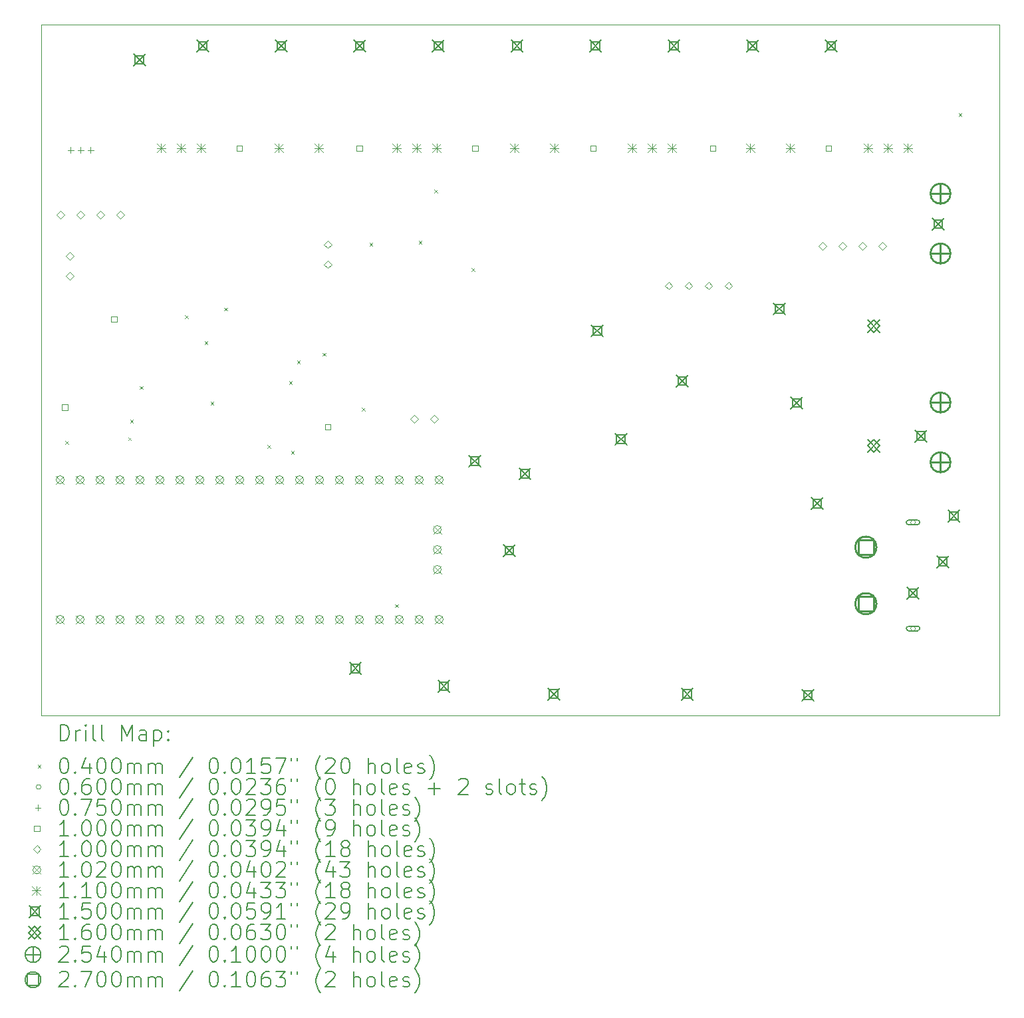
<source format=gbr>
%TF.GenerationSoftware,KiCad,Pcbnew,7.0.1*%
%TF.CreationDate,2023-04-21T09:20:27-07:00*%
%TF.ProjectId,lipo_drainer_schematic,6c69706f-5f64-4726-9169-6e65725f7363,rev?*%
%TF.SameCoordinates,Original*%
%TF.FileFunction,Drillmap*%
%TF.FilePolarity,Positive*%
%FSLAX45Y45*%
G04 Gerber Fmt 4.5, Leading zero omitted, Abs format (unit mm)*
G04 Created by KiCad (PCBNEW 7.0.1) date 2023-04-21 09:20:27*
%MOMM*%
%LPD*%
G01*
G04 APERTURE LIST*
%ADD10C,0.100000*%
%ADD11C,0.200000*%
%ADD12C,0.040000*%
%ADD13C,0.060000*%
%ADD14C,0.075000*%
%ADD15C,0.102000*%
%ADD16C,0.110000*%
%ADD17C,0.150000*%
%ADD18C,0.160000*%
%ADD19C,0.254000*%
%ADD20C,0.270000*%
G04 APERTURE END LIST*
D10*
X8800000Y-5000000D02*
X21000000Y-5000000D01*
X21000000Y-13800000D01*
X8800000Y-13800000D01*
X8800000Y-5000000D01*
D11*
D12*
X9105000Y-10305000D02*
X9145000Y-10345000D01*
X9145000Y-10305000D02*
X9105000Y-10345000D01*
X9905000Y-10255000D02*
X9945000Y-10295000D01*
X9945000Y-10255000D02*
X9905000Y-10295000D01*
X9930000Y-10030000D02*
X9970000Y-10070000D01*
X9970000Y-10030000D02*
X9930000Y-10070000D01*
X10055000Y-9605000D02*
X10095000Y-9645000D01*
X10095000Y-9605000D02*
X10055000Y-9645000D01*
X10630000Y-8705000D02*
X10670000Y-8745000D01*
X10670000Y-8705000D02*
X10630000Y-8745000D01*
X10880000Y-9030000D02*
X10920000Y-9070000D01*
X10920000Y-9030000D02*
X10880000Y-9070000D01*
X10955000Y-9805000D02*
X10995000Y-9845000D01*
X10995000Y-9805000D02*
X10955000Y-9845000D01*
X11130000Y-8605000D02*
X11170000Y-8645000D01*
X11170000Y-8605000D02*
X11130000Y-8645000D01*
X11680000Y-10355000D02*
X11720000Y-10395000D01*
X11720000Y-10355000D02*
X11680000Y-10395000D01*
X11955000Y-9540000D02*
X11995000Y-9580000D01*
X11995000Y-9540000D02*
X11955000Y-9580000D01*
X11980000Y-10430000D02*
X12020000Y-10470000D01*
X12020000Y-10430000D02*
X11980000Y-10470000D01*
X12055000Y-9280000D02*
X12095000Y-9320000D01*
X12095000Y-9280000D02*
X12055000Y-9320000D01*
X12380000Y-9180000D02*
X12420000Y-9220000D01*
X12420000Y-9180000D02*
X12380000Y-9220000D01*
X12880000Y-9880000D02*
X12920000Y-9920000D01*
X12920000Y-9880000D02*
X12880000Y-9920000D01*
X12980000Y-7780000D02*
X13020000Y-7820000D01*
X13020000Y-7780000D02*
X12980000Y-7820000D01*
X13305000Y-12380000D02*
X13345000Y-12420000D01*
X13345000Y-12380000D02*
X13305000Y-12420000D01*
X13605000Y-7755000D02*
X13645000Y-7795000D01*
X13645000Y-7755000D02*
X13605000Y-7795000D01*
X13805000Y-7105000D02*
X13845000Y-7145000D01*
X13845000Y-7105000D02*
X13805000Y-7145000D01*
X14280000Y-8100000D02*
X14320000Y-8140000D01*
X14320000Y-8100000D02*
X14280000Y-8140000D01*
X20480000Y-6130000D02*
X20520000Y-6170000D01*
X20520000Y-6130000D02*
X20480000Y-6170000D01*
D13*
X19930000Y-11340000D02*
G75*
G03*
X19930000Y-11340000I-30000J0D01*
G01*
D11*
X19955000Y-11310000D02*
X19845000Y-11310000D01*
X19845000Y-11310000D02*
G75*
G03*
X19845000Y-11370000I0J-30000D01*
G01*
X19845000Y-11370000D02*
X19955000Y-11370000D01*
X19955000Y-11370000D02*
G75*
G03*
X19955000Y-11310000I0J30000D01*
G01*
D13*
X19930000Y-12690000D02*
G75*
G03*
X19930000Y-12690000I-30000J0D01*
G01*
D11*
X19955000Y-12660000D02*
X19845000Y-12660000D01*
X19845000Y-12660000D02*
G75*
G03*
X19845000Y-12720000I0J-30000D01*
G01*
X19845000Y-12720000D02*
X19955000Y-12720000D01*
X19955000Y-12720000D02*
G75*
G03*
X19955000Y-12660000I0J30000D01*
G01*
D14*
X9173000Y-6562500D02*
X9173000Y-6637500D01*
X9135500Y-6600000D02*
X9210500Y-6600000D01*
X9300000Y-6562500D02*
X9300000Y-6637500D01*
X9262500Y-6600000D02*
X9337500Y-6600000D01*
X9427000Y-6562500D02*
X9427000Y-6637500D01*
X9389500Y-6600000D02*
X9464500Y-6600000D01*
D10*
X9135356Y-9910356D02*
X9135356Y-9839644D01*
X9064644Y-9839644D01*
X9064644Y-9910356D01*
X9135356Y-9910356D01*
X9760356Y-8785356D02*
X9760356Y-8714644D01*
X9689644Y-8714644D01*
X9689644Y-8785356D01*
X9760356Y-8785356D01*
X11360356Y-6610356D02*
X11360356Y-6539644D01*
X11289644Y-6539644D01*
X11289644Y-6610356D01*
X11360356Y-6610356D01*
X12485356Y-10160356D02*
X12485356Y-10089644D01*
X12414644Y-10089644D01*
X12414644Y-10160356D01*
X12485356Y-10160356D01*
X12885356Y-6610356D02*
X12885356Y-6539644D01*
X12814644Y-6539644D01*
X12814644Y-6610356D01*
X12885356Y-6610356D01*
X14360356Y-6610356D02*
X14360356Y-6539644D01*
X14289644Y-6539644D01*
X14289644Y-6610356D01*
X14360356Y-6610356D01*
X15860356Y-6610356D02*
X15860356Y-6539644D01*
X15789644Y-6539644D01*
X15789644Y-6610356D01*
X15860356Y-6610356D01*
X17385356Y-6610356D02*
X17385356Y-6539644D01*
X17314644Y-6539644D01*
X17314644Y-6610356D01*
X17385356Y-6610356D01*
X18860356Y-6610356D02*
X18860356Y-6539644D01*
X18789644Y-6539644D01*
X18789644Y-6610356D01*
X18860356Y-6610356D01*
X9046000Y-7475000D02*
X9096000Y-7425000D01*
X9046000Y-7375000D01*
X8996000Y-7425000D01*
X9046000Y-7475000D01*
X9165000Y-8000000D02*
X9215000Y-7950000D01*
X9165000Y-7900000D01*
X9115000Y-7950000D01*
X9165000Y-8000000D01*
X9165000Y-8254000D02*
X9215000Y-8204000D01*
X9165000Y-8154000D01*
X9115000Y-8204000D01*
X9165000Y-8254000D01*
X9300000Y-7475000D02*
X9350000Y-7425000D01*
X9300000Y-7375000D01*
X9250000Y-7425000D01*
X9300000Y-7475000D01*
X9554000Y-7475000D02*
X9604000Y-7425000D01*
X9554000Y-7375000D01*
X9504000Y-7425000D01*
X9554000Y-7475000D01*
X9808000Y-7475000D02*
X9858000Y-7425000D01*
X9808000Y-7375000D01*
X9758000Y-7425000D01*
X9808000Y-7475000D01*
X12450000Y-7850000D02*
X12500000Y-7800000D01*
X12450000Y-7750000D01*
X12400000Y-7800000D01*
X12450000Y-7850000D01*
X12450000Y-8104000D02*
X12500000Y-8054000D01*
X12450000Y-8004000D01*
X12400000Y-8054000D01*
X12450000Y-8104000D01*
X13550000Y-10075000D02*
X13600000Y-10025000D01*
X13550000Y-9975000D01*
X13500000Y-10025000D01*
X13550000Y-10075000D01*
X13804000Y-10075000D02*
X13854000Y-10025000D01*
X13804000Y-9975000D01*
X13754000Y-10025000D01*
X13804000Y-10075000D01*
X16788000Y-8375000D02*
X16838000Y-8325000D01*
X16788000Y-8275000D01*
X16738000Y-8325000D01*
X16788000Y-8375000D01*
X17042000Y-8375000D02*
X17092000Y-8325000D01*
X17042000Y-8275000D01*
X16992000Y-8325000D01*
X17042000Y-8375000D01*
X17296000Y-8375000D02*
X17346000Y-8325000D01*
X17296000Y-8275000D01*
X17246000Y-8325000D01*
X17296000Y-8375000D01*
X17550000Y-8375000D02*
X17600000Y-8325000D01*
X17550000Y-8275000D01*
X17500000Y-8325000D01*
X17550000Y-8375000D01*
X18745000Y-7872500D02*
X18795000Y-7822500D01*
X18745000Y-7772500D01*
X18695000Y-7822500D01*
X18745000Y-7872500D01*
X18999000Y-7872500D02*
X19049000Y-7822500D01*
X18999000Y-7772500D01*
X18949000Y-7822500D01*
X18999000Y-7872500D01*
X19253000Y-7872500D02*
X19303000Y-7822500D01*
X19253000Y-7772500D01*
X19203000Y-7822500D01*
X19253000Y-7872500D01*
X19507000Y-7872500D02*
X19557000Y-7822500D01*
X19507000Y-7772500D01*
X19457000Y-7822500D01*
X19507000Y-7872500D01*
D15*
X8989000Y-10746000D02*
X9091000Y-10848000D01*
X9091000Y-10746000D02*
X8989000Y-10848000D01*
X9091000Y-10797000D02*
G75*
G03*
X9091000Y-10797000I-51000J0D01*
G01*
X8989000Y-12524000D02*
X9091000Y-12626000D01*
X9091000Y-12524000D02*
X8989000Y-12626000D01*
X9091000Y-12575000D02*
G75*
G03*
X9091000Y-12575000I-51000J0D01*
G01*
X9243000Y-10746000D02*
X9345000Y-10848000D01*
X9345000Y-10746000D02*
X9243000Y-10848000D01*
X9345000Y-10797000D02*
G75*
G03*
X9345000Y-10797000I-51000J0D01*
G01*
X9243000Y-12524000D02*
X9345000Y-12626000D01*
X9345000Y-12524000D02*
X9243000Y-12626000D01*
X9345000Y-12575000D02*
G75*
G03*
X9345000Y-12575000I-51000J0D01*
G01*
X9497000Y-10746000D02*
X9599000Y-10848000D01*
X9599000Y-10746000D02*
X9497000Y-10848000D01*
X9599000Y-10797000D02*
G75*
G03*
X9599000Y-10797000I-51000J0D01*
G01*
X9497000Y-12524000D02*
X9599000Y-12626000D01*
X9599000Y-12524000D02*
X9497000Y-12626000D01*
X9599000Y-12575000D02*
G75*
G03*
X9599000Y-12575000I-51000J0D01*
G01*
X9751000Y-10746000D02*
X9853000Y-10848000D01*
X9853000Y-10746000D02*
X9751000Y-10848000D01*
X9853000Y-10797000D02*
G75*
G03*
X9853000Y-10797000I-51000J0D01*
G01*
X9751000Y-12524000D02*
X9853000Y-12626000D01*
X9853000Y-12524000D02*
X9751000Y-12626000D01*
X9853000Y-12575000D02*
G75*
G03*
X9853000Y-12575000I-51000J0D01*
G01*
X10005000Y-10746000D02*
X10107000Y-10848000D01*
X10107000Y-10746000D02*
X10005000Y-10848000D01*
X10107000Y-10797000D02*
G75*
G03*
X10107000Y-10797000I-51000J0D01*
G01*
X10005000Y-12524000D02*
X10107000Y-12626000D01*
X10107000Y-12524000D02*
X10005000Y-12626000D01*
X10107000Y-12575000D02*
G75*
G03*
X10107000Y-12575000I-51000J0D01*
G01*
X10259000Y-10746000D02*
X10361000Y-10848000D01*
X10361000Y-10746000D02*
X10259000Y-10848000D01*
X10361000Y-10797000D02*
G75*
G03*
X10361000Y-10797000I-51000J0D01*
G01*
X10259000Y-12524000D02*
X10361000Y-12626000D01*
X10361000Y-12524000D02*
X10259000Y-12626000D01*
X10361000Y-12575000D02*
G75*
G03*
X10361000Y-12575000I-51000J0D01*
G01*
X10513000Y-10746000D02*
X10615000Y-10848000D01*
X10615000Y-10746000D02*
X10513000Y-10848000D01*
X10615000Y-10797000D02*
G75*
G03*
X10615000Y-10797000I-51000J0D01*
G01*
X10513000Y-12524000D02*
X10615000Y-12626000D01*
X10615000Y-12524000D02*
X10513000Y-12626000D01*
X10615000Y-12575000D02*
G75*
G03*
X10615000Y-12575000I-51000J0D01*
G01*
X10767000Y-10746000D02*
X10869000Y-10848000D01*
X10869000Y-10746000D02*
X10767000Y-10848000D01*
X10869000Y-10797000D02*
G75*
G03*
X10869000Y-10797000I-51000J0D01*
G01*
X10767000Y-12524000D02*
X10869000Y-12626000D01*
X10869000Y-12524000D02*
X10767000Y-12626000D01*
X10869000Y-12575000D02*
G75*
G03*
X10869000Y-12575000I-51000J0D01*
G01*
X11021000Y-10746000D02*
X11123000Y-10848000D01*
X11123000Y-10746000D02*
X11021000Y-10848000D01*
X11123000Y-10797000D02*
G75*
G03*
X11123000Y-10797000I-51000J0D01*
G01*
X11021000Y-12524000D02*
X11123000Y-12626000D01*
X11123000Y-12524000D02*
X11021000Y-12626000D01*
X11123000Y-12575000D02*
G75*
G03*
X11123000Y-12575000I-51000J0D01*
G01*
X11275000Y-10746000D02*
X11377000Y-10848000D01*
X11377000Y-10746000D02*
X11275000Y-10848000D01*
X11377000Y-10797000D02*
G75*
G03*
X11377000Y-10797000I-51000J0D01*
G01*
X11275000Y-12524000D02*
X11377000Y-12626000D01*
X11377000Y-12524000D02*
X11275000Y-12626000D01*
X11377000Y-12575000D02*
G75*
G03*
X11377000Y-12575000I-51000J0D01*
G01*
X11529000Y-10746000D02*
X11631000Y-10848000D01*
X11631000Y-10746000D02*
X11529000Y-10848000D01*
X11631000Y-10797000D02*
G75*
G03*
X11631000Y-10797000I-51000J0D01*
G01*
X11529000Y-12524000D02*
X11631000Y-12626000D01*
X11631000Y-12524000D02*
X11529000Y-12626000D01*
X11631000Y-12575000D02*
G75*
G03*
X11631000Y-12575000I-51000J0D01*
G01*
X11783000Y-10746000D02*
X11885000Y-10848000D01*
X11885000Y-10746000D02*
X11783000Y-10848000D01*
X11885000Y-10797000D02*
G75*
G03*
X11885000Y-10797000I-51000J0D01*
G01*
X11783000Y-12524000D02*
X11885000Y-12626000D01*
X11885000Y-12524000D02*
X11783000Y-12626000D01*
X11885000Y-12575000D02*
G75*
G03*
X11885000Y-12575000I-51000J0D01*
G01*
X12037000Y-10746000D02*
X12139000Y-10848000D01*
X12139000Y-10746000D02*
X12037000Y-10848000D01*
X12139000Y-10797000D02*
G75*
G03*
X12139000Y-10797000I-51000J0D01*
G01*
X12037000Y-12524000D02*
X12139000Y-12626000D01*
X12139000Y-12524000D02*
X12037000Y-12626000D01*
X12139000Y-12575000D02*
G75*
G03*
X12139000Y-12575000I-51000J0D01*
G01*
X12291000Y-10746000D02*
X12393000Y-10848000D01*
X12393000Y-10746000D02*
X12291000Y-10848000D01*
X12393000Y-10797000D02*
G75*
G03*
X12393000Y-10797000I-51000J0D01*
G01*
X12291000Y-12524000D02*
X12393000Y-12626000D01*
X12393000Y-12524000D02*
X12291000Y-12626000D01*
X12393000Y-12575000D02*
G75*
G03*
X12393000Y-12575000I-51000J0D01*
G01*
X12545000Y-10746000D02*
X12647000Y-10848000D01*
X12647000Y-10746000D02*
X12545000Y-10848000D01*
X12647000Y-10797000D02*
G75*
G03*
X12647000Y-10797000I-51000J0D01*
G01*
X12545000Y-12524000D02*
X12647000Y-12626000D01*
X12647000Y-12524000D02*
X12545000Y-12626000D01*
X12647000Y-12575000D02*
G75*
G03*
X12647000Y-12575000I-51000J0D01*
G01*
X12799000Y-10746000D02*
X12901000Y-10848000D01*
X12901000Y-10746000D02*
X12799000Y-10848000D01*
X12901000Y-10797000D02*
G75*
G03*
X12901000Y-10797000I-51000J0D01*
G01*
X12799000Y-12524000D02*
X12901000Y-12626000D01*
X12901000Y-12524000D02*
X12799000Y-12626000D01*
X12901000Y-12575000D02*
G75*
G03*
X12901000Y-12575000I-51000J0D01*
G01*
X13053000Y-10746000D02*
X13155000Y-10848000D01*
X13155000Y-10746000D02*
X13053000Y-10848000D01*
X13155000Y-10797000D02*
G75*
G03*
X13155000Y-10797000I-51000J0D01*
G01*
X13053000Y-12524000D02*
X13155000Y-12626000D01*
X13155000Y-12524000D02*
X13053000Y-12626000D01*
X13155000Y-12575000D02*
G75*
G03*
X13155000Y-12575000I-51000J0D01*
G01*
X13307000Y-10746000D02*
X13409000Y-10848000D01*
X13409000Y-10746000D02*
X13307000Y-10848000D01*
X13409000Y-10797000D02*
G75*
G03*
X13409000Y-10797000I-51000J0D01*
G01*
X13307000Y-12524000D02*
X13409000Y-12626000D01*
X13409000Y-12524000D02*
X13307000Y-12626000D01*
X13409000Y-12575000D02*
G75*
G03*
X13409000Y-12575000I-51000J0D01*
G01*
X13561000Y-10746000D02*
X13663000Y-10848000D01*
X13663000Y-10746000D02*
X13561000Y-10848000D01*
X13663000Y-10797000D02*
G75*
G03*
X13663000Y-10797000I-51000J0D01*
G01*
X13561000Y-12524000D02*
X13663000Y-12626000D01*
X13663000Y-12524000D02*
X13561000Y-12626000D01*
X13663000Y-12575000D02*
G75*
G03*
X13663000Y-12575000I-51000J0D01*
G01*
X13792000Y-11381000D02*
X13894000Y-11483000D01*
X13894000Y-11381000D02*
X13792000Y-11483000D01*
X13894000Y-11432000D02*
G75*
G03*
X13894000Y-11432000I-51000J0D01*
G01*
X13792000Y-11635000D02*
X13894000Y-11737000D01*
X13894000Y-11635000D02*
X13792000Y-11737000D01*
X13894000Y-11686000D02*
G75*
G03*
X13894000Y-11686000I-51000J0D01*
G01*
X13792000Y-11889000D02*
X13894000Y-11991000D01*
X13894000Y-11889000D02*
X13792000Y-11991000D01*
X13894000Y-11940000D02*
G75*
G03*
X13894000Y-11940000I-51000J0D01*
G01*
X13815000Y-10746000D02*
X13917000Y-10848000D01*
X13917000Y-10746000D02*
X13815000Y-10848000D01*
X13917000Y-10797000D02*
G75*
G03*
X13917000Y-10797000I-51000J0D01*
G01*
X13815000Y-12524000D02*
X13917000Y-12626000D01*
X13917000Y-12524000D02*
X13815000Y-12626000D01*
X13917000Y-12575000D02*
G75*
G03*
X13917000Y-12575000I-51000J0D01*
G01*
D16*
X10270000Y-6520000D02*
X10380000Y-6630000D01*
X10380000Y-6520000D02*
X10270000Y-6630000D01*
X10325000Y-6520000D02*
X10325000Y-6630000D01*
X10270000Y-6575000D02*
X10380000Y-6575000D01*
X10524000Y-6520000D02*
X10634000Y-6630000D01*
X10634000Y-6520000D02*
X10524000Y-6630000D01*
X10579000Y-6520000D02*
X10579000Y-6630000D01*
X10524000Y-6575000D02*
X10634000Y-6575000D01*
X10778000Y-6520000D02*
X10888000Y-6630000D01*
X10888000Y-6520000D02*
X10778000Y-6630000D01*
X10833000Y-6520000D02*
X10833000Y-6630000D01*
X10778000Y-6575000D02*
X10888000Y-6575000D01*
X11770000Y-6520000D02*
X11880000Y-6630000D01*
X11880000Y-6520000D02*
X11770000Y-6630000D01*
X11825000Y-6520000D02*
X11825000Y-6630000D01*
X11770000Y-6575000D02*
X11880000Y-6575000D01*
X12278000Y-6520000D02*
X12388000Y-6630000D01*
X12388000Y-6520000D02*
X12278000Y-6630000D01*
X12333000Y-6520000D02*
X12333000Y-6630000D01*
X12278000Y-6575000D02*
X12388000Y-6575000D01*
X13270000Y-6520000D02*
X13380000Y-6630000D01*
X13380000Y-6520000D02*
X13270000Y-6630000D01*
X13325000Y-6520000D02*
X13325000Y-6630000D01*
X13270000Y-6575000D02*
X13380000Y-6575000D01*
X13524000Y-6520000D02*
X13634000Y-6630000D01*
X13634000Y-6520000D02*
X13524000Y-6630000D01*
X13579000Y-6520000D02*
X13579000Y-6630000D01*
X13524000Y-6575000D02*
X13634000Y-6575000D01*
X13778000Y-6520000D02*
X13888000Y-6630000D01*
X13888000Y-6520000D02*
X13778000Y-6630000D01*
X13833000Y-6520000D02*
X13833000Y-6630000D01*
X13778000Y-6575000D02*
X13888000Y-6575000D01*
X14770000Y-6520000D02*
X14880000Y-6630000D01*
X14880000Y-6520000D02*
X14770000Y-6630000D01*
X14825000Y-6520000D02*
X14825000Y-6630000D01*
X14770000Y-6575000D02*
X14880000Y-6575000D01*
X15278000Y-6520000D02*
X15388000Y-6630000D01*
X15388000Y-6520000D02*
X15278000Y-6630000D01*
X15333000Y-6520000D02*
X15333000Y-6630000D01*
X15278000Y-6575000D02*
X15388000Y-6575000D01*
X16270000Y-6520000D02*
X16380000Y-6630000D01*
X16380000Y-6520000D02*
X16270000Y-6630000D01*
X16325000Y-6520000D02*
X16325000Y-6630000D01*
X16270000Y-6575000D02*
X16380000Y-6575000D01*
X16524000Y-6520000D02*
X16634000Y-6630000D01*
X16634000Y-6520000D02*
X16524000Y-6630000D01*
X16579000Y-6520000D02*
X16579000Y-6630000D01*
X16524000Y-6575000D02*
X16634000Y-6575000D01*
X16778000Y-6520000D02*
X16888000Y-6630000D01*
X16888000Y-6520000D02*
X16778000Y-6630000D01*
X16833000Y-6520000D02*
X16833000Y-6630000D01*
X16778000Y-6575000D02*
X16888000Y-6575000D01*
X17770000Y-6520000D02*
X17880000Y-6630000D01*
X17880000Y-6520000D02*
X17770000Y-6630000D01*
X17825000Y-6520000D02*
X17825000Y-6630000D01*
X17770000Y-6575000D02*
X17880000Y-6575000D01*
X18278000Y-6520000D02*
X18388000Y-6630000D01*
X18388000Y-6520000D02*
X18278000Y-6630000D01*
X18333000Y-6520000D02*
X18333000Y-6630000D01*
X18278000Y-6575000D02*
X18388000Y-6575000D01*
X19270000Y-6520000D02*
X19380000Y-6630000D01*
X19380000Y-6520000D02*
X19270000Y-6630000D01*
X19325000Y-6520000D02*
X19325000Y-6630000D01*
X19270000Y-6575000D02*
X19380000Y-6575000D01*
X19524000Y-6520000D02*
X19634000Y-6630000D01*
X19634000Y-6520000D02*
X19524000Y-6630000D01*
X19579000Y-6520000D02*
X19579000Y-6630000D01*
X19524000Y-6575000D02*
X19634000Y-6575000D01*
X19778000Y-6520000D02*
X19888000Y-6630000D01*
X19888000Y-6520000D02*
X19778000Y-6630000D01*
X19833000Y-6520000D02*
X19833000Y-6630000D01*
X19778000Y-6575000D02*
X19888000Y-6575000D01*
D17*
X9975000Y-5375000D02*
X10125000Y-5525000D01*
X10125000Y-5375000D02*
X9975000Y-5525000D01*
X10103034Y-5503034D02*
X10103034Y-5396967D01*
X9996967Y-5396967D01*
X9996967Y-5503034D01*
X10103034Y-5503034D01*
X10781198Y-5198477D02*
X10931198Y-5348477D01*
X10931198Y-5198477D02*
X10781198Y-5348477D01*
X10909232Y-5326511D02*
X10909232Y-5220444D01*
X10803165Y-5220444D01*
X10803165Y-5326511D01*
X10909232Y-5326511D01*
X11781198Y-5198477D02*
X11931198Y-5348477D01*
X11931198Y-5198477D02*
X11781198Y-5348477D01*
X11909231Y-5326511D02*
X11909231Y-5220444D01*
X11803164Y-5220444D01*
X11803164Y-5326511D01*
X11909231Y-5326511D01*
X12725000Y-13125000D02*
X12875000Y-13275000D01*
X12875000Y-13125000D02*
X12725000Y-13275000D01*
X12853033Y-13253033D02*
X12853033Y-13146966D01*
X12746966Y-13146966D01*
X12746966Y-13253033D01*
X12853033Y-13253033D01*
X12781198Y-5198477D02*
X12931198Y-5348477D01*
X12931198Y-5198477D02*
X12781198Y-5348477D01*
X12909231Y-5326511D02*
X12909231Y-5220444D01*
X12803164Y-5220444D01*
X12803164Y-5326511D01*
X12909231Y-5326511D01*
X13781198Y-5198477D02*
X13931198Y-5348477D01*
X13931198Y-5198477D02*
X13781198Y-5348477D01*
X13909231Y-5326511D02*
X13909231Y-5220444D01*
X13803164Y-5220444D01*
X13803164Y-5326511D01*
X13909231Y-5326511D01*
X13850000Y-13350000D02*
X14000000Y-13500000D01*
X14000000Y-13350000D02*
X13850000Y-13500000D01*
X13978033Y-13478033D02*
X13978033Y-13371966D01*
X13871966Y-13371966D01*
X13871966Y-13478033D01*
X13978033Y-13478033D01*
X14245000Y-10485000D02*
X14395000Y-10635000D01*
X14395000Y-10485000D02*
X14245000Y-10635000D01*
X14373033Y-10613034D02*
X14373033Y-10506967D01*
X14266966Y-10506967D01*
X14266966Y-10613034D01*
X14373033Y-10613034D01*
X14685000Y-11625000D02*
X14835000Y-11775000D01*
X14835000Y-11625000D02*
X14685000Y-11775000D01*
X14813033Y-11753033D02*
X14813033Y-11646966D01*
X14706966Y-11646966D01*
X14706966Y-11753033D01*
X14813033Y-11753033D01*
X14781198Y-5198477D02*
X14931198Y-5348477D01*
X14931198Y-5198477D02*
X14781198Y-5348477D01*
X14909231Y-5326511D02*
X14909231Y-5220444D01*
X14803164Y-5220444D01*
X14803164Y-5326511D01*
X14909231Y-5326511D01*
X14885000Y-10645000D02*
X15035000Y-10795000D01*
X15035000Y-10645000D02*
X14885000Y-10795000D01*
X15013033Y-10773034D02*
X15013033Y-10666967D01*
X14906966Y-10666967D01*
X14906966Y-10773034D01*
X15013033Y-10773034D01*
X15250000Y-13450000D02*
X15400000Y-13600000D01*
X15400000Y-13450000D02*
X15250000Y-13600000D01*
X15378033Y-13578033D02*
X15378033Y-13471966D01*
X15271966Y-13471966D01*
X15271966Y-13578033D01*
X15378033Y-13578033D01*
X15781198Y-5198477D02*
X15931198Y-5348477D01*
X15931198Y-5198477D02*
X15781198Y-5348477D01*
X15909231Y-5326511D02*
X15909231Y-5220444D01*
X15803164Y-5220444D01*
X15803164Y-5326511D01*
X15909231Y-5326511D01*
X15805000Y-8825000D02*
X15955000Y-8975000D01*
X15955000Y-8825000D02*
X15805000Y-8975000D01*
X15933033Y-8953034D02*
X15933033Y-8846967D01*
X15826966Y-8846967D01*
X15826966Y-8953034D01*
X15933033Y-8953034D01*
X16105000Y-10205000D02*
X16255000Y-10355000D01*
X16255000Y-10205000D02*
X16105000Y-10355000D01*
X16233033Y-10333034D02*
X16233033Y-10226967D01*
X16126966Y-10226967D01*
X16126966Y-10333034D01*
X16233033Y-10333034D01*
X16781198Y-5198477D02*
X16931198Y-5348477D01*
X16931198Y-5198477D02*
X16781198Y-5348477D01*
X16909232Y-5326511D02*
X16909232Y-5220444D01*
X16803165Y-5220444D01*
X16803165Y-5326511D01*
X16909232Y-5326511D01*
X16885000Y-9465000D02*
X17035000Y-9615000D01*
X17035000Y-9465000D02*
X16885000Y-9615000D01*
X17013034Y-9593034D02*
X17013034Y-9486967D01*
X16906967Y-9486967D01*
X16906967Y-9593034D01*
X17013034Y-9593034D01*
X16950000Y-13450000D02*
X17100000Y-13600000D01*
X17100000Y-13450000D02*
X16950000Y-13600000D01*
X17078034Y-13578033D02*
X17078034Y-13471966D01*
X16971967Y-13471966D01*
X16971967Y-13578033D01*
X17078034Y-13578033D01*
X17781198Y-5198477D02*
X17931198Y-5348477D01*
X17931198Y-5198477D02*
X17781198Y-5348477D01*
X17909232Y-5326511D02*
X17909232Y-5220444D01*
X17803165Y-5220444D01*
X17803165Y-5326511D01*
X17909232Y-5326511D01*
X18125000Y-8545000D02*
X18275000Y-8695000D01*
X18275000Y-8545000D02*
X18125000Y-8695000D01*
X18253034Y-8673034D02*
X18253034Y-8566967D01*
X18146967Y-8566967D01*
X18146967Y-8673034D01*
X18253034Y-8673034D01*
X18345000Y-9745000D02*
X18495000Y-9895000D01*
X18495000Y-9745000D02*
X18345000Y-9895000D01*
X18473034Y-9873034D02*
X18473034Y-9766967D01*
X18366967Y-9766967D01*
X18366967Y-9873034D01*
X18473034Y-9873034D01*
X18485000Y-13465000D02*
X18635000Y-13615000D01*
X18635000Y-13465000D02*
X18485000Y-13615000D01*
X18613034Y-13593033D02*
X18613034Y-13486966D01*
X18506967Y-13486966D01*
X18506967Y-13593033D01*
X18613034Y-13593033D01*
X18605000Y-11025000D02*
X18755000Y-11175000D01*
X18755000Y-11025000D02*
X18605000Y-11175000D01*
X18733034Y-11153034D02*
X18733034Y-11046967D01*
X18626967Y-11046967D01*
X18626967Y-11153034D01*
X18733034Y-11153034D01*
X18781198Y-5198477D02*
X18931198Y-5348477D01*
X18931198Y-5198477D02*
X18781198Y-5348477D01*
X18909232Y-5326511D02*
X18909232Y-5220444D01*
X18803165Y-5220444D01*
X18803165Y-5326511D01*
X18909232Y-5326511D01*
X19825000Y-12165000D02*
X19975000Y-12315000D01*
X19975000Y-12165000D02*
X19825000Y-12315000D01*
X19953034Y-12293033D02*
X19953034Y-12186966D01*
X19846967Y-12186966D01*
X19846967Y-12293033D01*
X19953034Y-12293033D01*
X19925000Y-10165000D02*
X20075000Y-10315000D01*
X20075000Y-10165000D02*
X19925000Y-10315000D01*
X20053034Y-10293034D02*
X20053034Y-10186967D01*
X19946967Y-10186967D01*
X19946967Y-10293034D01*
X20053034Y-10293034D01*
X20145000Y-7465000D02*
X20295000Y-7615000D01*
X20295000Y-7465000D02*
X20145000Y-7615000D01*
X20273034Y-7593033D02*
X20273034Y-7486966D01*
X20166967Y-7486966D01*
X20166967Y-7593033D01*
X20273034Y-7593033D01*
X20205000Y-11765000D02*
X20355000Y-11915000D01*
X20355000Y-11765000D02*
X20205000Y-11915000D01*
X20333034Y-11893033D02*
X20333034Y-11786966D01*
X20226967Y-11786966D01*
X20226967Y-11893033D01*
X20333034Y-11893033D01*
X20345000Y-11185000D02*
X20495000Y-11335000D01*
X20495000Y-11185000D02*
X20345000Y-11335000D01*
X20473034Y-11313033D02*
X20473034Y-11206966D01*
X20366967Y-11206966D01*
X20366967Y-11313033D01*
X20473034Y-11313033D01*
D18*
X19320000Y-8758000D02*
X19480000Y-8918000D01*
X19480000Y-8758000D02*
X19320000Y-8918000D01*
X19400000Y-8918000D02*
X19480000Y-8838000D01*
X19400000Y-8758000D01*
X19320000Y-8838000D01*
X19400000Y-8918000D01*
X19320000Y-10282000D02*
X19480000Y-10442000D01*
X19480000Y-10282000D02*
X19320000Y-10442000D01*
X19400000Y-10442000D02*
X19480000Y-10362000D01*
X19400000Y-10282000D01*
X19320000Y-10362000D01*
X19400000Y-10442000D01*
D19*
X20250000Y-7027000D02*
X20250000Y-7281000D01*
X20123000Y-7154000D02*
X20377000Y-7154000D01*
X20377000Y-7154000D02*
G75*
G03*
X20377000Y-7154000I-127000J0D01*
G01*
X20250000Y-7789000D02*
X20250000Y-8043000D01*
X20123000Y-7916000D02*
X20377000Y-7916000D01*
X20377000Y-7916000D02*
G75*
G03*
X20377000Y-7916000I-127000J0D01*
G01*
X20250000Y-9686000D02*
X20250000Y-9940000D01*
X20123000Y-9813000D02*
X20377000Y-9813000D01*
X20377000Y-9813000D02*
G75*
G03*
X20377000Y-9813000I-127000J0D01*
G01*
X20250000Y-10448000D02*
X20250000Y-10702000D01*
X20123000Y-10575000D02*
X20377000Y-10575000D01*
X20377000Y-10575000D02*
G75*
G03*
X20377000Y-10575000I-127000J0D01*
G01*
D20*
X19395460Y-11750460D02*
X19395460Y-11559540D01*
X19204540Y-11559540D01*
X19204540Y-11750460D01*
X19395460Y-11750460D01*
X19435000Y-11655000D02*
G75*
G03*
X19435000Y-11655000I-135000J0D01*
G01*
X19395460Y-12470460D02*
X19395460Y-12279540D01*
X19204540Y-12279540D01*
X19204540Y-12470460D01*
X19395460Y-12470460D01*
X19435000Y-12375000D02*
G75*
G03*
X19435000Y-12375000I-135000J0D01*
G01*
D11*
X9042619Y-14117524D02*
X9042619Y-13917524D01*
X9042619Y-13917524D02*
X9090238Y-13917524D01*
X9090238Y-13917524D02*
X9118810Y-13927048D01*
X9118810Y-13927048D02*
X9137857Y-13946095D01*
X9137857Y-13946095D02*
X9147381Y-13965143D01*
X9147381Y-13965143D02*
X9156905Y-14003238D01*
X9156905Y-14003238D02*
X9156905Y-14031809D01*
X9156905Y-14031809D02*
X9147381Y-14069905D01*
X9147381Y-14069905D02*
X9137857Y-14088952D01*
X9137857Y-14088952D02*
X9118810Y-14108000D01*
X9118810Y-14108000D02*
X9090238Y-14117524D01*
X9090238Y-14117524D02*
X9042619Y-14117524D01*
X9242619Y-14117524D02*
X9242619Y-13984190D01*
X9242619Y-14022286D02*
X9252143Y-14003238D01*
X9252143Y-14003238D02*
X9261667Y-13993714D01*
X9261667Y-13993714D02*
X9280714Y-13984190D01*
X9280714Y-13984190D02*
X9299762Y-13984190D01*
X9366429Y-14117524D02*
X9366429Y-13984190D01*
X9366429Y-13917524D02*
X9356905Y-13927048D01*
X9356905Y-13927048D02*
X9366429Y-13936571D01*
X9366429Y-13936571D02*
X9375952Y-13927048D01*
X9375952Y-13927048D02*
X9366429Y-13917524D01*
X9366429Y-13917524D02*
X9366429Y-13936571D01*
X9490238Y-14117524D02*
X9471190Y-14108000D01*
X9471190Y-14108000D02*
X9461667Y-14088952D01*
X9461667Y-14088952D02*
X9461667Y-13917524D01*
X9595000Y-14117524D02*
X9575952Y-14108000D01*
X9575952Y-14108000D02*
X9566429Y-14088952D01*
X9566429Y-14088952D02*
X9566429Y-13917524D01*
X9823571Y-14117524D02*
X9823571Y-13917524D01*
X9823571Y-13917524D02*
X9890238Y-14060381D01*
X9890238Y-14060381D02*
X9956905Y-13917524D01*
X9956905Y-13917524D02*
X9956905Y-14117524D01*
X10137857Y-14117524D02*
X10137857Y-14012762D01*
X10137857Y-14012762D02*
X10128333Y-13993714D01*
X10128333Y-13993714D02*
X10109286Y-13984190D01*
X10109286Y-13984190D02*
X10071190Y-13984190D01*
X10071190Y-13984190D02*
X10052143Y-13993714D01*
X10137857Y-14108000D02*
X10118810Y-14117524D01*
X10118810Y-14117524D02*
X10071190Y-14117524D01*
X10071190Y-14117524D02*
X10052143Y-14108000D01*
X10052143Y-14108000D02*
X10042619Y-14088952D01*
X10042619Y-14088952D02*
X10042619Y-14069905D01*
X10042619Y-14069905D02*
X10052143Y-14050857D01*
X10052143Y-14050857D02*
X10071190Y-14041333D01*
X10071190Y-14041333D02*
X10118810Y-14041333D01*
X10118810Y-14041333D02*
X10137857Y-14031809D01*
X10233095Y-13984190D02*
X10233095Y-14184190D01*
X10233095Y-13993714D02*
X10252143Y-13984190D01*
X10252143Y-13984190D02*
X10290238Y-13984190D01*
X10290238Y-13984190D02*
X10309286Y-13993714D01*
X10309286Y-13993714D02*
X10318810Y-14003238D01*
X10318810Y-14003238D02*
X10328333Y-14022286D01*
X10328333Y-14022286D02*
X10328333Y-14079428D01*
X10328333Y-14079428D02*
X10318810Y-14098476D01*
X10318810Y-14098476D02*
X10309286Y-14108000D01*
X10309286Y-14108000D02*
X10290238Y-14117524D01*
X10290238Y-14117524D02*
X10252143Y-14117524D01*
X10252143Y-14117524D02*
X10233095Y-14108000D01*
X10414048Y-14098476D02*
X10423571Y-14108000D01*
X10423571Y-14108000D02*
X10414048Y-14117524D01*
X10414048Y-14117524D02*
X10404524Y-14108000D01*
X10404524Y-14108000D02*
X10414048Y-14098476D01*
X10414048Y-14098476D02*
X10414048Y-14117524D01*
X10414048Y-13993714D02*
X10423571Y-14003238D01*
X10423571Y-14003238D02*
X10414048Y-14012762D01*
X10414048Y-14012762D02*
X10404524Y-14003238D01*
X10404524Y-14003238D02*
X10414048Y-13993714D01*
X10414048Y-13993714D02*
X10414048Y-14012762D01*
D12*
X8755000Y-14425000D02*
X8795000Y-14465000D01*
X8795000Y-14425000D02*
X8755000Y-14465000D01*
D11*
X9080714Y-14337524D02*
X9099762Y-14337524D01*
X9099762Y-14337524D02*
X9118810Y-14347048D01*
X9118810Y-14347048D02*
X9128333Y-14356571D01*
X9128333Y-14356571D02*
X9137857Y-14375619D01*
X9137857Y-14375619D02*
X9147381Y-14413714D01*
X9147381Y-14413714D02*
X9147381Y-14461333D01*
X9147381Y-14461333D02*
X9137857Y-14499428D01*
X9137857Y-14499428D02*
X9128333Y-14518476D01*
X9128333Y-14518476D02*
X9118810Y-14528000D01*
X9118810Y-14528000D02*
X9099762Y-14537524D01*
X9099762Y-14537524D02*
X9080714Y-14537524D01*
X9080714Y-14537524D02*
X9061667Y-14528000D01*
X9061667Y-14528000D02*
X9052143Y-14518476D01*
X9052143Y-14518476D02*
X9042619Y-14499428D01*
X9042619Y-14499428D02*
X9033095Y-14461333D01*
X9033095Y-14461333D02*
X9033095Y-14413714D01*
X9033095Y-14413714D02*
X9042619Y-14375619D01*
X9042619Y-14375619D02*
X9052143Y-14356571D01*
X9052143Y-14356571D02*
X9061667Y-14347048D01*
X9061667Y-14347048D02*
X9080714Y-14337524D01*
X9233095Y-14518476D02*
X9242619Y-14528000D01*
X9242619Y-14528000D02*
X9233095Y-14537524D01*
X9233095Y-14537524D02*
X9223571Y-14528000D01*
X9223571Y-14528000D02*
X9233095Y-14518476D01*
X9233095Y-14518476D02*
X9233095Y-14537524D01*
X9414048Y-14404190D02*
X9414048Y-14537524D01*
X9366429Y-14328000D02*
X9318810Y-14470857D01*
X9318810Y-14470857D02*
X9442619Y-14470857D01*
X9556905Y-14337524D02*
X9575952Y-14337524D01*
X9575952Y-14337524D02*
X9595000Y-14347048D01*
X9595000Y-14347048D02*
X9604524Y-14356571D01*
X9604524Y-14356571D02*
X9614048Y-14375619D01*
X9614048Y-14375619D02*
X9623571Y-14413714D01*
X9623571Y-14413714D02*
X9623571Y-14461333D01*
X9623571Y-14461333D02*
X9614048Y-14499428D01*
X9614048Y-14499428D02*
X9604524Y-14518476D01*
X9604524Y-14518476D02*
X9595000Y-14528000D01*
X9595000Y-14528000D02*
X9575952Y-14537524D01*
X9575952Y-14537524D02*
X9556905Y-14537524D01*
X9556905Y-14537524D02*
X9537857Y-14528000D01*
X9537857Y-14528000D02*
X9528333Y-14518476D01*
X9528333Y-14518476D02*
X9518810Y-14499428D01*
X9518810Y-14499428D02*
X9509286Y-14461333D01*
X9509286Y-14461333D02*
X9509286Y-14413714D01*
X9509286Y-14413714D02*
X9518810Y-14375619D01*
X9518810Y-14375619D02*
X9528333Y-14356571D01*
X9528333Y-14356571D02*
X9537857Y-14347048D01*
X9537857Y-14347048D02*
X9556905Y-14337524D01*
X9747381Y-14337524D02*
X9766429Y-14337524D01*
X9766429Y-14337524D02*
X9785476Y-14347048D01*
X9785476Y-14347048D02*
X9795000Y-14356571D01*
X9795000Y-14356571D02*
X9804524Y-14375619D01*
X9804524Y-14375619D02*
X9814048Y-14413714D01*
X9814048Y-14413714D02*
X9814048Y-14461333D01*
X9814048Y-14461333D02*
X9804524Y-14499428D01*
X9804524Y-14499428D02*
X9795000Y-14518476D01*
X9795000Y-14518476D02*
X9785476Y-14528000D01*
X9785476Y-14528000D02*
X9766429Y-14537524D01*
X9766429Y-14537524D02*
X9747381Y-14537524D01*
X9747381Y-14537524D02*
X9728333Y-14528000D01*
X9728333Y-14528000D02*
X9718810Y-14518476D01*
X9718810Y-14518476D02*
X9709286Y-14499428D01*
X9709286Y-14499428D02*
X9699762Y-14461333D01*
X9699762Y-14461333D02*
X9699762Y-14413714D01*
X9699762Y-14413714D02*
X9709286Y-14375619D01*
X9709286Y-14375619D02*
X9718810Y-14356571D01*
X9718810Y-14356571D02*
X9728333Y-14347048D01*
X9728333Y-14347048D02*
X9747381Y-14337524D01*
X9899762Y-14537524D02*
X9899762Y-14404190D01*
X9899762Y-14423238D02*
X9909286Y-14413714D01*
X9909286Y-14413714D02*
X9928333Y-14404190D01*
X9928333Y-14404190D02*
X9956905Y-14404190D01*
X9956905Y-14404190D02*
X9975952Y-14413714D01*
X9975952Y-14413714D02*
X9985476Y-14432762D01*
X9985476Y-14432762D02*
X9985476Y-14537524D01*
X9985476Y-14432762D02*
X9995000Y-14413714D01*
X9995000Y-14413714D02*
X10014048Y-14404190D01*
X10014048Y-14404190D02*
X10042619Y-14404190D01*
X10042619Y-14404190D02*
X10061667Y-14413714D01*
X10061667Y-14413714D02*
X10071191Y-14432762D01*
X10071191Y-14432762D02*
X10071191Y-14537524D01*
X10166429Y-14537524D02*
X10166429Y-14404190D01*
X10166429Y-14423238D02*
X10175952Y-14413714D01*
X10175952Y-14413714D02*
X10195000Y-14404190D01*
X10195000Y-14404190D02*
X10223572Y-14404190D01*
X10223572Y-14404190D02*
X10242619Y-14413714D01*
X10242619Y-14413714D02*
X10252143Y-14432762D01*
X10252143Y-14432762D02*
X10252143Y-14537524D01*
X10252143Y-14432762D02*
X10261667Y-14413714D01*
X10261667Y-14413714D02*
X10280714Y-14404190D01*
X10280714Y-14404190D02*
X10309286Y-14404190D01*
X10309286Y-14404190D02*
X10328333Y-14413714D01*
X10328333Y-14413714D02*
X10337857Y-14432762D01*
X10337857Y-14432762D02*
X10337857Y-14537524D01*
X10728333Y-14328000D02*
X10556905Y-14585143D01*
X10985476Y-14337524D02*
X11004524Y-14337524D01*
X11004524Y-14337524D02*
X11023572Y-14347048D01*
X11023572Y-14347048D02*
X11033095Y-14356571D01*
X11033095Y-14356571D02*
X11042619Y-14375619D01*
X11042619Y-14375619D02*
X11052143Y-14413714D01*
X11052143Y-14413714D02*
X11052143Y-14461333D01*
X11052143Y-14461333D02*
X11042619Y-14499428D01*
X11042619Y-14499428D02*
X11033095Y-14518476D01*
X11033095Y-14518476D02*
X11023572Y-14528000D01*
X11023572Y-14528000D02*
X11004524Y-14537524D01*
X11004524Y-14537524D02*
X10985476Y-14537524D01*
X10985476Y-14537524D02*
X10966429Y-14528000D01*
X10966429Y-14528000D02*
X10956905Y-14518476D01*
X10956905Y-14518476D02*
X10947381Y-14499428D01*
X10947381Y-14499428D02*
X10937857Y-14461333D01*
X10937857Y-14461333D02*
X10937857Y-14413714D01*
X10937857Y-14413714D02*
X10947381Y-14375619D01*
X10947381Y-14375619D02*
X10956905Y-14356571D01*
X10956905Y-14356571D02*
X10966429Y-14347048D01*
X10966429Y-14347048D02*
X10985476Y-14337524D01*
X11137857Y-14518476D02*
X11147381Y-14528000D01*
X11147381Y-14528000D02*
X11137857Y-14537524D01*
X11137857Y-14537524D02*
X11128334Y-14528000D01*
X11128334Y-14528000D02*
X11137857Y-14518476D01*
X11137857Y-14518476D02*
X11137857Y-14537524D01*
X11271191Y-14337524D02*
X11290238Y-14337524D01*
X11290238Y-14337524D02*
X11309286Y-14347048D01*
X11309286Y-14347048D02*
X11318810Y-14356571D01*
X11318810Y-14356571D02*
X11328333Y-14375619D01*
X11328333Y-14375619D02*
X11337857Y-14413714D01*
X11337857Y-14413714D02*
X11337857Y-14461333D01*
X11337857Y-14461333D02*
X11328333Y-14499428D01*
X11328333Y-14499428D02*
X11318810Y-14518476D01*
X11318810Y-14518476D02*
X11309286Y-14528000D01*
X11309286Y-14528000D02*
X11290238Y-14537524D01*
X11290238Y-14537524D02*
X11271191Y-14537524D01*
X11271191Y-14537524D02*
X11252143Y-14528000D01*
X11252143Y-14528000D02*
X11242619Y-14518476D01*
X11242619Y-14518476D02*
X11233095Y-14499428D01*
X11233095Y-14499428D02*
X11223572Y-14461333D01*
X11223572Y-14461333D02*
X11223572Y-14413714D01*
X11223572Y-14413714D02*
X11233095Y-14375619D01*
X11233095Y-14375619D02*
X11242619Y-14356571D01*
X11242619Y-14356571D02*
X11252143Y-14347048D01*
X11252143Y-14347048D02*
X11271191Y-14337524D01*
X11528333Y-14537524D02*
X11414048Y-14537524D01*
X11471191Y-14537524D02*
X11471191Y-14337524D01*
X11471191Y-14337524D02*
X11452143Y-14366095D01*
X11452143Y-14366095D02*
X11433095Y-14385143D01*
X11433095Y-14385143D02*
X11414048Y-14394667D01*
X11709286Y-14337524D02*
X11614048Y-14337524D01*
X11614048Y-14337524D02*
X11604524Y-14432762D01*
X11604524Y-14432762D02*
X11614048Y-14423238D01*
X11614048Y-14423238D02*
X11633095Y-14413714D01*
X11633095Y-14413714D02*
X11680714Y-14413714D01*
X11680714Y-14413714D02*
X11699762Y-14423238D01*
X11699762Y-14423238D02*
X11709286Y-14432762D01*
X11709286Y-14432762D02*
X11718810Y-14451809D01*
X11718810Y-14451809D02*
X11718810Y-14499428D01*
X11718810Y-14499428D02*
X11709286Y-14518476D01*
X11709286Y-14518476D02*
X11699762Y-14528000D01*
X11699762Y-14528000D02*
X11680714Y-14537524D01*
X11680714Y-14537524D02*
X11633095Y-14537524D01*
X11633095Y-14537524D02*
X11614048Y-14528000D01*
X11614048Y-14528000D02*
X11604524Y-14518476D01*
X11785476Y-14337524D02*
X11918810Y-14337524D01*
X11918810Y-14337524D02*
X11833095Y-14537524D01*
X11985476Y-14337524D02*
X11985476Y-14375619D01*
X12061667Y-14337524D02*
X12061667Y-14375619D01*
X12356905Y-14613714D02*
X12347381Y-14604190D01*
X12347381Y-14604190D02*
X12328334Y-14575619D01*
X12328334Y-14575619D02*
X12318810Y-14556571D01*
X12318810Y-14556571D02*
X12309286Y-14528000D01*
X12309286Y-14528000D02*
X12299762Y-14480381D01*
X12299762Y-14480381D02*
X12299762Y-14442286D01*
X12299762Y-14442286D02*
X12309286Y-14394667D01*
X12309286Y-14394667D02*
X12318810Y-14366095D01*
X12318810Y-14366095D02*
X12328334Y-14347048D01*
X12328334Y-14347048D02*
X12347381Y-14318476D01*
X12347381Y-14318476D02*
X12356905Y-14308952D01*
X12423572Y-14356571D02*
X12433095Y-14347048D01*
X12433095Y-14347048D02*
X12452143Y-14337524D01*
X12452143Y-14337524D02*
X12499762Y-14337524D01*
X12499762Y-14337524D02*
X12518810Y-14347048D01*
X12518810Y-14347048D02*
X12528334Y-14356571D01*
X12528334Y-14356571D02*
X12537857Y-14375619D01*
X12537857Y-14375619D02*
X12537857Y-14394667D01*
X12537857Y-14394667D02*
X12528334Y-14423238D01*
X12528334Y-14423238D02*
X12414048Y-14537524D01*
X12414048Y-14537524D02*
X12537857Y-14537524D01*
X12661667Y-14337524D02*
X12680715Y-14337524D01*
X12680715Y-14337524D02*
X12699762Y-14347048D01*
X12699762Y-14347048D02*
X12709286Y-14356571D01*
X12709286Y-14356571D02*
X12718810Y-14375619D01*
X12718810Y-14375619D02*
X12728334Y-14413714D01*
X12728334Y-14413714D02*
X12728334Y-14461333D01*
X12728334Y-14461333D02*
X12718810Y-14499428D01*
X12718810Y-14499428D02*
X12709286Y-14518476D01*
X12709286Y-14518476D02*
X12699762Y-14528000D01*
X12699762Y-14528000D02*
X12680715Y-14537524D01*
X12680715Y-14537524D02*
X12661667Y-14537524D01*
X12661667Y-14537524D02*
X12642619Y-14528000D01*
X12642619Y-14528000D02*
X12633095Y-14518476D01*
X12633095Y-14518476D02*
X12623572Y-14499428D01*
X12623572Y-14499428D02*
X12614048Y-14461333D01*
X12614048Y-14461333D02*
X12614048Y-14413714D01*
X12614048Y-14413714D02*
X12623572Y-14375619D01*
X12623572Y-14375619D02*
X12633095Y-14356571D01*
X12633095Y-14356571D02*
X12642619Y-14347048D01*
X12642619Y-14347048D02*
X12661667Y-14337524D01*
X12966429Y-14537524D02*
X12966429Y-14337524D01*
X13052143Y-14537524D02*
X13052143Y-14432762D01*
X13052143Y-14432762D02*
X13042619Y-14413714D01*
X13042619Y-14413714D02*
X13023572Y-14404190D01*
X13023572Y-14404190D02*
X12995000Y-14404190D01*
X12995000Y-14404190D02*
X12975953Y-14413714D01*
X12975953Y-14413714D02*
X12966429Y-14423238D01*
X13175953Y-14537524D02*
X13156905Y-14528000D01*
X13156905Y-14528000D02*
X13147381Y-14518476D01*
X13147381Y-14518476D02*
X13137857Y-14499428D01*
X13137857Y-14499428D02*
X13137857Y-14442286D01*
X13137857Y-14442286D02*
X13147381Y-14423238D01*
X13147381Y-14423238D02*
X13156905Y-14413714D01*
X13156905Y-14413714D02*
X13175953Y-14404190D01*
X13175953Y-14404190D02*
X13204524Y-14404190D01*
X13204524Y-14404190D02*
X13223572Y-14413714D01*
X13223572Y-14413714D02*
X13233096Y-14423238D01*
X13233096Y-14423238D02*
X13242619Y-14442286D01*
X13242619Y-14442286D02*
X13242619Y-14499428D01*
X13242619Y-14499428D02*
X13233096Y-14518476D01*
X13233096Y-14518476D02*
X13223572Y-14528000D01*
X13223572Y-14528000D02*
X13204524Y-14537524D01*
X13204524Y-14537524D02*
X13175953Y-14537524D01*
X13356905Y-14537524D02*
X13337857Y-14528000D01*
X13337857Y-14528000D02*
X13328334Y-14508952D01*
X13328334Y-14508952D02*
X13328334Y-14337524D01*
X13509286Y-14528000D02*
X13490238Y-14537524D01*
X13490238Y-14537524D02*
X13452143Y-14537524D01*
X13452143Y-14537524D02*
X13433096Y-14528000D01*
X13433096Y-14528000D02*
X13423572Y-14508952D01*
X13423572Y-14508952D02*
X13423572Y-14432762D01*
X13423572Y-14432762D02*
X13433096Y-14413714D01*
X13433096Y-14413714D02*
X13452143Y-14404190D01*
X13452143Y-14404190D02*
X13490238Y-14404190D01*
X13490238Y-14404190D02*
X13509286Y-14413714D01*
X13509286Y-14413714D02*
X13518810Y-14432762D01*
X13518810Y-14432762D02*
X13518810Y-14451809D01*
X13518810Y-14451809D02*
X13423572Y-14470857D01*
X13595000Y-14528000D02*
X13614048Y-14537524D01*
X13614048Y-14537524D02*
X13652143Y-14537524D01*
X13652143Y-14537524D02*
X13671191Y-14528000D01*
X13671191Y-14528000D02*
X13680715Y-14508952D01*
X13680715Y-14508952D02*
X13680715Y-14499428D01*
X13680715Y-14499428D02*
X13671191Y-14480381D01*
X13671191Y-14480381D02*
X13652143Y-14470857D01*
X13652143Y-14470857D02*
X13623572Y-14470857D01*
X13623572Y-14470857D02*
X13604524Y-14461333D01*
X13604524Y-14461333D02*
X13595000Y-14442286D01*
X13595000Y-14442286D02*
X13595000Y-14432762D01*
X13595000Y-14432762D02*
X13604524Y-14413714D01*
X13604524Y-14413714D02*
X13623572Y-14404190D01*
X13623572Y-14404190D02*
X13652143Y-14404190D01*
X13652143Y-14404190D02*
X13671191Y-14413714D01*
X13747381Y-14613714D02*
X13756905Y-14604190D01*
X13756905Y-14604190D02*
X13775953Y-14575619D01*
X13775953Y-14575619D02*
X13785477Y-14556571D01*
X13785477Y-14556571D02*
X13795000Y-14528000D01*
X13795000Y-14528000D02*
X13804524Y-14480381D01*
X13804524Y-14480381D02*
X13804524Y-14442286D01*
X13804524Y-14442286D02*
X13795000Y-14394667D01*
X13795000Y-14394667D02*
X13785477Y-14366095D01*
X13785477Y-14366095D02*
X13775953Y-14347048D01*
X13775953Y-14347048D02*
X13756905Y-14318476D01*
X13756905Y-14318476D02*
X13747381Y-14308952D01*
D13*
X8795000Y-14709000D02*
G75*
G03*
X8795000Y-14709000I-30000J0D01*
G01*
D11*
X9080714Y-14601524D02*
X9099762Y-14601524D01*
X9099762Y-14601524D02*
X9118810Y-14611048D01*
X9118810Y-14611048D02*
X9128333Y-14620571D01*
X9128333Y-14620571D02*
X9137857Y-14639619D01*
X9137857Y-14639619D02*
X9147381Y-14677714D01*
X9147381Y-14677714D02*
X9147381Y-14725333D01*
X9147381Y-14725333D02*
X9137857Y-14763428D01*
X9137857Y-14763428D02*
X9128333Y-14782476D01*
X9128333Y-14782476D02*
X9118810Y-14792000D01*
X9118810Y-14792000D02*
X9099762Y-14801524D01*
X9099762Y-14801524D02*
X9080714Y-14801524D01*
X9080714Y-14801524D02*
X9061667Y-14792000D01*
X9061667Y-14792000D02*
X9052143Y-14782476D01*
X9052143Y-14782476D02*
X9042619Y-14763428D01*
X9042619Y-14763428D02*
X9033095Y-14725333D01*
X9033095Y-14725333D02*
X9033095Y-14677714D01*
X9033095Y-14677714D02*
X9042619Y-14639619D01*
X9042619Y-14639619D02*
X9052143Y-14620571D01*
X9052143Y-14620571D02*
X9061667Y-14611048D01*
X9061667Y-14611048D02*
X9080714Y-14601524D01*
X9233095Y-14782476D02*
X9242619Y-14792000D01*
X9242619Y-14792000D02*
X9233095Y-14801524D01*
X9233095Y-14801524D02*
X9223571Y-14792000D01*
X9223571Y-14792000D02*
X9233095Y-14782476D01*
X9233095Y-14782476D02*
X9233095Y-14801524D01*
X9414048Y-14601524D02*
X9375952Y-14601524D01*
X9375952Y-14601524D02*
X9356905Y-14611048D01*
X9356905Y-14611048D02*
X9347381Y-14620571D01*
X9347381Y-14620571D02*
X9328333Y-14649143D01*
X9328333Y-14649143D02*
X9318810Y-14687238D01*
X9318810Y-14687238D02*
X9318810Y-14763428D01*
X9318810Y-14763428D02*
X9328333Y-14782476D01*
X9328333Y-14782476D02*
X9337857Y-14792000D01*
X9337857Y-14792000D02*
X9356905Y-14801524D01*
X9356905Y-14801524D02*
X9395000Y-14801524D01*
X9395000Y-14801524D02*
X9414048Y-14792000D01*
X9414048Y-14792000D02*
X9423571Y-14782476D01*
X9423571Y-14782476D02*
X9433095Y-14763428D01*
X9433095Y-14763428D02*
X9433095Y-14715809D01*
X9433095Y-14715809D02*
X9423571Y-14696762D01*
X9423571Y-14696762D02*
X9414048Y-14687238D01*
X9414048Y-14687238D02*
X9395000Y-14677714D01*
X9395000Y-14677714D02*
X9356905Y-14677714D01*
X9356905Y-14677714D02*
X9337857Y-14687238D01*
X9337857Y-14687238D02*
X9328333Y-14696762D01*
X9328333Y-14696762D02*
X9318810Y-14715809D01*
X9556905Y-14601524D02*
X9575952Y-14601524D01*
X9575952Y-14601524D02*
X9595000Y-14611048D01*
X9595000Y-14611048D02*
X9604524Y-14620571D01*
X9604524Y-14620571D02*
X9614048Y-14639619D01*
X9614048Y-14639619D02*
X9623571Y-14677714D01*
X9623571Y-14677714D02*
X9623571Y-14725333D01*
X9623571Y-14725333D02*
X9614048Y-14763428D01*
X9614048Y-14763428D02*
X9604524Y-14782476D01*
X9604524Y-14782476D02*
X9595000Y-14792000D01*
X9595000Y-14792000D02*
X9575952Y-14801524D01*
X9575952Y-14801524D02*
X9556905Y-14801524D01*
X9556905Y-14801524D02*
X9537857Y-14792000D01*
X9537857Y-14792000D02*
X9528333Y-14782476D01*
X9528333Y-14782476D02*
X9518810Y-14763428D01*
X9518810Y-14763428D02*
X9509286Y-14725333D01*
X9509286Y-14725333D02*
X9509286Y-14677714D01*
X9509286Y-14677714D02*
X9518810Y-14639619D01*
X9518810Y-14639619D02*
X9528333Y-14620571D01*
X9528333Y-14620571D02*
X9537857Y-14611048D01*
X9537857Y-14611048D02*
X9556905Y-14601524D01*
X9747381Y-14601524D02*
X9766429Y-14601524D01*
X9766429Y-14601524D02*
X9785476Y-14611048D01*
X9785476Y-14611048D02*
X9795000Y-14620571D01*
X9795000Y-14620571D02*
X9804524Y-14639619D01*
X9804524Y-14639619D02*
X9814048Y-14677714D01*
X9814048Y-14677714D02*
X9814048Y-14725333D01*
X9814048Y-14725333D02*
X9804524Y-14763428D01*
X9804524Y-14763428D02*
X9795000Y-14782476D01*
X9795000Y-14782476D02*
X9785476Y-14792000D01*
X9785476Y-14792000D02*
X9766429Y-14801524D01*
X9766429Y-14801524D02*
X9747381Y-14801524D01*
X9747381Y-14801524D02*
X9728333Y-14792000D01*
X9728333Y-14792000D02*
X9718810Y-14782476D01*
X9718810Y-14782476D02*
X9709286Y-14763428D01*
X9709286Y-14763428D02*
X9699762Y-14725333D01*
X9699762Y-14725333D02*
X9699762Y-14677714D01*
X9699762Y-14677714D02*
X9709286Y-14639619D01*
X9709286Y-14639619D02*
X9718810Y-14620571D01*
X9718810Y-14620571D02*
X9728333Y-14611048D01*
X9728333Y-14611048D02*
X9747381Y-14601524D01*
X9899762Y-14801524D02*
X9899762Y-14668190D01*
X9899762Y-14687238D02*
X9909286Y-14677714D01*
X9909286Y-14677714D02*
X9928333Y-14668190D01*
X9928333Y-14668190D02*
X9956905Y-14668190D01*
X9956905Y-14668190D02*
X9975952Y-14677714D01*
X9975952Y-14677714D02*
X9985476Y-14696762D01*
X9985476Y-14696762D02*
X9985476Y-14801524D01*
X9985476Y-14696762D02*
X9995000Y-14677714D01*
X9995000Y-14677714D02*
X10014048Y-14668190D01*
X10014048Y-14668190D02*
X10042619Y-14668190D01*
X10042619Y-14668190D02*
X10061667Y-14677714D01*
X10061667Y-14677714D02*
X10071191Y-14696762D01*
X10071191Y-14696762D02*
X10071191Y-14801524D01*
X10166429Y-14801524D02*
X10166429Y-14668190D01*
X10166429Y-14687238D02*
X10175952Y-14677714D01*
X10175952Y-14677714D02*
X10195000Y-14668190D01*
X10195000Y-14668190D02*
X10223572Y-14668190D01*
X10223572Y-14668190D02*
X10242619Y-14677714D01*
X10242619Y-14677714D02*
X10252143Y-14696762D01*
X10252143Y-14696762D02*
X10252143Y-14801524D01*
X10252143Y-14696762D02*
X10261667Y-14677714D01*
X10261667Y-14677714D02*
X10280714Y-14668190D01*
X10280714Y-14668190D02*
X10309286Y-14668190D01*
X10309286Y-14668190D02*
X10328333Y-14677714D01*
X10328333Y-14677714D02*
X10337857Y-14696762D01*
X10337857Y-14696762D02*
X10337857Y-14801524D01*
X10728333Y-14592000D02*
X10556905Y-14849143D01*
X10985476Y-14601524D02*
X11004524Y-14601524D01*
X11004524Y-14601524D02*
X11023572Y-14611048D01*
X11023572Y-14611048D02*
X11033095Y-14620571D01*
X11033095Y-14620571D02*
X11042619Y-14639619D01*
X11042619Y-14639619D02*
X11052143Y-14677714D01*
X11052143Y-14677714D02*
X11052143Y-14725333D01*
X11052143Y-14725333D02*
X11042619Y-14763428D01*
X11042619Y-14763428D02*
X11033095Y-14782476D01*
X11033095Y-14782476D02*
X11023572Y-14792000D01*
X11023572Y-14792000D02*
X11004524Y-14801524D01*
X11004524Y-14801524D02*
X10985476Y-14801524D01*
X10985476Y-14801524D02*
X10966429Y-14792000D01*
X10966429Y-14792000D02*
X10956905Y-14782476D01*
X10956905Y-14782476D02*
X10947381Y-14763428D01*
X10947381Y-14763428D02*
X10937857Y-14725333D01*
X10937857Y-14725333D02*
X10937857Y-14677714D01*
X10937857Y-14677714D02*
X10947381Y-14639619D01*
X10947381Y-14639619D02*
X10956905Y-14620571D01*
X10956905Y-14620571D02*
X10966429Y-14611048D01*
X10966429Y-14611048D02*
X10985476Y-14601524D01*
X11137857Y-14782476D02*
X11147381Y-14792000D01*
X11147381Y-14792000D02*
X11137857Y-14801524D01*
X11137857Y-14801524D02*
X11128334Y-14792000D01*
X11128334Y-14792000D02*
X11137857Y-14782476D01*
X11137857Y-14782476D02*
X11137857Y-14801524D01*
X11271191Y-14601524D02*
X11290238Y-14601524D01*
X11290238Y-14601524D02*
X11309286Y-14611048D01*
X11309286Y-14611048D02*
X11318810Y-14620571D01*
X11318810Y-14620571D02*
X11328333Y-14639619D01*
X11328333Y-14639619D02*
X11337857Y-14677714D01*
X11337857Y-14677714D02*
X11337857Y-14725333D01*
X11337857Y-14725333D02*
X11328333Y-14763428D01*
X11328333Y-14763428D02*
X11318810Y-14782476D01*
X11318810Y-14782476D02*
X11309286Y-14792000D01*
X11309286Y-14792000D02*
X11290238Y-14801524D01*
X11290238Y-14801524D02*
X11271191Y-14801524D01*
X11271191Y-14801524D02*
X11252143Y-14792000D01*
X11252143Y-14792000D02*
X11242619Y-14782476D01*
X11242619Y-14782476D02*
X11233095Y-14763428D01*
X11233095Y-14763428D02*
X11223572Y-14725333D01*
X11223572Y-14725333D02*
X11223572Y-14677714D01*
X11223572Y-14677714D02*
X11233095Y-14639619D01*
X11233095Y-14639619D02*
X11242619Y-14620571D01*
X11242619Y-14620571D02*
X11252143Y-14611048D01*
X11252143Y-14611048D02*
X11271191Y-14601524D01*
X11414048Y-14620571D02*
X11423572Y-14611048D01*
X11423572Y-14611048D02*
X11442619Y-14601524D01*
X11442619Y-14601524D02*
X11490238Y-14601524D01*
X11490238Y-14601524D02*
X11509286Y-14611048D01*
X11509286Y-14611048D02*
X11518810Y-14620571D01*
X11518810Y-14620571D02*
X11528333Y-14639619D01*
X11528333Y-14639619D02*
X11528333Y-14658667D01*
X11528333Y-14658667D02*
X11518810Y-14687238D01*
X11518810Y-14687238D02*
X11404524Y-14801524D01*
X11404524Y-14801524D02*
X11528333Y-14801524D01*
X11595000Y-14601524D02*
X11718810Y-14601524D01*
X11718810Y-14601524D02*
X11652143Y-14677714D01*
X11652143Y-14677714D02*
X11680714Y-14677714D01*
X11680714Y-14677714D02*
X11699762Y-14687238D01*
X11699762Y-14687238D02*
X11709286Y-14696762D01*
X11709286Y-14696762D02*
X11718810Y-14715809D01*
X11718810Y-14715809D02*
X11718810Y-14763428D01*
X11718810Y-14763428D02*
X11709286Y-14782476D01*
X11709286Y-14782476D02*
X11699762Y-14792000D01*
X11699762Y-14792000D02*
X11680714Y-14801524D01*
X11680714Y-14801524D02*
X11623572Y-14801524D01*
X11623572Y-14801524D02*
X11604524Y-14792000D01*
X11604524Y-14792000D02*
X11595000Y-14782476D01*
X11890238Y-14601524D02*
X11852143Y-14601524D01*
X11852143Y-14601524D02*
X11833095Y-14611048D01*
X11833095Y-14611048D02*
X11823572Y-14620571D01*
X11823572Y-14620571D02*
X11804524Y-14649143D01*
X11804524Y-14649143D02*
X11795000Y-14687238D01*
X11795000Y-14687238D02*
X11795000Y-14763428D01*
X11795000Y-14763428D02*
X11804524Y-14782476D01*
X11804524Y-14782476D02*
X11814048Y-14792000D01*
X11814048Y-14792000D02*
X11833095Y-14801524D01*
X11833095Y-14801524D02*
X11871191Y-14801524D01*
X11871191Y-14801524D02*
X11890238Y-14792000D01*
X11890238Y-14792000D02*
X11899762Y-14782476D01*
X11899762Y-14782476D02*
X11909286Y-14763428D01*
X11909286Y-14763428D02*
X11909286Y-14715809D01*
X11909286Y-14715809D02*
X11899762Y-14696762D01*
X11899762Y-14696762D02*
X11890238Y-14687238D01*
X11890238Y-14687238D02*
X11871191Y-14677714D01*
X11871191Y-14677714D02*
X11833095Y-14677714D01*
X11833095Y-14677714D02*
X11814048Y-14687238D01*
X11814048Y-14687238D02*
X11804524Y-14696762D01*
X11804524Y-14696762D02*
X11795000Y-14715809D01*
X11985476Y-14601524D02*
X11985476Y-14639619D01*
X12061667Y-14601524D02*
X12061667Y-14639619D01*
X12356905Y-14877714D02*
X12347381Y-14868190D01*
X12347381Y-14868190D02*
X12328334Y-14839619D01*
X12328334Y-14839619D02*
X12318810Y-14820571D01*
X12318810Y-14820571D02*
X12309286Y-14792000D01*
X12309286Y-14792000D02*
X12299762Y-14744381D01*
X12299762Y-14744381D02*
X12299762Y-14706286D01*
X12299762Y-14706286D02*
X12309286Y-14658667D01*
X12309286Y-14658667D02*
X12318810Y-14630095D01*
X12318810Y-14630095D02*
X12328334Y-14611048D01*
X12328334Y-14611048D02*
X12347381Y-14582476D01*
X12347381Y-14582476D02*
X12356905Y-14572952D01*
X12471191Y-14601524D02*
X12490238Y-14601524D01*
X12490238Y-14601524D02*
X12509286Y-14611048D01*
X12509286Y-14611048D02*
X12518810Y-14620571D01*
X12518810Y-14620571D02*
X12528334Y-14639619D01*
X12528334Y-14639619D02*
X12537857Y-14677714D01*
X12537857Y-14677714D02*
X12537857Y-14725333D01*
X12537857Y-14725333D02*
X12528334Y-14763428D01*
X12528334Y-14763428D02*
X12518810Y-14782476D01*
X12518810Y-14782476D02*
X12509286Y-14792000D01*
X12509286Y-14792000D02*
X12490238Y-14801524D01*
X12490238Y-14801524D02*
X12471191Y-14801524D01*
X12471191Y-14801524D02*
X12452143Y-14792000D01*
X12452143Y-14792000D02*
X12442619Y-14782476D01*
X12442619Y-14782476D02*
X12433095Y-14763428D01*
X12433095Y-14763428D02*
X12423572Y-14725333D01*
X12423572Y-14725333D02*
X12423572Y-14677714D01*
X12423572Y-14677714D02*
X12433095Y-14639619D01*
X12433095Y-14639619D02*
X12442619Y-14620571D01*
X12442619Y-14620571D02*
X12452143Y-14611048D01*
X12452143Y-14611048D02*
X12471191Y-14601524D01*
X12775953Y-14801524D02*
X12775953Y-14601524D01*
X12861667Y-14801524D02*
X12861667Y-14696762D01*
X12861667Y-14696762D02*
X12852143Y-14677714D01*
X12852143Y-14677714D02*
X12833096Y-14668190D01*
X12833096Y-14668190D02*
X12804524Y-14668190D01*
X12804524Y-14668190D02*
X12785476Y-14677714D01*
X12785476Y-14677714D02*
X12775953Y-14687238D01*
X12985476Y-14801524D02*
X12966429Y-14792000D01*
X12966429Y-14792000D02*
X12956905Y-14782476D01*
X12956905Y-14782476D02*
X12947381Y-14763428D01*
X12947381Y-14763428D02*
X12947381Y-14706286D01*
X12947381Y-14706286D02*
X12956905Y-14687238D01*
X12956905Y-14687238D02*
X12966429Y-14677714D01*
X12966429Y-14677714D02*
X12985476Y-14668190D01*
X12985476Y-14668190D02*
X13014048Y-14668190D01*
X13014048Y-14668190D02*
X13033096Y-14677714D01*
X13033096Y-14677714D02*
X13042619Y-14687238D01*
X13042619Y-14687238D02*
X13052143Y-14706286D01*
X13052143Y-14706286D02*
X13052143Y-14763428D01*
X13052143Y-14763428D02*
X13042619Y-14782476D01*
X13042619Y-14782476D02*
X13033096Y-14792000D01*
X13033096Y-14792000D02*
X13014048Y-14801524D01*
X13014048Y-14801524D02*
X12985476Y-14801524D01*
X13166429Y-14801524D02*
X13147381Y-14792000D01*
X13147381Y-14792000D02*
X13137857Y-14772952D01*
X13137857Y-14772952D02*
X13137857Y-14601524D01*
X13318810Y-14792000D02*
X13299762Y-14801524D01*
X13299762Y-14801524D02*
X13261667Y-14801524D01*
X13261667Y-14801524D02*
X13242619Y-14792000D01*
X13242619Y-14792000D02*
X13233096Y-14772952D01*
X13233096Y-14772952D02*
X13233096Y-14696762D01*
X13233096Y-14696762D02*
X13242619Y-14677714D01*
X13242619Y-14677714D02*
X13261667Y-14668190D01*
X13261667Y-14668190D02*
X13299762Y-14668190D01*
X13299762Y-14668190D02*
X13318810Y-14677714D01*
X13318810Y-14677714D02*
X13328334Y-14696762D01*
X13328334Y-14696762D02*
X13328334Y-14715809D01*
X13328334Y-14715809D02*
X13233096Y-14734857D01*
X13404524Y-14792000D02*
X13423572Y-14801524D01*
X13423572Y-14801524D02*
X13461667Y-14801524D01*
X13461667Y-14801524D02*
X13480715Y-14792000D01*
X13480715Y-14792000D02*
X13490238Y-14772952D01*
X13490238Y-14772952D02*
X13490238Y-14763428D01*
X13490238Y-14763428D02*
X13480715Y-14744381D01*
X13480715Y-14744381D02*
X13461667Y-14734857D01*
X13461667Y-14734857D02*
X13433096Y-14734857D01*
X13433096Y-14734857D02*
X13414048Y-14725333D01*
X13414048Y-14725333D02*
X13404524Y-14706286D01*
X13404524Y-14706286D02*
X13404524Y-14696762D01*
X13404524Y-14696762D02*
X13414048Y-14677714D01*
X13414048Y-14677714D02*
X13433096Y-14668190D01*
X13433096Y-14668190D02*
X13461667Y-14668190D01*
X13461667Y-14668190D02*
X13480715Y-14677714D01*
X13728334Y-14725333D02*
X13880715Y-14725333D01*
X13804524Y-14801524D02*
X13804524Y-14649143D01*
X14118810Y-14620571D02*
X14128334Y-14611048D01*
X14128334Y-14611048D02*
X14147381Y-14601524D01*
X14147381Y-14601524D02*
X14195000Y-14601524D01*
X14195000Y-14601524D02*
X14214048Y-14611048D01*
X14214048Y-14611048D02*
X14223572Y-14620571D01*
X14223572Y-14620571D02*
X14233096Y-14639619D01*
X14233096Y-14639619D02*
X14233096Y-14658667D01*
X14233096Y-14658667D02*
X14223572Y-14687238D01*
X14223572Y-14687238D02*
X14109286Y-14801524D01*
X14109286Y-14801524D02*
X14233096Y-14801524D01*
X14461667Y-14792000D02*
X14480715Y-14801524D01*
X14480715Y-14801524D02*
X14518810Y-14801524D01*
X14518810Y-14801524D02*
X14537858Y-14792000D01*
X14537858Y-14792000D02*
X14547381Y-14772952D01*
X14547381Y-14772952D02*
X14547381Y-14763428D01*
X14547381Y-14763428D02*
X14537858Y-14744381D01*
X14537858Y-14744381D02*
X14518810Y-14734857D01*
X14518810Y-14734857D02*
X14490239Y-14734857D01*
X14490239Y-14734857D02*
X14471191Y-14725333D01*
X14471191Y-14725333D02*
X14461667Y-14706286D01*
X14461667Y-14706286D02*
X14461667Y-14696762D01*
X14461667Y-14696762D02*
X14471191Y-14677714D01*
X14471191Y-14677714D02*
X14490239Y-14668190D01*
X14490239Y-14668190D02*
X14518810Y-14668190D01*
X14518810Y-14668190D02*
X14537858Y-14677714D01*
X14661667Y-14801524D02*
X14642620Y-14792000D01*
X14642620Y-14792000D02*
X14633096Y-14772952D01*
X14633096Y-14772952D02*
X14633096Y-14601524D01*
X14766429Y-14801524D02*
X14747381Y-14792000D01*
X14747381Y-14792000D02*
X14737858Y-14782476D01*
X14737858Y-14782476D02*
X14728334Y-14763428D01*
X14728334Y-14763428D02*
X14728334Y-14706286D01*
X14728334Y-14706286D02*
X14737858Y-14687238D01*
X14737858Y-14687238D02*
X14747381Y-14677714D01*
X14747381Y-14677714D02*
X14766429Y-14668190D01*
X14766429Y-14668190D02*
X14795001Y-14668190D01*
X14795001Y-14668190D02*
X14814048Y-14677714D01*
X14814048Y-14677714D02*
X14823572Y-14687238D01*
X14823572Y-14687238D02*
X14833096Y-14706286D01*
X14833096Y-14706286D02*
X14833096Y-14763428D01*
X14833096Y-14763428D02*
X14823572Y-14782476D01*
X14823572Y-14782476D02*
X14814048Y-14792000D01*
X14814048Y-14792000D02*
X14795001Y-14801524D01*
X14795001Y-14801524D02*
X14766429Y-14801524D01*
X14890239Y-14668190D02*
X14966429Y-14668190D01*
X14918810Y-14601524D02*
X14918810Y-14772952D01*
X14918810Y-14772952D02*
X14928334Y-14792000D01*
X14928334Y-14792000D02*
X14947381Y-14801524D01*
X14947381Y-14801524D02*
X14966429Y-14801524D01*
X15023572Y-14792000D02*
X15042620Y-14801524D01*
X15042620Y-14801524D02*
X15080715Y-14801524D01*
X15080715Y-14801524D02*
X15099762Y-14792000D01*
X15099762Y-14792000D02*
X15109286Y-14772952D01*
X15109286Y-14772952D02*
X15109286Y-14763428D01*
X15109286Y-14763428D02*
X15099762Y-14744381D01*
X15099762Y-14744381D02*
X15080715Y-14734857D01*
X15080715Y-14734857D02*
X15052143Y-14734857D01*
X15052143Y-14734857D02*
X15033096Y-14725333D01*
X15033096Y-14725333D02*
X15023572Y-14706286D01*
X15023572Y-14706286D02*
X15023572Y-14696762D01*
X15023572Y-14696762D02*
X15033096Y-14677714D01*
X15033096Y-14677714D02*
X15052143Y-14668190D01*
X15052143Y-14668190D02*
X15080715Y-14668190D01*
X15080715Y-14668190D02*
X15099762Y-14677714D01*
X15175953Y-14877714D02*
X15185477Y-14868190D01*
X15185477Y-14868190D02*
X15204524Y-14839619D01*
X15204524Y-14839619D02*
X15214048Y-14820571D01*
X15214048Y-14820571D02*
X15223572Y-14792000D01*
X15223572Y-14792000D02*
X15233096Y-14744381D01*
X15233096Y-14744381D02*
X15233096Y-14706286D01*
X15233096Y-14706286D02*
X15223572Y-14658667D01*
X15223572Y-14658667D02*
X15214048Y-14630095D01*
X15214048Y-14630095D02*
X15204524Y-14611048D01*
X15204524Y-14611048D02*
X15185477Y-14582476D01*
X15185477Y-14582476D02*
X15175953Y-14572952D01*
D14*
X8757500Y-14935500D02*
X8757500Y-15010500D01*
X8720000Y-14973000D02*
X8795000Y-14973000D01*
D11*
X9080714Y-14865524D02*
X9099762Y-14865524D01*
X9099762Y-14865524D02*
X9118810Y-14875048D01*
X9118810Y-14875048D02*
X9128333Y-14884571D01*
X9128333Y-14884571D02*
X9137857Y-14903619D01*
X9137857Y-14903619D02*
X9147381Y-14941714D01*
X9147381Y-14941714D02*
X9147381Y-14989333D01*
X9147381Y-14989333D02*
X9137857Y-15027428D01*
X9137857Y-15027428D02*
X9128333Y-15046476D01*
X9128333Y-15046476D02*
X9118810Y-15056000D01*
X9118810Y-15056000D02*
X9099762Y-15065524D01*
X9099762Y-15065524D02*
X9080714Y-15065524D01*
X9080714Y-15065524D02*
X9061667Y-15056000D01*
X9061667Y-15056000D02*
X9052143Y-15046476D01*
X9052143Y-15046476D02*
X9042619Y-15027428D01*
X9042619Y-15027428D02*
X9033095Y-14989333D01*
X9033095Y-14989333D02*
X9033095Y-14941714D01*
X9033095Y-14941714D02*
X9042619Y-14903619D01*
X9042619Y-14903619D02*
X9052143Y-14884571D01*
X9052143Y-14884571D02*
X9061667Y-14875048D01*
X9061667Y-14875048D02*
X9080714Y-14865524D01*
X9233095Y-15046476D02*
X9242619Y-15056000D01*
X9242619Y-15056000D02*
X9233095Y-15065524D01*
X9233095Y-15065524D02*
X9223571Y-15056000D01*
X9223571Y-15056000D02*
X9233095Y-15046476D01*
X9233095Y-15046476D02*
X9233095Y-15065524D01*
X9309286Y-14865524D02*
X9442619Y-14865524D01*
X9442619Y-14865524D02*
X9356905Y-15065524D01*
X9614048Y-14865524D02*
X9518810Y-14865524D01*
X9518810Y-14865524D02*
X9509286Y-14960762D01*
X9509286Y-14960762D02*
X9518810Y-14951238D01*
X9518810Y-14951238D02*
X9537857Y-14941714D01*
X9537857Y-14941714D02*
X9585476Y-14941714D01*
X9585476Y-14941714D02*
X9604524Y-14951238D01*
X9604524Y-14951238D02*
X9614048Y-14960762D01*
X9614048Y-14960762D02*
X9623571Y-14979809D01*
X9623571Y-14979809D02*
X9623571Y-15027428D01*
X9623571Y-15027428D02*
X9614048Y-15046476D01*
X9614048Y-15046476D02*
X9604524Y-15056000D01*
X9604524Y-15056000D02*
X9585476Y-15065524D01*
X9585476Y-15065524D02*
X9537857Y-15065524D01*
X9537857Y-15065524D02*
X9518810Y-15056000D01*
X9518810Y-15056000D02*
X9509286Y-15046476D01*
X9747381Y-14865524D02*
X9766429Y-14865524D01*
X9766429Y-14865524D02*
X9785476Y-14875048D01*
X9785476Y-14875048D02*
X9795000Y-14884571D01*
X9795000Y-14884571D02*
X9804524Y-14903619D01*
X9804524Y-14903619D02*
X9814048Y-14941714D01*
X9814048Y-14941714D02*
X9814048Y-14989333D01*
X9814048Y-14989333D02*
X9804524Y-15027428D01*
X9804524Y-15027428D02*
X9795000Y-15046476D01*
X9795000Y-15046476D02*
X9785476Y-15056000D01*
X9785476Y-15056000D02*
X9766429Y-15065524D01*
X9766429Y-15065524D02*
X9747381Y-15065524D01*
X9747381Y-15065524D02*
X9728333Y-15056000D01*
X9728333Y-15056000D02*
X9718810Y-15046476D01*
X9718810Y-15046476D02*
X9709286Y-15027428D01*
X9709286Y-15027428D02*
X9699762Y-14989333D01*
X9699762Y-14989333D02*
X9699762Y-14941714D01*
X9699762Y-14941714D02*
X9709286Y-14903619D01*
X9709286Y-14903619D02*
X9718810Y-14884571D01*
X9718810Y-14884571D02*
X9728333Y-14875048D01*
X9728333Y-14875048D02*
X9747381Y-14865524D01*
X9899762Y-15065524D02*
X9899762Y-14932190D01*
X9899762Y-14951238D02*
X9909286Y-14941714D01*
X9909286Y-14941714D02*
X9928333Y-14932190D01*
X9928333Y-14932190D02*
X9956905Y-14932190D01*
X9956905Y-14932190D02*
X9975952Y-14941714D01*
X9975952Y-14941714D02*
X9985476Y-14960762D01*
X9985476Y-14960762D02*
X9985476Y-15065524D01*
X9985476Y-14960762D02*
X9995000Y-14941714D01*
X9995000Y-14941714D02*
X10014048Y-14932190D01*
X10014048Y-14932190D02*
X10042619Y-14932190D01*
X10042619Y-14932190D02*
X10061667Y-14941714D01*
X10061667Y-14941714D02*
X10071191Y-14960762D01*
X10071191Y-14960762D02*
X10071191Y-15065524D01*
X10166429Y-15065524D02*
X10166429Y-14932190D01*
X10166429Y-14951238D02*
X10175952Y-14941714D01*
X10175952Y-14941714D02*
X10195000Y-14932190D01*
X10195000Y-14932190D02*
X10223572Y-14932190D01*
X10223572Y-14932190D02*
X10242619Y-14941714D01*
X10242619Y-14941714D02*
X10252143Y-14960762D01*
X10252143Y-14960762D02*
X10252143Y-15065524D01*
X10252143Y-14960762D02*
X10261667Y-14941714D01*
X10261667Y-14941714D02*
X10280714Y-14932190D01*
X10280714Y-14932190D02*
X10309286Y-14932190D01*
X10309286Y-14932190D02*
X10328333Y-14941714D01*
X10328333Y-14941714D02*
X10337857Y-14960762D01*
X10337857Y-14960762D02*
X10337857Y-15065524D01*
X10728333Y-14856000D02*
X10556905Y-15113143D01*
X10985476Y-14865524D02*
X11004524Y-14865524D01*
X11004524Y-14865524D02*
X11023572Y-14875048D01*
X11023572Y-14875048D02*
X11033095Y-14884571D01*
X11033095Y-14884571D02*
X11042619Y-14903619D01*
X11042619Y-14903619D02*
X11052143Y-14941714D01*
X11052143Y-14941714D02*
X11052143Y-14989333D01*
X11052143Y-14989333D02*
X11042619Y-15027428D01*
X11042619Y-15027428D02*
X11033095Y-15046476D01*
X11033095Y-15046476D02*
X11023572Y-15056000D01*
X11023572Y-15056000D02*
X11004524Y-15065524D01*
X11004524Y-15065524D02*
X10985476Y-15065524D01*
X10985476Y-15065524D02*
X10966429Y-15056000D01*
X10966429Y-15056000D02*
X10956905Y-15046476D01*
X10956905Y-15046476D02*
X10947381Y-15027428D01*
X10947381Y-15027428D02*
X10937857Y-14989333D01*
X10937857Y-14989333D02*
X10937857Y-14941714D01*
X10937857Y-14941714D02*
X10947381Y-14903619D01*
X10947381Y-14903619D02*
X10956905Y-14884571D01*
X10956905Y-14884571D02*
X10966429Y-14875048D01*
X10966429Y-14875048D02*
X10985476Y-14865524D01*
X11137857Y-15046476D02*
X11147381Y-15056000D01*
X11147381Y-15056000D02*
X11137857Y-15065524D01*
X11137857Y-15065524D02*
X11128334Y-15056000D01*
X11128334Y-15056000D02*
X11137857Y-15046476D01*
X11137857Y-15046476D02*
X11137857Y-15065524D01*
X11271191Y-14865524D02*
X11290238Y-14865524D01*
X11290238Y-14865524D02*
X11309286Y-14875048D01*
X11309286Y-14875048D02*
X11318810Y-14884571D01*
X11318810Y-14884571D02*
X11328333Y-14903619D01*
X11328333Y-14903619D02*
X11337857Y-14941714D01*
X11337857Y-14941714D02*
X11337857Y-14989333D01*
X11337857Y-14989333D02*
X11328333Y-15027428D01*
X11328333Y-15027428D02*
X11318810Y-15046476D01*
X11318810Y-15046476D02*
X11309286Y-15056000D01*
X11309286Y-15056000D02*
X11290238Y-15065524D01*
X11290238Y-15065524D02*
X11271191Y-15065524D01*
X11271191Y-15065524D02*
X11252143Y-15056000D01*
X11252143Y-15056000D02*
X11242619Y-15046476D01*
X11242619Y-15046476D02*
X11233095Y-15027428D01*
X11233095Y-15027428D02*
X11223572Y-14989333D01*
X11223572Y-14989333D02*
X11223572Y-14941714D01*
X11223572Y-14941714D02*
X11233095Y-14903619D01*
X11233095Y-14903619D02*
X11242619Y-14884571D01*
X11242619Y-14884571D02*
X11252143Y-14875048D01*
X11252143Y-14875048D02*
X11271191Y-14865524D01*
X11414048Y-14884571D02*
X11423572Y-14875048D01*
X11423572Y-14875048D02*
X11442619Y-14865524D01*
X11442619Y-14865524D02*
X11490238Y-14865524D01*
X11490238Y-14865524D02*
X11509286Y-14875048D01*
X11509286Y-14875048D02*
X11518810Y-14884571D01*
X11518810Y-14884571D02*
X11528333Y-14903619D01*
X11528333Y-14903619D02*
X11528333Y-14922667D01*
X11528333Y-14922667D02*
X11518810Y-14951238D01*
X11518810Y-14951238D02*
X11404524Y-15065524D01*
X11404524Y-15065524D02*
X11528333Y-15065524D01*
X11623572Y-15065524D02*
X11661667Y-15065524D01*
X11661667Y-15065524D02*
X11680714Y-15056000D01*
X11680714Y-15056000D02*
X11690238Y-15046476D01*
X11690238Y-15046476D02*
X11709286Y-15017905D01*
X11709286Y-15017905D02*
X11718810Y-14979809D01*
X11718810Y-14979809D02*
X11718810Y-14903619D01*
X11718810Y-14903619D02*
X11709286Y-14884571D01*
X11709286Y-14884571D02*
X11699762Y-14875048D01*
X11699762Y-14875048D02*
X11680714Y-14865524D01*
X11680714Y-14865524D02*
X11642619Y-14865524D01*
X11642619Y-14865524D02*
X11623572Y-14875048D01*
X11623572Y-14875048D02*
X11614048Y-14884571D01*
X11614048Y-14884571D02*
X11604524Y-14903619D01*
X11604524Y-14903619D02*
X11604524Y-14951238D01*
X11604524Y-14951238D02*
X11614048Y-14970286D01*
X11614048Y-14970286D02*
X11623572Y-14979809D01*
X11623572Y-14979809D02*
X11642619Y-14989333D01*
X11642619Y-14989333D02*
X11680714Y-14989333D01*
X11680714Y-14989333D02*
X11699762Y-14979809D01*
X11699762Y-14979809D02*
X11709286Y-14970286D01*
X11709286Y-14970286D02*
X11718810Y-14951238D01*
X11899762Y-14865524D02*
X11804524Y-14865524D01*
X11804524Y-14865524D02*
X11795000Y-14960762D01*
X11795000Y-14960762D02*
X11804524Y-14951238D01*
X11804524Y-14951238D02*
X11823572Y-14941714D01*
X11823572Y-14941714D02*
X11871191Y-14941714D01*
X11871191Y-14941714D02*
X11890238Y-14951238D01*
X11890238Y-14951238D02*
X11899762Y-14960762D01*
X11899762Y-14960762D02*
X11909286Y-14979809D01*
X11909286Y-14979809D02*
X11909286Y-15027428D01*
X11909286Y-15027428D02*
X11899762Y-15046476D01*
X11899762Y-15046476D02*
X11890238Y-15056000D01*
X11890238Y-15056000D02*
X11871191Y-15065524D01*
X11871191Y-15065524D02*
X11823572Y-15065524D01*
X11823572Y-15065524D02*
X11804524Y-15056000D01*
X11804524Y-15056000D02*
X11795000Y-15046476D01*
X11985476Y-14865524D02*
X11985476Y-14903619D01*
X12061667Y-14865524D02*
X12061667Y-14903619D01*
X12356905Y-15141714D02*
X12347381Y-15132190D01*
X12347381Y-15132190D02*
X12328334Y-15103619D01*
X12328334Y-15103619D02*
X12318810Y-15084571D01*
X12318810Y-15084571D02*
X12309286Y-15056000D01*
X12309286Y-15056000D02*
X12299762Y-15008381D01*
X12299762Y-15008381D02*
X12299762Y-14970286D01*
X12299762Y-14970286D02*
X12309286Y-14922667D01*
X12309286Y-14922667D02*
X12318810Y-14894095D01*
X12318810Y-14894095D02*
X12328334Y-14875048D01*
X12328334Y-14875048D02*
X12347381Y-14846476D01*
X12347381Y-14846476D02*
X12356905Y-14836952D01*
X12414048Y-14865524D02*
X12537857Y-14865524D01*
X12537857Y-14865524D02*
X12471191Y-14941714D01*
X12471191Y-14941714D02*
X12499762Y-14941714D01*
X12499762Y-14941714D02*
X12518810Y-14951238D01*
X12518810Y-14951238D02*
X12528334Y-14960762D01*
X12528334Y-14960762D02*
X12537857Y-14979809D01*
X12537857Y-14979809D02*
X12537857Y-15027428D01*
X12537857Y-15027428D02*
X12528334Y-15046476D01*
X12528334Y-15046476D02*
X12518810Y-15056000D01*
X12518810Y-15056000D02*
X12499762Y-15065524D01*
X12499762Y-15065524D02*
X12442619Y-15065524D01*
X12442619Y-15065524D02*
X12423572Y-15056000D01*
X12423572Y-15056000D02*
X12414048Y-15046476D01*
X12775953Y-15065524D02*
X12775953Y-14865524D01*
X12861667Y-15065524D02*
X12861667Y-14960762D01*
X12861667Y-14960762D02*
X12852143Y-14941714D01*
X12852143Y-14941714D02*
X12833096Y-14932190D01*
X12833096Y-14932190D02*
X12804524Y-14932190D01*
X12804524Y-14932190D02*
X12785476Y-14941714D01*
X12785476Y-14941714D02*
X12775953Y-14951238D01*
X12985476Y-15065524D02*
X12966429Y-15056000D01*
X12966429Y-15056000D02*
X12956905Y-15046476D01*
X12956905Y-15046476D02*
X12947381Y-15027428D01*
X12947381Y-15027428D02*
X12947381Y-14970286D01*
X12947381Y-14970286D02*
X12956905Y-14951238D01*
X12956905Y-14951238D02*
X12966429Y-14941714D01*
X12966429Y-14941714D02*
X12985476Y-14932190D01*
X12985476Y-14932190D02*
X13014048Y-14932190D01*
X13014048Y-14932190D02*
X13033096Y-14941714D01*
X13033096Y-14941714D02*
X13042619Y-14951238D01*
X13042619Y-14951238D02*
X13052143Y-14970286D01*
X13052143Y-14970286D02*
X13052143Y-15027428D01*
X13052143Y-15027428D02*
X13042619Y-15046476D01*
X13042619Y-15046476D02*
X13033096Y-15056000D01*
X13033096Y-15056000D02*
X13014048Y-15065524D01*
X13014048Y-15065524D02*
X12985476Y-15065524D01*
X13166429Y-15065524D02*
X13147381Y-15056000D01*
X13147381Y-15056000D02*
X13137857Y-15036952D01*
X13137857Y-15036952D02*
X13137857Y-14865524D01*
X13318810Y-15056000D02*
X13299762Y-15065524D01*
X13299762Y-15065524D02*
X13261667Y-15065524D01*
X13261667Y-15065524D02*
X13242619Y-15056000D01*
X13242619Y-15056000D02*
X13233096Y-15036952D01*
X13233096Y-15036952D02*
X13233096Y-14960762D01*
X13233096Y-14960762D02*
X13242619Y-14941714D01*
X13242619Y-14941714D02*
X13261667Y-14932190D01*
X13261667Y-14932190D02*
X13299762Y-14932190D01*
X13299762Y-14932190D02*
X13318810Y-14941714D01*
X13318810Y-14941714D02*
X13328334Y-14960762D01*
X13328334Y-14960762D02*
X13328334Y-14979809D01*
X13328334Y-14979809D02*
X13233096Y-14998857D01*
X13404524Y-15056000D02*
X13423572Y-15065524D01*
X13423572Y-15065524D02*
X13461667Y-15065524D01*
X13461667Y-15065524D02*
X13480715Y-15056000D01*
X13480715Y-15056000D02*
X13490238Y-15036952D01*
X13490238Y-15036952D02*
X13490238Y-15027428D01*
X13490238Y-15027428D02*
X13480715Y-15008381D01*
X13480715Y-15008381D02*
X13461667Y-14998857D01*
X13461667Y-14998857D02*
X13433096Y-14998857D01*
X13433096Y-14998857D02*
X13414048Y-14989333D01*
X13414048Y-14989333D02*
X13404524Y-14970286D01*
X13404524Y-14970286D02*
X13404524Y-14960762D01*
X13404524Y-14960762D02*
X13414048Y-14941714D01*
X13414048Y-14941714D02*
X13433096Y-14932190D01*
X13433096Y-14932190D02*
X13461667Y-14932190D01*
X13461667Y-14932190D02*
X13480715Y-14941714D01*
X13556905Y-15141714D02*
X13566429Y-15132190D01*
X13566429Y-15132190D02*
X13585477Y-15103619D01*
X13585477Y-15103619D02*
X13595000Y-15084571D01*
X13595000Y-15084571D02*
X13604524Y-15056000D01*
X13604524Y-15056000D02*
X13614048Y-15008381D01*
X13614048Y-15008381D02*
X13614048Y-14970286D01*
X13614048Y-14970286D02*
X13604524Y-14922667D01*
X13604524Y-14922667D02*
X13595000Y-14894095D01*
X13595000Y-14894095D02*
X13585477Y-14875048D01*
X13585477Y-14875048D02*
X13566429Y-14846476D01*
X13566429Y-14846476D02*
X13556905Y-14836952D01*
D10*
X8780356Y-15272356D02*
X8780356Y-15201644D01*
X8709644Y-15201644D01*
X8709644Y-15272356D01*
X8780356Y-15272356D01*
D11*
X9147381Y-15329524D02*
X9033095Y-15329524D01*
X9090238Y-15329524D02*
X9090238Y-15129524D01*
X9090238Y-15129524D02*
X9071190Y-15158095D01*
X9071190Y-15158095D02*
X9052143Y-15177143D01*
X9052143Y-15177143D02*
X9033095Y-15186667D01*
X9233095Y-15310476D02*
X9242619Y-15320000D01*
X9242619Y-15320000D02*
X9233095Y-15329524D01*
X9233095Y-15329524D02*
X9223571Y-15320000D01*
X9223571Y-15320000D02*
X9233095Y-15310476D01*
X9233095Y-15310476D02*
X9233095Y-15329524D01*
X9366429Y-15129524D02*
X9385476Y-15129524D01*
X9385476Y-15129524D02*
X9404524Y-15139048D01*
X9404524Y-15139048D02*
X9414048Y-15148571D01*
X9414048Y-15148571D02*
X9423571Y-15167619D01*
X9423571Y-15167619D02*
X9433095Y-15205714D01*
X9433095Y-15205714D02*
X9433095Y-15253333D01*
X9433095Y-15253333D02*
X9423571Y-15291428D01*
X9423571Y-15291428D02*
X9414048Y-15310476D01*
X9414048Y-15310476D02*
X9404524Y-15320000D01*
X9404524Y-15320000D02*
X9385476Y-15329524D01*
X9385476Y-15329524D02*
X9366429Y-15329524D01*
X9366429Y-15329524D02*
X9347381Y-15320000D01*
X9347381Y-15320000D02*
X9337857Y-15310476D01*
X9337857Y-15310476D02*
X9328333Y-15291428D01*
X9328333Y-15291428D02*
X9318810Y-15253333D01*
X9318810Y-15253333D02*
X9318810Y-15205714D01*
X9318810Y-15205714D02*
X9328333Y-15167619D01*
X9328333Y-15167619D02*
X9337857Y-15148571D01*
X9337857Y-15148571D02*
X9347381Y-15139048D01*
X9347381Y-15139048D02*
X9366429Y-15129524D01*
X9556905Y-15129524D02*
X9575952Y-15129524D01*
X9575952Y-15129524D02*
X9595000Y-15139048D01*
X9595000Y-15139048D02*
X9604524Y-15148571D01*
X9604524Y-15148571D02*
X9614048Y-15167619D01*
X9614048Y-15167619D02*
X9623571Y-15205714D01*
X9623571Y-15205714D02*
X9623571Y-15253333D01*
X9623571Y-15253333D02*
X9614048Y-15291428D01*
X9614048Y-15291428D02*
X9604524Y-15310476D01*
X9604524Y-15310476D02*
X9595000Y-15320000D01*
X9595000Y-15320000D02*
X9575952Y-15329524D01*
X9575952Y-15329524D02*
X9556905Y-15329524D01*
X9556905Y-15329524D02*
X9537857Y-15320000D01*
X9537857Y-15320000D02*
X9528333Y-15310476D01*
X9528333Y-15310476D02*
X9518810Y-15291428D01*
X9518810Y-15291428D02*
X9509286Y-15253333D01*
X9509286Y-15253333D02*
X9509286Y-15205714D01*
X9509286Y-15205714D02*
X9518810Y-15167619D01*
X9518810Y-15167619D02*
X9528333Y-15148571D01*
X9528333Y-15148571D02*
X9537857Y-15139048D01*
X9537857Y-15139048D02*
X9556905Y-15129524D01*
X9747381Y-15129524D02*
X9766429Y-15129524D01*
X9766429Y-15129524D02*
X9785476Y-15139048D01*
X9785476Y-15139048D02*
X9795000Y-15148571D01*
X9795000Y-15148571D02*
X9804524Y-15167619D01*
X9804524Y-15167619D02*
X9814048Y-15205714D01*
X9814048Y-15205714D02*
X9814048Y-15253333D01*
X9814048Y-15253333D02*
X9804524Y-15291428D01*
X9804524Y-15291428D02*
X9795000Y-15310476D01*
X9795000Y-15310476D02*
X9785476Y-15320000D01*
X9785476Y-15320000D02*
X9766429Y-15329524D01*
X9766429Y-15329524D02*
X9747381Y-15329524D01*
X9747381Y-15329524D02*
X9728333Y-15320000D01*
X9728333Y-15320000D02*
X9718810Y-15310476D01*
X9718810Y-15310476D02*
X9709286Y-15291428D01*
X9709286Y-15291428D02*
X9699762Y-15253333D01*
X9699762Y-15253333D02*
X9699762Y-15205714D01*
X9699762Y-15205714D02*
X9709286Y-15167619D01*
X9709286Y-15167619D02*
X9718810Y-15148571D01*
X9718810Y-15148571D02*
X9728333Y-15139048D01*
X9728333Y-15139048D02*
X9747381Y-15129524D01*
X9899762Y-15329524D02*
X9899762Y-15196190D01*
X9899762Y-15215238D02*
X9909286Y-15205714D01*
X9909286Y-15205714D02*
X9928333Y-15196190D01*
X9928333Y-15196190D02*
X9956905Y-15196190D01*
X9956905Y-15196190D02*
X9975952Y-15205714D01*
X9975952Y-15205714D02*
X9985476Y-15224762D01*
X9985476Y-15224762D02*
X9985476Y-15329524D01*
X9985476Y-15224762D02*
X9995000Y-15205714D01*
X9995000Y-15205714D02*
X10014048Y-15196190D01*
X10014048Y-15196190D02*
X10042619Y-15196190D01*
X10042619Y-15196190D02*
X10061667Y-15205714D01*
X10061667Y-15205714D02*
X10071191Y-15224762D01*
X10071191Y-15224762D02*
X10071191Y-15329524D01*
X10166429Y-15329524D02*
X10166429Y-15196190D01*
X10166429Y-15215238D02*
X10175952Y-15205714D01*
X10175952Y-15205714D02*
X10195000Y-15196190D01*
X10195000Y-15196190D02*
X10223572Y-15196190D01*
X10223572Y-15196190D02*
X10242619Y-15205714D01*
X10242619Y-15205714D02*
X10252143Y-15224762D01*
X10252143Y-15224762D02*
X10252143Y-15329524D01*
X10252143Y-15224762D02*
X10261667Y-15205714D01*
X10261667Y-15205714D02*
X10280714Y-15196190D01*
X10280714Y-15196190D02*
X10309286Y-15196190D01*
X10309286Y-15196190D02*
X10328333Y-15205714D01*
X10328333Y-15205714D02*
X10337857Y-15224762D01*
X10337857Y-15224762D02*
X10337857Y-15329524D01*
X10728333Y-15120000D02*
X10556905Y-15377143D01*
X10985476Y-15129524D02*
X11004524Y-15129524D01*
X11004524Y-15129524D02*
X11023572Y-15139048D01*
X11023572Y-15139048D02*
X11033095Y-15148571D01*
X11033095Y-15148571D02*
X11042619Y-15167619D01*
X11042619Y-15167619D02*
X11052143Y-15205714D01*
X11052143Y-15205714D02*
X11052143Y-15253333D01*
X11052143Y-15253333D02*
X11042619Y-15291428D01*
X11042619Y-15291428D02*
X11033095Y-15310476D01*
X11033095Y-15310476D02*
X11023572Y-15320000D01*
X11023572Y-15320000D02*
X11004524Y-15329524D01*
X11004524Y-15329524D02*
X10985476Y-15329524D01*
X10985476Y-15329524D02*
X10966429Y-15320000D01*
X10966429Y-15320000D02*
X10956905Y-15310476D01*
X10956905Y-15310476D02*
X10947381Y-15291428D01*
X10947381Y-15291428D02*
X10937857Y-15253333D01*
X10937857Y-15253333D02*
X10937857Y-15205714D01*
X10937857Y-15205714D02*
X10947381Y-15167619D01*
X10947381Y-15167619D02*
X10956905Y-15148571D01*
X10956905Y-15148571D02*
X10966429Y-15139048D01*
X10966429Y-15139048D02*
X10985476Y-15129524D01*
X11137857Y-15310476D02*
X11147381Y-15320000D01*
X11147381Y-15320000D02*
X11137857Y-15329524D01*
X11137857Y-15329524D02*
X11128334Y-15320000D01*
X11128334Y-15320000D02*
X11137857Y-15310476D01*
X11137857Y-15310476D02*
X11137857Y-15329524D01*
X11271191Y-15129524D02*
X11290238Y-15129524D01*
X11290238Y-15129524D02*
X11309286Y-15139048D01*
X11309286Y-15139048D02*
X11318810Y-15148571D01*
X11318810Y-15148571D02*
X11328333Y-15167619D01*
X11328333Y-15167619D02*
X11337857Y-15205714D01*
X11337857Y-15205714D02*
X11337857Y-15253333D01*
X11337857Y-15253333D02*
X11328333Y-15291428D01*
X11328333Y-15291428D02*
X11318810Y-15310476D01*
X11318810Y-15310476D02*
X11309286Y-15320000D01*
X11309286Y-15320000D02*
X11290238Y-15329524D01*
X11290238Y-15329524D02*
X11271191Y-15329524D01*
X11271191Y-15329524D02*
X11252143Y-15320000D01*
X11252143Y-15320000D02*
X11242619Y-15310476D01*
X11242619Y-15310476D02*
X11233095Y-15291428D01*
X11233095Y-15291428D02*
X11223572Y-15253333D01*
X11223572Y-15253333D02*
X11223572Y-15205714D01*
X11223572Y-15205714D02*
X11233095Y-15167619D01*
X11233095Y-15167619D02*
X11242619Y-15148571D01*
X11242619Y-15148571D02*
X11252143Y-15139048D01*
X11252143Y-15139048D02*
X11271191Y-15129524D01*
X11404524Y-15129524D02*
X11528333Y-15129524D01*
X11528333Y-15129524D02*
X11461667Y-15205714D01*
X11461667Y-15205714D02*
X11490238Y-15205714D01*
X11490238Y-15205714D02*
X11509286Y-15215238D01*
X11509286Y-15215238D02*
X11518810Y-15224762D01*
X11518810Y-15224762D02*
X11528333Y-15243809D01*
X11528333Y-15243809D02*
X11528333Y-15291428D01*
X11528333Y-15291428D02*
X11518810Y-15310476D01*
X11518810Y-15310476D02*
X11509286Y-15320000D01*
X11509286Y-15320000D02*
X11490238Y-15329524D01*
X11490238Y-15329524D02*
X11433095Y-15329524D01*
X11433095Y-15329524D02*
X11414048Y-15320000D01*
X11414048Y-15320000D02*
X11404524Y-15310476D01*
X11623572Y-15329524D02*
X11661667Y-15329524D01*
X11661667Y-15329524D02*
X11680714Y-15320000D01*
X11680714Y-15320000D02*
X11690238Y-15310476D01*
X11690238Y-15310476D02*
X11709286Y-15281905D01*
X11709286Y-15281905D02*
X11718810Y-15243809D01*
X11718810Y-15243809D02*
X11718810Y-15167619D01*
X11718810Y-15167619D02*
X11709286Y-15148571D01*
X11709286Y-15148571D02*
X11699762Y-15139048D01*
X11699762Y-15139048D02*
X11680714Y-15129524D01*
X11680714Y-15129524D02*
X11642619Y-15129524D01*
X11642619Y-15129524D02*
X11623572Y-15139048D01*
X11623572Y-15139048D02*
X11614048Y-15148571D01*
X11614048Y-15148571D02*
X11604524Y-15167619D01*
X11604524Y-15167619D02*
X11604524Y-15215238D01*
X11604524Y-15215238D02*
X11614048Y-15234286D01*
X11614048Y-15234286D02*
X11623572Y-15243809D01*
X11623572Y-15243809D02*
X11642619Y-15253333D01*
X11642619Y-15253333D02*
X11680714Y-15253333D01*
X11680714Y-15253333D02*
X11699762Y-15243809D01*
X11699762Y-15243809D02*
X11709286Y-15234286D01*
X11709286Y-15234286D02*
X11718810Y-15215238D01*
X11890238Y-15196190D02*
X11890238Y-15329524D01*
X11842619Y-15120000D02*
X11795000Y-15262857D01*
X11795000Y-15262857D02*
X11918810Y-15262857D01*
X11985476Y-15129524D02*
X11985476Y-15167619D01*
X12061667Y-15129524D02*
X12061667Y-15167619D01*
X12356905Y-15405714D02*
X12347381Y-15396190D01*
X12347381Y-15396190D02*
X12328334Y-15367619D01*
X12328334Y-15367619D02*
X12318810Y-15348571D01*
X12318810Y-15348571D02*
X12309286Y-15320000D01*
X12309286Y-15320000D02*
X12299762Y-15272381D01*
X12299762Y-15272381D02*
X12299762Y-15234286D01*
X12299762Y-15234286D02*
X12309286Y-15186667D01*
X12309286Y-15186667D02*
X12318810Y-15158095D01*
X12318810Y-15158095D02*
X12328334Y-15139048D01*
X12328334Y-15139048D02*
X12347381Y-15110476D01*
X12347381Y-15110476D02*
X12356905Y-15100952D01*
X12442619Y-15329524D02*
X12480714Y-15329524D01*
X12480714Y-15329524D02*
X12499762Y-15320000D01*
X12499762Y-15320000D02*
X12509286Y-15310476D01*
X12509286Y-15310476D02*
X12528334Y-15281905D01*
X12528334Y-15281905D02*
X12537857Y-15243809D01*
X12537857Y-15243809D02*
X12537857Y-15167619D01*
X12537857Y-15167619D02*
X12528334Y-15148571D01*
X12528334Y-15148571D02*
X12518810Y-15139048D01*
X12518810Y-15139048D02*
X12499762Y-15129524D01*
X12499762Y-15129524D02*
X12461667Y-15129524D01*
X12461667Y-15129524D02*
X12442619Y-15139048D01*
X12442619Y-15139048D02*
X12433095Y-15148571D01*
X12433095Y-15148571D02*
X12423572Y-15167619D01*
X12423572Y-15167619D02*
X12423572Y-15215238D01*
X12423572Y-15215238D02*
X12433095Y-15234286D01*
X12433095Y-15234286D02*
X12442619Y-15243809D01*
X12442619Y-15243809D02*
X12461667Y-15253333D01*
X12461667Y-15253333D02*
X12499762Y-15253333D01*
X12499762Y-15253333D02*
X12518810Y-15243809D01*
X12518810Y-15243809D02*
X12528334Y-15234286D01*
X12528334Y-15234286D02*
X12537857Y-15215238D01*
X12775953Y-15329524D02*
X12775953Y-15129524D01*
X12861667Y-15329524D02*
X12861667Y-15224762D01*
X12861667Y-15224762D02*
X12852143Y-15205714D01*
X12852143Y-15205714D02*
X12833096Y-15196190D01*
X12833096Y-15196190D02*
X12804524Y-15196190D01*
X12804524Y-15196190D02*
X12785476Y-15205714D01*
X12785476Y-15205714D02*
X12775953Y-15215238D01*
X12985476Y-15329524D02*
X12966429Y-15320000D01*
X12966429Y-15320000D02*
X12956905Y-15310476D01*
X12956905Y-15310476D02*
X12947381Y-15291428D01*
X12947381Y-15291428D02*
X12947381Y-15234286D01*
X12947381Y-15234286D02*
X12956905Y-15215238D01*
X12956905Y-15215238D02*
X12966429Y-15205714D01*
X12966429Y-15205714D02*
X12985476Y-15196190D01*
X12985476Y-15196190D02*
X13014048Y-15196190D01*
X13014048Y-15196190D02*
X13033096Y-15205714D01*
X13033096Y-15205714D02*
X13042619Y-15215238D01*
X13042619Y-15215238D02*
X13052143Y-15234286D01*
X13052143Y-15234286D02*
X13052143Y-15291428D01*
X13052143Y-15291428D02*
X13042619Y-15310476D01*
X13042619Y-15310476D02*
X13033096Y-15320000D01*
X13033096Y-15320000D02*
X13014048Y-15329524D01*
X13014048Y-15329524D02*
X12985476Y-15329524D01*
X13166429Y-15329524D02*
X13147381Y-15320000D01*
X13147381Y-15320000D02*
X13137857Y-15300952D01*
X13137857Y-15300952D02*
X13137857Y-15129524D01*
X13318810Y-15320000D02*
X13299762Y-15329524D01*
X13299762Y-15329524D02*
X13261667Y-15329524D01*
X13261667Y-15329524D02*
X13242619Y-15320000D01*
X13242619Y-15320000D02*
X13233096Y-15300952D01*
X13233096Y-15300952D02*
X13233096Y-15224762D01*
X13233096Y-15224762D02*
X13242619Y-15205714D01*
X13242619Y-15205714D02*
X13261667Y-15196190D01*
X13261667Y-15196190D02*
X13299762Y-15196190D01*
X13299762Y-15196190D02*
X13318810Y-15205714D01*
X13318810Y-15205714D02*
X13328334Y-15224762D01*
X13328334Y-15224762D02*
X13328334Y-15243809D01*
X13328334Y-15243809D02*
X13233096Y-15262857D01*
X13404524Y-15320000D02*
X13423572Y-15329524D01*
X13423572Y-15329524D02*
X13461667Y-15329524D01*
X13461667Y-15329524D02*
X13480715Y-15320000D01*
X13480715Y-15320000D02*
X13490238Y-15300952D01*
X13490238Y-15300952D02*
X13490238Y-15291428D01*
X13490238Y-15291428D02*
X13480715Y-15272381D01*
X13480715Y-15272381D02*
X13461667Y-15262857D01*
X13461667Y-15262857D02*
X13433096Y-15262857D01*
X13433096Y-15262857D02*
X13414048Y-15253333D01*
X13414048Y-15253333D02*
X13404524Y-15234286D01*
X13404524Y-15234286D02*
X13404524Y-15224762D01*
X13404524Y-15224762D02*
X13414048Y-15205714D01*
X13414048Y-15205714D02*
X13433096Y-15196190D01*
X13433096Y-15196190D02*
X13461667Y-15196190D01*
X13461667Y-15196190D02*
X13480715Y-15205714D01*
X13556905Y-15405714D02*
X13566429Y-15396190D01*
X13566429Y-15396190D02*
X13585477Y-15367619D01*
X13585477Y-15367619D02*
X13595000Y-15348571D01*
X13595000Y-15348571D02*
X13604524Y-15320000D01*
X13604524Y-15320000D02*
X13614048Y-15272381D01*
X13614048Y-15272381D02*
X13614048Y-15234286D01*
X13614048Y-15234286D02*
X13604524Y-15186667D01*
X13604524Y-15186667D02*
X13595000Y-15158095D01*
X13595000Y-15158095D02*
X13585477Y-15139048D01*
X13585477Y-15139048D02*
X13566429Y-15110476D01*
X13566429Y-15110476D02*
X13556905Y-15100952D01*
D10*
X8745000Y-15551000D02*
X8795000Y-15501000D01*
X8745000Y-15451000D01*
X8695000Y-15501000D01*
X8745000Y-15551000D01*
D11*
X9147381Y-15593524D02*
X9033095Y-15593524D01*
X9090238Y-15593524D02*
X9090238Y-15393524D01*
X9090238Y-15393524D02*
X9071190Y-15422095D01*
X9071190Y-15422095D02*
X9052143Y-15441143D01*
X9052143Y-15441143D02*
X9033095Y-15450667D01*
X9233095Y-15574476D02*
X9242619Y-15584000D01*
X9242619Y-15584000D02*
X9233095Y-15593524D01*
X9233095Y-15593524D02*
X9223571Y-15584000D01*
X9223571Y-15584000D02*
X9233095Y-15574476D01*
X9233095Y-15574476D02*
X9233095Y-15593524D01*
X9366429Y-15393524D02*
X9385476Y-15393524D01*
X9385476Y-15393524D02*
X9404524Y-15403048D01*
X9404524Y-15403048D02*
X9414048Y-15412571D01*
X9414048Y-15412571D02*
X9423571Y-15431619D01*
X9423571Y-15431619D02*
X9433095Y-15469714D01*
X9433095Y-15469714D02*
X9433095Y-15517333D01*
X9433095Y-15517333D02*
X9423571Y-15555428D01*
X9423571Y-15555428D02*
X9414048Y-15574476D01*
X9414048Y-15574476D02*
X9404524Y-15584000D01*
X9404524Y-15584000D02*
X9385476Y-15593524D01*
X9385476Y-15593524D02*
X9366429Y-15593524D01*
X9366429Y-15593524D02*
X9347381Y-15584000D01*
X9347381Y-15584000D02*
X9337857Y-15574476D01*
X9337857Y-15574476D02*
X9328333Y-15555428D01*
X9328333Y-15555428D02*
X9318810Y-15517333D01*
X9318810Y-15517333D02*
X9318810Y-15469714D01*
X9318810Y-15469714D02*
X9328333Y-15431619D01*
X9328333Y-15431619D02*
X9337857Y-15412571D01*
X9337857Y-15412571D02*
X9347381Y-15403048D01*
X9347381Y-15403048D02*
X9366429Y-15393524D01*
X9556905Y-15393524D02*
X9575952Y-15393524D01*
X9575952Y-15393524D02*
X9595000Y-15403048D01*
X9595000Y-15403048D02*
X9604524Y-15412571D01*
X9604524Y-15412571D02*
X9614048Y-15431619D01*
X9614048Y-15431619D02*
X9623571Y-15469714D01*
X9623571Y-15469714D02*
X9623571Y-15517333D01*
X9623571Y-15517333D02*
X9614048Y-15555428D01*
X9614048Y-15555428D02*
X9604524Y-15574476D01*
X9604524Y-15574476D02*
X9595000Y-15584000D01*
X9595000Y-15584000D02*
X9575952Y-15593524D01*
X9575952Y-15593524D02*
X9556905Y-15593524D01*
X9556905Y-15593524D02*
X9537857Y-15584000D01*
X9537857Y-15584000D02*
X9528333Y-15574476D01*
X9528333Y-15574476D02*
X9518810Y-15555428D01*
X9518810Y-15555428D02*
X9509286Y-15517333D01*
X9509286Y-15517333D02*
X9509286Y-15469714D01*
X9509286Y-15469714D02*
X9518810Y-15431619D01*
X9518810Y-15431619D02*
X9528333Y-15412571D01*
X9528333Y-15412571D02*
X9537857Y-15403048D01*
X9537857Y-15403048D02*
X9556905Y-15393524D01*
X9747381Y-15393524D02*
X9766429Y-15393524D01*
X9766429Y-15393524D02*
X9785476Y-15403048D01*
X9785476Y-15403048D02*
X9795000Y-15412571D01*
X9795000Y-15412571D02*
X9804524Y-15431619D01*
X9804524Y-15431619D02*
X9814048Y-15469714D01*
X9814048Y-15469714D02*
X9814048Y-15517333D01*
X9814048Y-15517333D02*
X9804524Y-15555428D01*
X9804524Y-15555428D02*
X9795000Y-15574476D01*
X9795000Y-15574476D02*
X9785476Y-15584000D01*
X9785476Y-15584000D02*
X9766429Y-15593524D01*
X9766429Y-15593524D02*
X9747381Y-15593524D01*
X9747381Y-15593524D02*
X9728333Y-15584000D01*
X9728333Y-15584000D02*
X9718810Y-15574476D01*
X9718810Y-15574476D02*
X9709286Y-15555428D01*
X9709286Y-15555428D02*
X9699762Y-15517333D01*
X9699762Y-15517333D02*
X9699762Y-15469714D01*
X9699762Y-15469714D02*
X9709286Y-15431619D01*
X9709286Y-15431619D02*
X9718810Y-15412571D01*
X9718810Y-15412571D02*
X9728333Y-15403048D01*
X9728333Y-15403048D02*
X9747381Y-15393524D01*
X9899762Y-15593524D02*
X9899762Y-15460190D01*
X9899762Y-15479238D02*
X9909286Y-15469714D01*
X9909286Y-15469714D02*
X9928333Y-15460190D01*
X9928333Y-15460190D02*
X9956905Y-15460190D01*
X9956905Y-15460190D02*
X9975952Y-15469714D01*
X9975952Y-15469714D02*
X9985476Y-15488762D01*
X9985476Y-15488762D02*
X9985476Y-15593524D01*
X9985476Y-15488762D02*
X9995000Y-15469714D01*
X9995000Y-15469714D02*
X10014048Y-15460190D01*
X10014048Y-15460190D02*
X10042619Y-15460190D01*
X10042619Y-15460190D02*
X10061667Y-15469714D01*
X10061667Y-15469714D02*
X10071191Y-15488762D01*
X10071191Y-15488762D02*
X10071191Y-15593524D01*
X10166429Y-15593524D02*
X10166429Y-15460190D01*
X10166429Y-15479238D02*
X10175952Y-15469714D01*
X10175952Y-15469714D02*
X10195000Y-15460190D01*
X10195000Y-15460190D02*
X10223572Y-15460190D01*
X10223572Y-15460190D02*
X10242619Y-15469714D01*
X10242619Y-15469714D02*
X10252143Y-15488762D01*
X10252143Y-15488762D02*
X10252143Y-15593524D01*
X10252143Y-15488762D02*
X10261667Y-15469714D01*
X10261667Y-15469714D02*
X10280714Y-15460190D01*
X10280714Y-15460190D02*
X10309286Y-15460190D01*
X10309286Y-15460190D02*
X10328333Y-15469714D01*
X10328333Y-15469714D02*
X10337857Y-15488762D01*
X10337857Y-15488762D02*
X10337857Y-15593524D01*
X10728333Y-15384000D02*
X10556905Y-15641143D01*
X10985476Y-15393524D02*
X11004524Y-15393524D01*
X11004524Y-15393524D02*
X11023572Y-15403048D01*
X11023572Y-15403048D02*
X11033095Y-15412571D01*
X11033095Y-15412571D02*
X11042619Y-15431619D01*
X11042619Y-15431619D02*
X11052143Y-15469714D01*
X11052143Y-15469714D02*
X11052143Y-15517333D01*
X11052143Y-15517333D02*
X11042619Y-15555428D01*
X11042619Y-15555428D02*
X11033095Y-15574476D01*
X11033095Y-15574476D02*
X11023572Y-15584000D01*
X11023572Y-15584000D02*
X11004524Y-15593524D01*
X11004524Y-15593524D02*
X10985476Y-15593524D01*
X10985476Y-15593524D02*
X10966429Y-15584000D01*
X10966429Y-15584000D02*
X10956905Y-15574476D01*
X10956905Y-15574476D02*
X10947381Y-15555428D01*
X10947381Y-15555428D02*
X10937857Y-15517333D01*
X10937857Y-15517333D02*
X10937857Y-15469714D01*
X10937857Y-15469714D02*
X10947381Y-15431619D01*
X10947381Y-15431619D02*
X10956905Y-15412571D01*
X10956905Y-15412571D02*
X10966429Y-15403048D01*
X10966429Y-15403048D02*
X10985476Y-15393524D01*
X11137857Y-15574476D02*
X11147381Y-15584000D01*
X11147381Y-15584000D02*
X11137857Y-15593524D01*
X11137857Y-15593524D02*
X11128334Y-15584000D01*
X11128334Y-15584000D02*
X11137857Y-15574476D01*
X11137857Y-15574476D02*
X11137857Y-15593524D01*
X11271191Y-15393524D02*
X11290238Y-15393524D01*
X11290238Y-15393524D02*
X11309286Y-15403048D01*
X11309286Y-15403048D02*
X11318810Y-15412571D01*
X11318810Y-15412571D02*
X11328333Y-15431619D01*
X11328333Y-15431619D02*
X11337857Y-15469714D01*
X11337857Y-15469714D02*
X11337857Y-15517333D01*
X11337857Y-15517333D02*
X11328333Y-15555428D01*
X11328333Y-15555428D02*
X11318810Y-15574476D01*
X11318810Y-15574476D02*
X11309286Y-15584000D01*
X11309286Y-15584000D02*
X11290238Y-15593524D01*
X11290238Y-15593524D02*
X11271191Y-15593524D01*
X11271191Y-15593524D02*
X11252143Y-15584000D01*
X11252143Y-15584000D02*
X11242619Y-15574476D01*
X11242619Y-15574476D02*
X11233095Y-15555428D01*
X11233095Y-15555428D02*
X11223572Y-15517333D01*
X11223572Y-15517333D02*
X11223572Y-15469714D01*
X11223572Y-15469714D02*
X11233095Y-15431619D01*
X11233095Y-15431619D02*
X11242619Y-15412571D01*
X11242619Y-15412571D02*
X11252143Y-15403048D01*
X11252143Y-15403048D02*
X11271191Y-15393524D01*
X11404524Y-15393524D02*
X11528333Y-15393524D01*
X11528333Y-15393524D02*
X11461667Y-15469714D01*
X11461667Y-15469714D02*
X11490238Y-15469714D01*
X11490238Y-15469714D02*
X11509286Y-15479238D01*
X11509286Y-15479238D02*
X11518810Y-15488762D01*
X11518810Y-15488762D02*
X11528333Y-15507809D01*
X11528333Y-15507809D02*
X11528333Y-15555428D01*
X11528333Y-15555428D02*
X11518810Y-15574476D01*
X11518810Y-15574476D02*
X11509286Y-15584000D01*
X11509286Y-15584000D02*
X11490238Y-15593524D01*
X11490238Y-15593524D02*
X11433095Y-15593524D01*
X11433095Y-15593524D02*
X11414048Y-15584000D01*
X11414048Y-15584000D02*
X11404524Y-15574476D01*
X11623572Y-15593524D02*
X11661667Y-15593524D01*
X11661667Y-15593524D02*
X11680714Y-15584000D01*
X11680714Y-15584000D02*
X11690238Y-15574476D01*
X11690238Y-15574476D02*
X11709286Y-15545905D01*
X11709286Y-15545905D02*
X11718810Y-15507809D01*
X11718810Y-15507809D02*
X11718810Y-15431619D01*
X11718810Y-15431619D02*
X11709286Y-15412571D01*
X11709286Y-15412571D02*
X11699762Y-15403048D01*
X11699762Y-15403048D02*
X11680714Y-15393524D01*
X11680714Y-15393524D02*
X11642619Y-15393524D01*
X11642619Y-15393524D02*
X11623572Y-15403048D01*
X11623572Y-15403048D02*
X11614048Y-15412571D01*
X11614048Y-15412571D02*
X11604524Y-15431619D01*
X11604524Y-15431619D02*
X11604524Y-15479238D01*
X11604524Y-15479238D02*
X11614048Y-15498286D01*
X11614048Y-15498286D02*
X11623572Y-15507809D01*
X11623572Y-15507809D02*
X11642619Y-15517333D01*
X11642619Y-15517333D02*
X11680714Y-15517333D01*
X11680714Y-15517333D02*
X11699762Y-15507809D01*
X11699762Y-15507809D02*
X11709286Y-15498286D01*
X11709286Y-15498286D02*
X11718810Y-15479238D01*
X11890238Y-15460190D02*
X11890238Y-15593524D01*
X11842619Y-15384000D02*
X11795000Y-15526857D01*
X11795000Y-15526857D02*
X11918810Y-15526857D01*
X11985476Y-15393524D02*
X11985476Y-15431619D01*
X12061667Y-15393524D02*
X12061667Y-15431619D01*
X12356905Y-15669714D02*
X12347381Y-15660190D01*
X12347381Y-15660190D02*
X12328334Y-15631619D01*
X12328334Y-15631619D02*
X12318810Y-15612571D01*
X12318810Y-15612571D02*
X12309286Y-15584000D01*
X12309286Y-15584000D02*
X12299762Y-15536381D01*
X12299762Y-15536381D02*
X12299762Y-15498286D01*
X12299762Y-15498286D02*
X12309286Y-15450667D01*
X12309286Y-15450667D02*
X12318810Y-15422095D01*
X12318810Y-15422095D02*
X12328334Y-15403048D01*
X12328334Y-15403048D02*
X12347381Y-15374476D01*
X12347381Y-15374476D02*
X12356905Y-15364952D01*
X12537857Y-15593524D02*
X12423572Y-15593524D01*
X12480714Y-15593524D02*
X12480714Y-15393524D01*
X12480714Y-15393524D02*
X12461667Y-15422095D01*
X12461667Y-15422095D02*
X12442619Y-15441143D01*
X12442619Y-15441143D02*
X12423572Y-15450667D01*
X12652143Y-15479238D02*
X12633095Y-15469714D01*
X12633095Y-15469714D02*
X12623572Y-15460190D01*
X12623572Y-15460190D02*
X12614048Y-15441143D01*
X12614048Y-15441143D02*
X12614048Y-15431619D01*
X12614048Y-15431619D02*
X12623572Y-15412571D01*
X12623572Y-15412571D02*
X12633095Y-15403048D01*
X12633095Y-15403048D02*
X12652143Y-15393524D01*
X12652143Y-15393524D02*
X12690238Y-15393524D01*
X12690238Y-15393524D02*
X12709286Y-15403048D01*
X12709286Y-15403048D02*
X12718810Y-15412571D01*
X12718810Y-15412571D02*
X12728334Y-15431619D01*
X12728334Y-15431619D02*
X12728334Y-15441143D01*
X12728334Y-15441143D02*
X12718810Y-15460190D01*
X12718810Y-15460190D02*
X12709286Y-15469714D01*
X12709286Y-15469714D02*
X12690238Y-15479238D01*
X12690238Y-15479238D02*
X12652143Y-15479238D01*
X12652143Y-15479238D02*
X12633095Y-15488762D01*
X12633095Y-15488762D02*
X12623572Y-15498286D01*
X12623572Y-15498286D02*
X12614048Y-15517333D01*
X12614048Y-15517333D02*
X12614048Y-15555428D01*
X12614048Y-15555428D02*
X12623572Y-15574476D01*
X12623572Y-15574476D02*
X12633095Y-15584000D01*
X12633095Y-15584000D02*
X12652143Y-15593524D01*
X12652143Y-15593524D02*
X12690238Y-15593524D01*
X12690238Y-15593524D02*
X12709286Y-15584000D01*
X12709286Y-15584000D02*
X12718810Y-15574476D01*
X12718810Y-15574476D02*
X12728334Y-15555428D01*
X12728334Y-15555428D02*
X12728334Y-15517333D01*
X12728334Y-15517333D02*
X12718810Y-15498286D01*
X12718810Y-15498286D02*
X12709286Y-15488762D01*
X12709286Y-15488762D02*
X12690238Y-15479238D01*
X12966429Y-15593524D02*
X12966429Y-15393524D01*
X13052143Y-15593524D02*
X13052143Y-15488762D01*
X13052143Y-15488762D02*
X13042619Y-15469714D01*
X13042619Y-15469714D02*
X13023572Y-15460190D01*
X13023572Y-15460190D02*
X12995000Y-15460190D01*
X12995000Y-15460190D02*
X12975953Y-15469714D01*
X12975953Y-15469714D02*
X12966429Y-15479238D01*
X13175953Y-15593524D02*
X13156905Y-15584000D01*
X13156905Y-15584000D02*
X13147381Y-15574476D01*
X13147381Y-15574476D02*
X13137857Y-15555428D01*
X13137857Y-15555428D02*
X13137857Y-15498286D01*
X13137857Y-15498286D02*
X13147381Y-15479238D01*
X13147381Y-15479238D02*
X13156905Y-15469714D01*
X13156905Y-15469714D02*
X13175953Y-15460190D01*
X13175953Y-15460190D02*
X13204524Y-15460190D01*
X13204524Y-15460190D02*
X13223572Y-15469714D01*
X13223572Y-15469714D02*
X13233096Y-15479238D01*
X13233096Y-15479238D02*
X13242619Y-15498286D01*
X13242619Y-15498286D02*
X13242619Y-15555428D01*
X13242619Y-15555428D02*
X13233096Y-15574476D01*
X13233096Y-15574476D02*
X13223572Y-15584000D01*
X13223572Y-15584000D02*
X13204524Y-15593524D01*
X13204524Y-15593524D02*
X13175953Y-15593524D01*
X13356905Y-15593524D02*
X13337857Y-15584000D01*
X13337857Y-15584000D02*
X13328334Y-15564952D01*
X13328334Y-15564952D02*
X13328334Y-15393524D01*
X13509286Y-15584000D02*
X13490238Y-15593524D01*
X13490238Y-15593524D02*
X13452143Y-15593524D01*
X13452143Y-15593524D02*
X13433096Y-15584000D01*
X13433096Y-15584000D02*
X13423572Y-15564952D01*
X13423572Y-15564952D02*
X13423572Y-15488762D01*
X13423572Y-15488762D02*
X13433096Y-15469714D01*
X13433096Y-15469714D02*
X13452143Y-15460190D01*
X13452143Y-15460190D02*
X13490238Y-15460190D01*
X13490238Y-15460190D02*
X13509286Y-15469714D01*
X13509286Y-15469714D02*
X13518810Y-15488762D01*
X13518810Y-15488762D02*
X13518810Y-15507809D01*
X13518810Y-15507809D02*
X13423572Y-15526857D01*
X13595000Y-15584000D02*
X13614048Y-15593524D01*
X13614048Y-15593524D02*
X13652143Y-15593524D01*
X13652143Y-15593524D02*
X13671191Y-15584000D01*
X13671191Y-15584000D02*
X13680715Y-15564952D01*
X13680715Y-15564952D02*
X13680715Y-15555428D01*
X13680715Y-15555428D02*
X13671191Y-15536381D01*
X13671191Y-15536381D02*
X13652143Y-15526857D01*
X13652143Y-15526857D02*
X13623572Y-15526857D01*
X13623572Y-15526857D02*
X13604524Y-15517333D01*
X13604524Y-15517333D02*
X13595000Y-15498286D01*
X13595000Y-15498286D02*
X13595000Y-15488762D01*
X13595000Y-15488762D02*
X13604524Y-15469714D01*
X13604524Y-15469714D02*
X13623572Y-15460190D01*
X13623572Y-15460190D02*
X13652143Y-15460190D01*
X13652143Y-15460190D02*
X13671191Y-15469714D01*
X13747381Y-15669714D02*
X13756905Y-15660190D01*
X13756905Y-15660190D02*
X13775953Y-15631619D01*
X13775953Y-15631619D02*
X13785477Y-15612571D01*
X13785477Y-15612571D02*
X13795000Y-15584000D01*
X13795000Y-15584000D02*
X13804524Y-15536381D01*
X13804524Y-15536381D02*
X13804524Y-15498286D01*
X13804524Y-15498286D02*
X13795000Y-15450667D01*
X13795000Y-15450667D02*
X13785477Y-15422095D01*
X13785477Y-15422095D02*
X13775953Y-15403048D01*
X13775953Y-15403048D02*
X13756905Y-15374476D01*
X13756905Y-15374476D02*
X13747381Y-15364952D01*
D15*
X8693000Y-15714000D02*
X8795000Y-15816000D01*
X8795000Y-15714000D02*
X8693000Y-15816000D01*
X8795000Y-15765000D02*
G75*
G03*
X8795000Y-15765000I-51000J0D01*
G01*
D11*
X9147381Y-15857524D02*
X9033095Y-15857524D01*
X9090238Y-15857524D02*
X9090238Y-15657524D01*
X9090238Y-15657524D02*
X9071190Y-15686095D01*
X9071190Y-15686095D02*
X9052143Y-15705143D01*
X9052143Y-15705143D02*
X9033095Y-15714667D01*
X9233095Y-15838476D02*
X9242619Y-15848000D01*
X9242619Y-15848000D02*
X9233095Y-15857524D01*
X9233095Y-15857524D02*
X9223571Y-15848000D01*
X9223571Y-15848000D02*
X9233095Y-15838476D01*
X9233095Y-15838476D02*
X9233095Y-15857524D01*
X9366429Y-15657524D02*
X9385476Y-15657524D01*
X9385476Y-15657524D02*
X9404524Y-15667048D01*
X9404524Y-15667048D02*
X9414048Y-15676571D01*
X9414048Y-15676571D02*
X9423571Y-15695619D01*
X9423571Y-15695619D02*
X9433095Y-15733714D01*
X9433095Y-15733714D02*
X9433095Y-15781333D01*
X9433095Y-15781333D02*
X9423571Y-15819428D01*
X9423571Y-15819428D02*
X9414048Y-15838476D01*
X9414048Y-15838476D02*
X9404524Y-15848000D01*
X9404524Y-15848000D02*
X9385476Y-15857524D01*
X9385476Y-15857524D02*
X9366429Y-15857524D01*
X9366429Y-15857524D02*
X9347381Y-15848000D01*
X9347381Y-15848000D02*
X9337857Y-15838476D01*
X9337857Y-15838476D02*
X9328333Y-15819428D01*
X9328333Y-15819428D02*
X9318810Y-15781333D01*
X9318810Y-15781333D02*
X9318810Y-15733714D01*
X9318810Y-15733714D02*
X9328333Y-15695619D01*
X9328333Y-15695619D02*
X9337857Y-15676571D01*
X9337857Y-15676571D02*
X9347381Y-15667048D01*
X9347381Y-15667048D02*
X9366429Y-15657524D01*
X9509286Y-15676571D02*
X9518810Y-15667048D01*
X9518810Y-15667048D02*
X9537857Y-15657524D01*
X9537857Y-15657524D02*
X9585476Y-15657524D01*
X9585476Y-15657524D02*
X9604524Y-15667048D01*
X9604524Y-15667048D02*
X9614048Y-15676571D01*
X9614048Y-15676571D02*
X9623571Y-15695619D01*
X9623571Y-15695619D02*
X9623571Y-15714667D01*
X9623571Y-15714667D02*
X9614048Y-15743238D01*
X9614048Y-15743238D02*
X9499762Y-15857524D01*
X9499762Y-15857524D02*
X9623571Y-15857524D01*
X9747381Y-15657524D02*
X9766429Y-15657524D01*
X9766429Y-15657524D02*
X9785476Y-15667048D01*
X9785476Y-15667048D02*
X9795000Y-15676571D01*
X9795000Y-15676571D02*
X9804524Y-15695619D01*
X9804524Y-15695619D02*
X9814048Y-15733714D01*
X9814048Y-15733714D02*
X9814048Y-15781333D01*
X9814048Y-15781333D02*
X9804524Y-15819428D01*
X9804524Y-15819428D02*
X9795000Y-15838476D01*
X9795000Y-15838476D02*
X9785476Y-15848000D01*
X9785476Y-15848000D02*
X9766429Y-15857524D01*
X9766429Y-15857524D02*
X9747381Y-15857524D01*
X9747381Y-15857524D02*
X9728333Y-15848000D01*
X9728333Y-15848000D02*
X9718810Y-15838476D01*
X9718810Y-15838476D02*
X9709286Y-15819428D01*
X9709286Y-15819428D02*
X9699762Y-15781333D01*
X9699762Y-15781333D02*
X9699762Y-15733714D01*
X9699762Y-15733714D02*
X9709286Y-15695619D01*
X9709286Y-15695619D02*
X9718810Y-15676571D01*
X9718810Y-15676571D02*
X9728333Y-15667048D01*
X9728333Y-15667048D02*
X9747381Y-15657524D01*
X9899762Y-15857524D02*
X9899762Y-15724190D01*
X9899762Y-15743238D02*
X9909286Y-15733714D01*
X9909286Y-15733714D02*
X9928333Y-15724190D01*
X9928333Y-15724190D02*
X9956905Y-15724190D01*
X9956905Y-15724190D02*
X9975952Y-15733714D01*
X9975952Y-15733714D02*
X9985476Y-15752762D01*
X9985476Y-15752762D02*
X9985476Y-15857524D01*
X9985476Y-15752762D02*
X9995000Y-15733714D01*
X9995000Y-15733714D02*
X10014048Y-15724190D01*
X10014048Y-15724190D02*
X10042619Y-15724190D01*
X10042619Y-15724190D02*
X10061667Y-15733714D01*
X10061667Y-15733714D02*
X10071191Y-15752762D01*
X10071191Y-15752762D02*
X10071191Y-15857524D01*
X10166429Y-15857524D02*
X10166429Y-15724190D01*
X10166429Y-15743238D02*
X10175952Y-15733714D01*
X10175952Y-15733714D02*
X10195000Y-15724190D01*
X10195000Y-15724190D02*
X10223572Y-15724190D01*
X10223572Y-15724190D02*
X10242619Y-15733714D01*
X10242619Y-15733714D02*
X10252143Y-15752762D01*
X10252143Y-15752762D02*
X10252143Y-15857524D01*
X10252143Y-15752762D02*
X10261667Y-15733714D01*
X10261667Y-15733714D02*
X10280714Y-15724190D01*
X10280714Y-15724190D02*
X10309286Y-15724190D01*
X10309286Y-15724190D02*
X10328333Y-15733714D01*
X10328333Y-15733714D02*
X10337857Y-15752762D01*
X10337857Y-15752762D02*
X10337857Y-15857524D01*
X10728333Y-15648000D02*
X10556905Y-15905143D01*
X10985476Y-15657524D02*
X11004524Y-15657524D01*
X11004524Y-15657524D02*
X11023572Y-15667048D01*
X11023572Y-15667048D02*
X11033095Y-15676571D01*
X11033095Y-15676571D02*
X11042619Y-15695619D01*
X11042619Y-15695619D02*
X11052143Y-15733714D01*
X11052143Y-15733714D02*
X11052143Y-15781333D01*
X11052143Y-15781333D02*
X11042619Y-15819428D01*
X11042619Y-15819428D02*
X11033095Y-15838476D01*
X11033095Y-15838476D02*
X11023572Y-15848000D01*
X11023572Y-15848000D02*
X11004524Y-15857524D01*
X11004524Y-15857524D02*
X10985476Y-15857524D01*
X10985476Y-15857524D02*
X10966429Y-15848000D01*
X10966429Y-15848000D02*
X10956905Y-15838476D01*
X10956905Y-15838476D02*
X10947381Y-15819428D01*
X10947381Y-15819428D02*
X10937857Y-15781333D01*
X10937857Y-15781333D02*
X10937857Y-15733714D01*
X10937857Y-15733714D02*
X10947381Y-15695619D01*
X10947381Y-15695619D02*
X10956905Y-15676571D01*
X10956905Y-15676571D02*
X10966429Y-15667048D01*
X10966429Y-15667048D02*
X10985476Y-15657524D01*
X11137857Y-15838476D02*
X11147381Y-15848000D01*
X11147381Y-15848000D02*
X11137857Y-15857524D01*
X11137857Y-15857524D02*
X11128334Y-15848000D01*
X11128334Y-15848000D02*
X11137857Y-15838476D01*
X11137857Y-15838476D02*
X11137857Y-15857524D01*
X11271191Y-15657524D02*
X11290238Y-15657524D01*
X11290238Y-15657524D02*
X11309286Y-15667048D01*
X11309286Y-15667048D02*
X11318810Y-15676571D01*
X11318810Y-15676571D02*
X11328333Y-15695619D01*
X11328333Y-15695619D02*
X11337857Y-15733714D01*
X11337857Y-15733714D02*
X11337857Y-15781333D01*
X11337857Y-15781333D02*
X11328333Y-15819428D01*
X11328333Y-15819428D02*
X11318810Y-15838476D01*
X11318810Y-15838476D02*
X11309286Y-15848000D01*
X11309286Y-15848000D02*
X11290238Y-15857524D01*
X11290238Y-15857524D02*
X11271191Y-15857524D01*
X11271191Y-15857524D02*
X11252143Y-15848000D01*
X11252143Y-15848000D02*
X11242619Y-15838476D01*
X11242619Y-15838476D02*
X11233095Y-15819428D01*
X11233095Y-15819428D02*
X11223572Y-15781333D01*
X11223572Y-15781333D02*
X11223572Y-15733714D01*
X11223572Y-15733714D02*
X11233095Y-15695619D01*
X11233095Y-15695619D02*
X11242619Y-15676571D01*
X11242619Y-15676571D02*
X11252143Y-15667048D01*
X11252143Y-15667048D02*
X11271191Y-15657524D01*
X11509286Y-15724190D02*
X11509286Y-15857524D01*
X11461667Y-15648000D02*
X11414048Y-15790857D01*
X11414048Y-15790857D02*
X11537857Y-15790857D01*
X11652143Y-15657524D02*
X11671191Y-15657524D01*
X11671191Y-15657524D02*
X11690238Y-15667048D01*
X11690238Y-15667048D02*
X11699762Y-15676571D01*
X11699762Y-15676571D02*
X11709286Y-15695619D01*
X11709286Y-15695619D02*
X11718810Y-15733714D01*
X11718810Y-15733714D02*
X11718810Y-15781333D01*
X11718810Y-15781333D02*
X11709286Y-15819428D01*
X11709286Y-15819428D02*
X11699762Y-15838476D01*
X11699762Y-15838476D02*
X11690238Y-15848000D01*
X11690238Y-15848000D02*
X11671191Y-15857524D01*
X11671191Y-15857524D02*
X11652143Y-15857524D01*
X11652143Y-15857524D02*
X11633095Y-15848000D01*
X11633095Y-15848000D02*
X11623572Y-15838476D01*
X11623572Y-15838476D02*
X11614048Y-15819428D01*
X11614048Y-15819428D02*
X11604524Y-15781333D01*
X11604524Y-15781333D02*
X11604524Y-15733714D01*
X11604524Y-15733714D02*
X11614048Y-15695619D01*
X11614048Y-15695619D02*
X11623572Y-15676571D01*
X11623572Y-15676571D02*
X11633095Y-15667048D01*
X11633095Y-15667048D02*
X11652143Y-15657524D01*
X11795000Y-15676571D02*
X11804524Y-15667048D01*
X11804524Y-15667048D02*
X11823572Y-15657524D01*
X11823572Y-15657524D02*
X11871191Y-15657524D01*
X11871191Y-15657524D02*
X11890238Y-15667048D01*
X11890238Y-15667048D02*
X11899762Y-15676571D01*
X11899762Y-15676571D02*
X11909286Y-15695619D01*
X11909286Y-15695619D02*
X11909286Y-15714667D01*
X11909286Y-15714667D02*
X11899762Y-15743238D01*
X11899762Y-15743238D02*
X11785476Y-15857524D01*
X11785476Y-15857524D02*
X11909286Y-15857524D01*
X11985476Y-15657524D02*
X11985476Y-15695619D01*
X12061667Y-15657524D02*
X12061667Y-15695619D01*
X12356905Y-15933714D02*
X12347381Y-15924190D01*
X12347381Y-15924190D02*
X12328334Y-15895619D01*
X12328334Y-15895619D02*
X12318810Y-15876571D01*
X12318810Y-15876571D02*
X12309286Y-15848000D01*
X12309286Y-15848000D02*
X12299762Y-15800381D01*
X12299762Y-15800381D02*
X12299762Y-15762286D01*
X12299762Y-15762286D02*
X12309286Y-15714667D01*
X12309286Y-15714667D02*
X12318810Y-15686095D01*
X12318810Y-15686095D02*
X12328334Y-15667048D01*
X12328334Y-15667048D02*
X12347381Y-15638476D01*
X12347381Y-15638476D02*
X12356905Y-15628952D01*
X12518810Y-15724190D02*
X12518810Y-15857524D01*
X12471191Y-15648000D02*
X12423572Y-15790857D01*
X12423572Y-15790857D02*
X12547381Y-15790857D01*
X12604524Y-15657524D02*
X12728334Y-15657524D01*
X12728334Y-15657524D02*
X12661667Y-15733714D01*
X12661667Y-15733714D02*
X12690238Y-15733714D01*
X12690238Y-15733714D02*
X12709286Y-15743238D01*
X12709286Y-15743238D02*
X12718810Y-15752762D01*
X12718810Y-15752762D02*
X12728334Y-15771809D01*
X12728334Y-15771809D02*
X12728334Y-15819428D01*
X12728334Y-15819428D02*
X12718810Y-15838476D01*
X12718810Y-15838476D02*
X12709286Y-15848000D01*
X12709286Y-15848000D02*
X12690238Y-15857524D01*
X12690238Y-15857524D02*
X12633095Y-15857524D01*
X12633095Y-15857524D02*
X12614048Y-15848000D01*
X12614048Y-15848000D02*
X12604524Y-15838476D01*
X12966429Y-15857524D02*
X12966429Y-15657524D01*
X13052143Y-15857524D02*
X13052143Y-15752762D01*
X13052143Y-15752762D02*
X13042619Y-15733714D01*
X13042619Y-15733714D02*
X13023572Y-15724190D01*
X13023572Y-15724190D02*
X12995000Y-15724190D01*
X12995000Y-15724190D02*
X12975953Y-15733714D01*
X12975953Y-15733714D02*
X12966429Y-15743238D01*
X13175953Y-15857524D02*
X13156905Y-15848000D01*
X13156905Y-15848000D02*
X13147381Y-15838476D01*
X13147381Y-15838476D02*
X13137857Y-15819428D01*
X13137857Y-15819428D02*
X13137857Y-15762286D01*
X13137857Y-15762286D02*
X13147381Y-15743238D01*
X13147381Y-15743238D02*
X13156905Y-15733714D01*
X13156905Y-15733714D02*
X13175953Y-15724190D01*
X13175953Y-15724190D02*
X13204524Y-15724190D01*
X13204524Y-15724190D02*
X13223572Y-15733714D01*
X13223572Y-15733714D02*
X13233096Y-15743238D01*
X13233096Y-15743238D02*
X13242619Y-15762286D01*
X13242619Y-15762286D02*
X13242619Y-15819428D01*
X13242619Y-15819428D02*
X13233096Y-15838476D01*
X13233096Y-15838476D02*
X13223572Y-15848000D01*
X13223572Y-15848000D02*
X13204524Y-15857524D01*
X13204524Y-15857524D02*
X13175953Y-15857524D01*
X13356905Y-15857524D02*
X13337857Y-15848000D01*
X13337857Y-15848000D02*
X13328334Y-15828952D01*
X13328334Y-15828952D02*
X13328334Y-15657524D01*
X13509286Y-15848000D02*
X13490238Y-15857524D01*
X13490238Y-15857524D02*
X13452143Y-15857524D01*
X13452143Y-15857524D02*
X13433096Y-15848000D01*
X13433096Y-15848000D02*
X13423572Y-15828952D01*
X13423572Y-15828952D02*
X13423572Y-15752762D01*
X13423572Y-15752762D02*
X13433096Y-15733714D01*
X13433096Y-15733714D02*
X13452143Y-15724190D01*
X13452143Y-15724190D02*
X13490238Y-15724190D01*
X13490238Y-15724190D02*
X13509286Y-15733714D01*
X13509286Y-15733714D02*
X13518810Y-15752762D01*
X13518810Y-15752762D02*
X13518810Y-15771809D01*
X13518810Y-15771809D02*
X13423572Y-15790857D01*
X13595000Y-15848000D02*
X13614048Y-15857524D01*
X13614048Y-15857524D02*
X13652143Y-15857524D01*
X13652143Y-15857524D02*
X13671191Y-15848000D01*
X13671191Y-15848000D02*
X13680715Y-15828952D01*
X13680715Y-15828952D02*
X13680715Y-15819428D01*
X13680715Y-15819428D02*
X13671191Y-15800381D01*
X13671191Y-15800381D02*
X13652143Y-15790857D01*
X13652143Y-15790857D02*
X13623572Y-15790857D01*
X13623572Y-15790857D02*
X13604524Y-15781333D01*
X13604524Y-15781333D02*
X13595000Y-15762286D01*
X13595000Y-15762286D02*
X13595000Y-15752762D01*
X13595000Y-15752762D02*
X13604524Y-15733714D01*
X13604524Y-15733714D02*
X13623572Y-15724190D01*
X13623572Y-15724190D02*
X13652143Y-15724190D01*
X13652143Y-15724190D02*
X13671191Y-15733714D01*
X13747381Y-15933714D02*
X13756905Y-15924190D01*
X13756905Y-15924190D02*
X13775953Y-15895619D01*
X13775953Y-15895619D02*
X13785477Y-15876571D01*
X13785477Y-15876571D02*
X13795000Y-15848000D01*
X13795000Y-15848000D02*
X13804524Y-15800381D01*
X13804524Y-15800381D02*
X13804524Y-15762286D01*
X13804524Y-15762286D02*
X13795000Y-15714667D01*
X13795000Y-15714667D02*
X13785477Y-15686095D01*
X13785477Y-15686095D02*
X13775953Y-15667048D01*
X13775953Y-15667048D02*
X13756905Y-15638476D01*
X13756905Y-15638476D02*
X13747381Y-15628952D01*
D16*
X8685000Y-15974000D02*
X8795000Y-16084000D01*
X8795000Y-15974000D02*
X8685000Y-16084000D01*
X8740000Y-15974000D02*
X8740000Y-16084000D01*
X8685000Y-16029000D02*
X8795000Y-16029000D01*
D11*
X9147381Y-16121524D02*
X9033095Y-16121524D01*
X9090238Y-16121524D02*
X9090238Y-15921524D01*
X9090238Y-15921524D02*
X9071190Y-15950095D01*
X9071190Y-15950095D02*
X9052143Y-15969143D01*
X9052143Y-15969143D02*
X9033095Y-15978667D01*
X9233095Y-16102476D02*
X9242619Y-16112000D01*
X9242619Y-16112000D02*
X9233095Y-16121524D01*
X9233095Y-16121524D02*
X9223571Y-16112000D01*
X9223571Y-16112000D02*
X9233095Y-16102476D01*
X9233095Y-16102476D02*
X9233095Y-16121524D01*
X9433095Y-16121524D02*
X9318810Y-16121524D01*
X9375952Y-16121524D02*
X9375952Y-15921524D01*
X9375952Y-15921524D02*
X9356905Y-15950095D01*
X9356905Y-15950095D02*
X9337857Y-15969143D01*
X9337857Y-15969143D02*
X9318810Y-15978667D01*
X9556905Y-15921524D02*
X9575952Y-15921524D01*
X9575952Y-15921524D02*
X9595000Y-15931048D01*
X9595000Y-15931048D02*
X9604524Y-15940571D01*
X9604524Y-15940571D02*
X9614048Y-15959619D01*
X9614048Y-15959619D02*
X9623571Y-15997714D01*
X9623571Y-15997714D02*
X9623571Y-16045333D01*
X9623571Y-16045333D02*
X9614048Y-16083428D01*
X9614048Y-16083428D02*
X9604524Y-16102476D01*
X9604524Y-16102476D02*
X9595000Y-16112000D01*
X9595000Y-16112000D02*
X9575952Y-16121524D01*
X9575952Y-16121524D02*
X9556905Y-16121524D01*
X9556905Y-16121524D02*
X9537857Y-16112000D01*
X9537857Y-16112000D02*
X9528333Y-16102476D01*
X9528333Y-16102476D02*
X9518810Y-16083428D01*
X9518810Y-16083428D02*
X9509286Y-16045333D01*
X9509286Y-16045333D02*
X9509286Y-15997714D01*
X9509286Y-15997714D02*
X9518810Y-15959619D01*
X9518810Y-15959619D02*
X9528333Y-15940571D01*
X9528333Y-15940571D02*
X9537857Y-15931048D01*
X9537857Y-15931048D02*
X9556905Y-15921524D01*
X9747381Y-15921524D02*
X9766429Y-15921524D01*
X9766429Y-15921524D02*
X9785476Y-15931048D01*
X9785476Y-15931048D02*
X9795000Y-15940571D01*
X9795000Y-15940571D02*
X9804524Y-15959619D01*
X9804524Y-15959619D02*
X9814048Y-15997714D01*
X9814048Y-15997714D02*
X9814048Y-16045333D01*
X9814048Y-16045333D02*
X9804524Y-16083428D01*
X9804524Y-16083428D02*
X9795000Y-16102476D01*
X9795000Y-16102476D02*
X9785476Y-16112000D01*
X9785476Y-16112000D02*
X9766429Y-16121524D01*
X9766429Y-16121524D02*
X9747381Y-16121524D01*
X9747381Y-16121524D02*
X9728333Y-16112000D01*
X9728333Y-16112000D02*
X9718810Y-16102476D01*
X9718810Y-16102476D02*
X9709286Y-16083428D01*
X9709286Y-16083428D02*
X9699762Y-16045333D01*
X9699762Y-16045333D02*
X9699762Y-15997714D01*
X9699762Y-15997714D02*
X9709286Y-15959619D01*
X9709286Y-15959619D02*
X9718810Y-15940571D01*
X9718810Y-15940571D02*
X9728333Y-15931048D01*
X9728333Y-15931048D02*
X9747381Y-15921524D01*
X9899762Y-16121524D02*
X9899762Y-15988190D01*
X9899762Y-16007238D02*
X9909286Y-15997714D01*
X9909286Y-15997714D02*
X9928333Y-15988190D01*
X9928333Y-15988190D02*
X9956905Y-15988190D01*
X9956905Y-15988190D02*
X9975952Y-15997714D01*
X9975952Y-15997714D02*
X9985476Y-16016762D01*
X9985476Y-16016762D02*
X9985476Y-16121524D01*
X9985476Y-16016762D02*
X9995000Y-15997714D01*
X9995000Y-15997714D02*
X10014048Y-15988190D01*
X10014048Y-15988190D02*
X10042619Y-15988190D01*
X10042619Y-15988190D02*
X10061667Y-15997714D01*
X10061667Y-15997714D02*
X10071191Y-16016762D01*
X10071191Y-16016762D02*
X10071191Y-16121524D01*
X10166429Y-16121524D02*
X10166429Y-15988190D01*
X10166429Y-16007238D02*
X10175952Y-15997714D01*
X10175952Y-15997714D02*
X10195000Y-15988190D01*
X10195000Y-15988190D02*
X10223572Y-15988190D01*
X10223572Y-15988190D02*
X10242619Y-15997714D01*
X10242619Y-15997714D02*
X10252143Y-16016762D01*
X10252143Y-16016762D02*
X10252143Y-16121524D01*
X10252143Y-16016762D02*
X10261667Y-15997714D01*
X10261667Y-15997714D02*
X10280714Y-15988190D01*
X10280714Y-15988190D02*
X10309286Y-15988190D01*
X10309286Y-15988190D02*
X10328333Y-15997714D01*
X10328333Y-15997714D02*
X10337857Y-16016762D01*
X10337857Y-16016762D02*
X10337857Y-16121524D01*
X10728333Y-15912000D02*
X10556905Y-16169143D01*
X10985476Y-15921524D02*
X11004524Y-15921524D01*
X11004524Y-15921524D02*
X11023572Y-15931048D01*
X11023572Y-15931048D02*
X11033095Y-15940571D01*
X11033095Y-15940571D02*
X11042619Y-15959619D01*
X11042619Y-15959619D02*
X11052143Y-15997714D01*
X11052143Y-15997714D02*
X11052143Y-16045333D01*
X11052143Y-16045333D02*
X11042619Y-16083428D01*
X11042619Y-16083428D02*
X11033095Y-16102476D01*
X11033095Y-16102476D02*
X11023572Y-16112000D01*
X11023572Y-16112000D02*
X11004524Y-16121524D01*
X11004524Y-16121524D02*
X10985476Y-16121524D01*
X10985476Y-16121524D02*
X10966429Y-16112000D01*
X10966429Y-16112000D02*
X10956905Y-16102476D01*
X10956905Y-16102476D02*
X10947381Y-16083428D01*
X10947381Y-16083428D02*
X10937857Y-16045333D01*
X10937857Y-16045333D02*
X10937857Y-15997714D01*
X10937857Y-15997714D02*
X10947381Y-15959619D01*
X10947381Y-15959619D02*
X10956905Y-15940571D01*
X10956905Y-15940571D02*
X10966429Y-15931048D01*
X10966429Y-15931048D02*
X10985476Y-15921524D01*
X11137857Y-16102476D02*
X11147381Y-16112000D01*
X11147381Y-16112000D02*
X11137857Y-16121524D01*
X11137857Y-16121524D02*
X11128334Y-16112000D01*
X11128334Y-16112000D02*
X11137857Y-16102476D01*
X11137857Y-16102476D02*
X11137857Y-16121524D01*
X11271191Y-15921524D02*
X11290238Y-15921524D01*
X11290238Y-15921524D02*
X11309286Y-15931048D01*
X11309286Y-15931048D02*
X11318810Y-15940571D01*
X11318810Y-15940571D02*
X11328333Y-15959619D01*
X11328333Y-15959619D02*
X11337857Y-15997714D01*
X11337857Y-15997714D02*
X11337857Y-16045333D01*
X11337857Y-16045333D02*
X11328333Y-16083428D01*
X11328333Y-16083428D02*
X11318810Y-16102476D01*
X11318810Y-16102476D02*
X11309286Y-16112000D01*
X11309286Y-16112000D02*
X11290238Y-16121524D01*
X11290238Y-16121524D02*
X11271191Y-16121524D01*
X11271191Y-16121524D02*
X11252143Y-16112000D01*
X11252143Y-16112000D02*
X11242619Y-16102476D01*
X11242619Y-16102476D02*
X11233095Y-16083428D01*
X11233095Y-16083428D02*
X11223572Y-16045333D01*
X11223572Y-16045333D02*
X11223572Y-15997714D01*
X11223572Y-15997714D02*
X11233095Y-15959619D01*
X11233095Y-15959619D02*
X11242619Y-15940571D01*
X11242619Y-15940571D02*
X11252143Y-15931048D01*
X11252143Y-15931048D02*
X11271191Y-15921524D01*
X11509286Y-15988190D02*
X11509286Y-16121524D01*
X11461667Y-15912000D02*
X11414048Y-16054857D01*
X11414048Y-16054857D02*
X11537857Y-16054857D01*
X11595000Y-15921524D02*
X11718810Y-15921524D01*
X11718810Y-15921524D02*
X11652143Y-15997714D01*
X11652143Y-15997714D02*
X11680714Y-15997714D01*
X11680714Y-15997714D02*
X11699762Y-16007238D01*
X11699762Y-16007238D02*
X11709286Y-16016762D01*
X11709286Y-16016762D02*
X11718810Y-16035809D01*
X11718810Y-16035809D02*
X11718810Y-16083428D01*
X11718810Y-16083428D02*
X11709286Y-16102476D01*
X11709286Y-16102476D02*
X11699762Y-16112000D01*
X11699762Y-16112000D02*
X11680714Y-16121524D01*
X11680714Y-16121524D02*
X11623572Y-16121524D01*
X11623572Y-16121524D02*
X11604524Y-16112000D01*
X11604524Y-16112000D02*
X11595000Y-16102476D01*
X11785476Y-15921524D02*
X11909286Y-15921524D01*
X11909286Y-15921524D02*
X11842619Y-15997714D01*
X11842619Y-15997714D02*
X11871191Y-15997714D01*
X11871191Y-15997714D02*
X11890238Y-16007238D01*
X11890238Y-16007238D02*
X11899762Y-16016762D01*
X11899762Y-16016762D02*
X11909286Y-16035809D01*
X11909286Y-16035809D02*
X11909286Y-16083428D01*
X11909286Y-16083428D02*
X11899762Y-16102476D01*
X11899762Y-16102476D02*
X11890238Y-16112000D01*
X11890238Y-16112000D02*
X11871191Y-16121524D01*
X11871191Y-16121524D02*
X11814048Y-16121524D01*
X11814048Y-16121524D02*
X11795000Y-16112000D01*
X11795000Y-16112000D02*
X11785476Y-16102476D01*
X11985476Y-15921524D02*
X11985476Y-15959619D01*
X12061667Y-15921524D02*
X12061667Y-15959619D01*
X12356905Y-16197714D02*
X12347381Y-16188190D01*
X12347381Y-16188190D02*
X12328334Y-16159619D01*
X12328334Y-16159619D02*
X12318810Y-16140571D01*
X12318810Y-16140571D02*
X12309286Y-16112000D01*
X12309286Y-16112000D02*
X12299762Y-16064381D01*
X12299762Y-16064381D02*
X12299762Y-16026286D01*
X12299762Y-16026286D02*
X12309286Y-15978667D01*
X12309286Y-15978667D02*
X12318810Y-15950095D01*
X12318810Y-15950095D02*
X12328334Y-15931048D01*
X12328334Y-15931048D02*
X12347381Y-15902476D01*
X12347381Y-15902476D02*
X12356905Y-15892952D01*
X12537857Y-16121524D02*
X12423572Y-16121524D01*
X12480714Y-16121524D02*
X12480714Y-15921524D01*
X12480714Y-15921524D02*
X12461667Y-15950095D01*
X12461667Y-15950095D02*
X12442619Y-15969143D01*
X12442619Y-15969143D02*
X12423572Y-15978667D01*
X12652143Y-16007238D02*
X12633095Y-15997714D01*
X12633095Y-15997714D02*
X12623572Y-15988190D01*
X12623572Y-15988190D02*
X12614048Y-15969143D01*
X12614048Y-15969143D02*
X12614048Y-15959619D01*
X12614048Y-15959619D02*
X12623572Y-15940571D01*
X12623572Y-15940571D02*
X12633095Y-15931048D01*
X12633095Y-15931048D02*
X12652143Y-15921524D01*
X12652143Y-15921524D02*
X12690238Y-15921524D01*
X12690238Y-15921524D02*
X12709286Y-15931048D01*
X12709286Y-15931048D02*
X12718810Y-15940571D01*
X12718810Y-15940571D02*
X12728334Y-15959619D01*
X12728334Y-15959619D02*
X12728334Y-15969143D01*
X12728334Y-15969143D02*
X12718810Y-15988190D01*
X12718810Y-15988190D02*
X12709286Y-15997714D01*
X12709286Y-15997714D02*
X12690238Y-16007238D01*
X12690238Y-16007238D02*
X12652143Y-16007238D01*
X12652143Y-16007238D02*
X12633095Y-16016762D01*
X12633095Y-16016762D02*
X12623572Y-16026286D01*
X12623572Y-16026286D02*
X12614048Y-16045333D01*
X12614048Y-16045333D02*
X12614048Y-16083428D01*
X12614048Y-16083428D02*
X12623572Y-16102476D01*
X12623572Y-16102476D02*
X12633095Y-16112000D01*
X12633095Y-16112000D02*
X12652143Y-16121524D01*
X12652143Y-16121524D02*
X12690238Y-16121524D01*
X12690238Y-16121524D02*
X12709286Y-16112000D01*
X12709286Y-16112000D02*
X12718810Y-16102476D01*
X12718810Y-16102476D02*
X12728334Y-16083428D01*
X12728334Y-16083428D02*
X12728334Y-16045333D01*
X12728334Y-16045333D02*
X12718810Y-16026286D01*
X12718810Y-16026286D02*
X12709286Y-16016762D01*
X12709286Y-16016762D02*
X12690238Y-16007238D01*
X12966429Y-16121524D02*
X12966429Y-15921524D01*
X13052143Y-16121524D02*
X13052143Y-16016762D01*
X13052143Y-16016762D02*
X13042619Y-15997714D01*
X13042619Y-15997714D02*
X13023572Y-15988190D01*
X13023572Y-15988190D02*
X12995000Y-15988190D01*
X12995000Y-15988190D02*
X12975953Y-15997714D01*
X12975953Y-15997714D02*
X12966429Y-16007238D01*
X13175953Y-16121524D02*
X13156905Y-16112000D01*
X13156905Y-16112000D02*
X13147381Y-16102476D01*
X13147381Y-16102476D02*
X13137857Y-16083428D01*
X13137857Y-16083428D02*
X13137857Y-16026286D01*
X13137857Y-16026286D02*
X13147381Y-16007238D01*
X13147381Y-16007238D02*
X13156905Y-15997714D01*
X13156905Y-15997714D02*
X13175953Y-15988190D01*
X13175953Y-15988190D02*
X13204524Y-15988190D01*
X13204524Y-15988190D02*
X13223572Y-15997714D01*
X13223572Y-15997714D02*
X13233096Y-16007238D01*
X13233096Y-16007238D02*
X13242619Y-16026286D01*
X13242619Y-16026286D02*
X13242619Y-16083428D01*
X13242619Y-16083428D02*
X13233096Y-16102476D01*
X13233096Y-16102476D02*
X13223572Y-16112000D01*
X13223572Y-16112000D02*
X13204524Y-16121524D01*
X13204524Y-16121524D02*
X13175953Y-16121524D01*
X13356905Y-16121524D02*
X13337857Y-16112000D01*
X13337857Y-16112000D02*
X13328334Y-16092952D01*
X13328334Y-16092952D02*
X13328334Y-15921524D01*
X13509286Y-16112000D02*
X13490238Y-16121524D01*
X13490238Y-16121524D02*
X13452143Y-16121524D01*
X13452143Y-16121524D02*
X13433096Y-16112000D01*
X13433096Y-16112000D02*
X13423572Y-16092952D01*
X13423572Y-16092952D02*
X13423572Y-16016762D01*
X13423572Y-16016762D02*
X13433096Y-15997714D01*
X13433096Y-15997714D02*
X13452143Y-15988190D01*
X13452143Y-15988190D02*
X13490238Y-15988190D01*
X13490238Y-15988190D02*
X13509286Y-15997714D01*
X13509286Y-15997714D02*
X13518810Y-16016762D01*
X13518810Y-16016762D02*
X13518810Y-16035809D01*
X13518810Y-16035809D02*
X13423572Y-16054857D01*
X13595000Y-16112000D02*
X13614048Y-16121524D01*
X13614048Y-16121524D02*
X13652143Y-16121524D01*
X13652143Y-16121524D02*
X13671191Y-16112000D01*
X13671191Y-16112000D02*
X13680715Y-16092952D01*
X13680715Y-16092952D02*
X13680715Y-16083428D01*
X13680715Y-16083428D02*
X13671191Y-16064381D01*
X13671191Y-16064381D02*
X13652143Y-16054857D01*
X13652143Y-16054857D02*
X13623572Y-16054857D01*
X13623572Y-16054857D02*
X13604524Y-16045333D01*
X13604524Y-16045333D02*
X13595000Y-16026286D01*
X13595000Y-16026286D02*
X13595000Y-16016762D01*
X13595000Y-16016762D02*
X13604524Y-15997714D01*
X13604524Y-15997714D02*
X13623572Y-15988190D01*
X13623572Y-15988190D02*
X13652143Y-15988190D01*
X13652143Y-15988190D02*
X13671191Y-15997714D01*
X13747381Y-16197714D02*
X13756905Y-16188190D01*
X13756905Y-16188190D02*
X13775953Y-16159619D01*
X13775953Y-16159619D02*
X13785477Y-16140571D01*
X13785477Y-16140571D02*
X13795000Y-16112000D01*
X13795000Y-16112000D02*
X13804524Y-16064381D01*
X13804524Y-16064381D02*
X13804524Y-16026286D01*
X13804524Y-16026286D02*
X13795000Y-15978667D01*
X13795000Y-15978667D02*
X13785477Y-15950095D01*
X13785477Y-15950095D02*
X13775953Y-15931048D01*
X13775953Y-15931048D02*
X13756905Y-15902476D01*
X13756905Y-15902476D02*
X13747381Y-15892952D01*
D17*
X8645000Y-16218000D02*
X8795000Y-16368000D01*
X8795000Y-16218000D02*
X8645000Y-16368000D01*
X8773034Y-16346033D02*
X8773034Y-16239966D01*
X8666967Y-16239966D01*
X8666967Y-16346033D01*
X8773034Y-16346033D01*
D11*
X9147381Y-16385524D02*
X9033095Y-16385524D01*
X9090238Y-16385524D02*
X9090238Y-16185524D01*
X9090238Y-16185524D02*
X9071190Y-16214095D01*
X9071190Y-16214095D02*
X9052143Y-16233143D01*
X9052143Y-16233143D02*
X9033095Y-16242667D01*
X9233095Y-16366476D02*
X9242619Y-16376000D01*
X9242619Y-16376000D02*
X9233095Y-16385524D01*
X9233095Y-16385524D02*
X9223571Y-16376000D01*
X9223571Y-16376000D02*
X9233095Y-16366476D01*
X9233095Y-16366476D02*
X9233095Y-16385524D01*
X9423571Y-16185524D02*
X9328333Y-16185524D01*
X9328333Y-16185524D02*
X9318810Y-16280762D01*
X9318810Y-16280762D02*
X9328333Y-16271238D01*
X9328333Y-16271238D02*
X9347381Y-16261714D01*
X9347381Y-16261714D02*
X9395000Y-16261714D01*
X9395000Y-16261714D02*
X9414048Y-16271238D01*
X9414048Y-16271238D02*
X9423571Y-16280762D01*
X9423571Y-16280762D02*
X9433095Y-16299809D01*
X9433095Y-16299809D02*
X9433095Y-16347428D01*
X9433095Y-16347428D02*
X9423571Y-16366476D01*
X9423571Y-16366476D02*
X9414048Y-16376000D01*
X9414048Y-16376000D02*
X9395000Y-16385524D01*
X9395000Y-16385524D02*
X9347381Y-16385524D01*
X9347381Y-16385524D02*
X9328333Y-16376000D01*
X9328333Y-16376000D02*
X9318810Y-16366476D01*
X9556905Y-16185524D02*
X9575952Y-16185524D01*
X9575952Y-16185524D02*
X9595000Y-16195048D01*
X9595000Y-16195048D02*
X9604524Y-16204571D01*
X9604524Y-16204571D02*
X9614048Y-16223619D01*
X9614048Y-16223619D02*
X9623571Y-16261714D01*
X9623571Y-16261714D02*
X9623571Y-16309333D01*
X9623571Y-16309333D02*
X9614048Y-16347428D01*
X9614048Y-16347428D02*
X9604524Y-16366476D01*
X9604524Y-16366476D02*
X9595000Y-16376000D01*
X9595000Y-16376000D02*
X9575952Y-16385524D01*
X9575952Y-16385524D02*
X9556905Y-16385524D01*
X9556905Y-16385524D02*
X9537857Y-16376000D01*
X9537857Y-16376000D02*
X9528333Y-16366476D01*
X9528333Y-16366476D02*
X9518810Y-16347428D01*
X9518810Y-16347428D02*
X9509286Y-16309333D01*
X9509286Y-16309333D02*
X9509286Y-16261714D01*
X9509286Y-16261714D02*
X9518810Y-16223619D01*
X9518810Y-16223619D02*
X9528333Y-16204571D01*
X9528333Y-16204571D02*
X9537857Y-16195048D01*
X9537857Y-16195048D02*
X9556905Y-16185524D01*
X9747381Y-16185524D02*
X9766429Y-16185524D01*
X9766429Y-16185524D02*
X9785476Y-16195048D01*
X9785476Y-16195048D02*
X9795000Y-16204571D01*
X9795000Y-16204571D02*
X9804524Y-16223619D01*
X9804524Y-16223619D02*
X9814048Y-16261714D01*
X9814048Y-16261714D02*
X9814048Y-16309333D01*
X9814048Y-16309333D02*
X9804524Y-16347428D01*
X9804524Y-16347428D02*
X9795000Y-16366476D01*
X9795000Y-16366476D02*
X9785476Y-16376000D01*
X9785476Y-16376000D02*
X9766429Y-16385524D01*
X9766429Y-16385524D02*
X9747381Y-16385524D01*
X9747381Y-16385524D02*
X9728333Y-16376000D01*
X9728333Y-16376000D02*
X9718810Y-16366476D01*
X9718810Y-16366476D02*
X9709286Y-16347428D01*
X9709286Y-16347428D02*
X9699762Y-16309333D01*
X9699762Y-16309333D02*
X9699762Y-16261714D01*
X9699762Y-16261714D02*
X9709286Y-16223619D01*
X9709286Y-16223619D02*
X9718810Y-16204571D01*
X9718810Y-16204571D02*
X9728333Y-16195048D01*
X9728333Y-16195048D02*
X9747381Y-16185524D01*
X9899762Y-16385524D02*
X9899762Y-16252190D01*
X9899762Y-16271238D02*
X9909286Y-16261714D01*
X9909286Y-16261714D02*
X9928333Y-16252190D01*
X9928333Y-16252190D02*
X9956905Y-16252190D01*
X9956905Y-16252190D02*
X9975952Y-16261714D01*
X9975952Y-16261714D02*
X9985476Y-16280762D01*
X9985476Y-16280762D02*
X9985476Y-16385524D01*
X9985476Y-16280762D02*
X9995000Y-16261714D01*
X9995000Y-16261714D02*
X10014048Y-16252190D01*
X10014048Y-16252190D02*
X10042619Y-16252190D01*
X10042619Y-16252190D02*
X10061667Y-16261714D01*
X10061667Y-16261714D02*
X10071191Y-16280762D01*
X10071191Y-16280762D02*
X10071191Y-16385524D01*
X10166429Y-16385524D02*
X10166429Y-16252190D01*
X10166429Y-16271238D02*
X10175952Y-16261714D01*
X10175952Y-16261714D02*
X10195000Y-16252190D01*
X10195000Y-16252190D02*
X10223572Y-16252190D01*
X10223572Y-16252190D02*
X10242619Y-16261714D01*
X10242619Y-16261714D02*
X10252143Y-16280762D01*
X10252143Y-16280762D02*
X10252143Y-16385524D01*
X10252143Y-16280762D02*
X10261667Y-16261714D01*
X10261667Y-16261714D02*
X10280714Y-16252190D01*
X10280714Y-16252190D02*
X10309286Y-16252190D01*
X10309286Y-16252190D02*
X10328333Y-16261714D01*
X10328333Y-16261714D02*
X10337857Y-16280762D01*
X10337857Y-16280762D02*
X10337857Y-16385524D01*
X10728333Y-16176000D02*
X10556905Y-16433143D01*
X10985476Y-16185524D02*
X11004524Y-16185524D01*
X11004524Y-16185524D02*
X11023572Y-16195048D01*
X11023572Y-16195048D02*
X11033095Y-16204571D01*
X11033095Y-16204571D02*
X11042619Y-16223619D01*
X11042619Y-16223619D02*
X11052143Y-16261714D01*
X11052143Y-16261714D02*
X11052143Y-16309333D01*
X11052143Y-16309333D02*
X11042619Y-16347428D01*
X11042619Y-16347428D02*
X11033095Y-16366476D01*
X11033095Y-16366476D02*
X11023572Y-16376000D01*
X11023572Y-16376000D02*
X11004524Y-16385524D01*
X11004524Y-16385524D02*
X10985476Y-16385524D01*
X10985476Y-16385524D02*
X10966429Y-16376000D01*
X10966429Y-16376000D02*
X10956905Y-16366476D01*
X10956905Y-16366476D02*
X10947381Y-16347428D01*
X10947381Y-16347428D02*
X10937857Y-16309333D01*
X10937857Y-16309333D02*
X10937857Y-16261714D01*
X10937857Y-16261714D02*
X10947381Y-16223619D01*
X10947381Y-16223619D02*
X10956905Y-16204571D01*
X10956905Y-16204571D02*
X10966429Y-16195048D01*
X10966429Y-16195048D02*
X10985476Y-16185524D01*
X11137857Y-16366476D02*
X11147381Y-16376000D01*
X11147381Y-16376000D02*
X11137857Y-16385524D01*
X11137857Y-16385524D02*
X11128334Y-16376000D01*
X11128334Y-16376000D02*
X11137857Y-16366476D01*
X11137857Y-16366476D02*
X11137857Y-16385524D01*
X11271191Y-16185524D02*
X11290238Y-16185524D01*
X11290238Y-16185524D02*
X11309286Y-16195048D01*
X11309286Y-16195048D02*
X11318810Y-16204571D01*
X11318810Y-16204571D02*
X11328333Y-16223619D01*
X11328333Y-16223619D02*
X11337857Y-16261714D01*
X11337857Y-16261714D02*
X11337857Y-16309333D01*
X11337857Y-16309333D02*
X11328333Y-16347428D01*
X11328333Y-16347428D02*
X11318810Y-16366476D01*
X11318810Y-16366476D02*
X11309286Y-16376000D01*
X11309286Y-16376000D02*
X11290238Y-16385524D01*
X11290238Y-16385524D02*
X11271191Y-16385524D01*
X11271191Y-16385524D02*
X11252143Y-16376000D01*
X11252143Y-16376000D02*
X11242619Y-16366476D01*
X11242619Y-16366476D02*
X11233095Y-16347428D01*
X11233095Y-16347428D02*
X11223572Y-16309333D01*
X11223572Y-16309333D02*
X11223572Y-16261714D01*
X11223572Y-16261714D02*
X11233095Y-16223619D01*
X11233095Y-16223619D02*
X11242619Y-16204571D01*
X11242619Y-16204571D02*
X11252143Y-16195048D01*
X11252143Y-16195048D02*
X11271191Y-16185524D01*
X11518810Y-16185524D02*
X11423572Y-16185524D01*
X11423572Y-16185524D02*
X11414048Y-16280762D01*
X11414048Y-16280762D02*
X11423572Y-16271238D01*
X11423572Y-16271238D02*
X11442619Y-16261714D01*
X11442619Y-16261714D02*
X11490238Y-16261714D01*
X11490238Y-16261714D02*
X11509286Y-16271238D01*
X11509286Y-16271238D02*
X11518810Y-16280762D01*
X11518810Y-16280762D02*
X11528333Y-16299809D01*
X11528333Y-16299809D02*
X11528333Y-16347428D01*
X11528333Y-16347428D02*
X11518810Y-16366476D01*
X11518810Y-16366476D02*
X11509286Y-16376000D01*
X11509286Y-16376000D02*
X11490238Y-16385524D01*
X11490238Y-16385524D02*
X11442619Y-16385524D01*
X11442619Y-16385524D02*
X11423572Y-16376000D01*
X11423572Y-16376000D02*
X11414048Y-16366476D01*
X11623572Y-16385524D02*
X11661667Y-16385524D01*
X11661667Y-16385524D02*
X11680714Y-16376000D01*
X11680714Y-16376000D02*
X11690238Y-16366476D01*
X11690238Y-16366476D02*
X11709286Y-16337905D01*
X11709286Y-16337905D02*
X11718810Y-16299809D01*
X11718810Y-16299809D02*
X11718810Y-16223619D01*
X11718810Y-16223619D02*
X11709286Y-16204571D01*
X11709286Y-16204571D02*
X11699762Y-16195048D01*
X11699762Y-16195048D02*
X11680714Y-16185524D01*
X11680714Y-16185524D02*
X11642619Y-16185524D01*
X11642619Y-16185524D02*
X11623572Y-16195048D01*
X11623572Y-16195048D02*
X11614048Y-16204571D01*
X11614048Y-16204571D02*
X11604524Y-16223619D01*
X11604524Y-16223619D02*
X11604524Y-16271238D01*
X11604524Y-16271238D02*
X11614048Y-16290286D01*
X11614048Y-16290286D02*
X11623572Y-16299809D01*
X11623572Y-16299809D02*
X11642619Y-16309333D01*
X11642619Y-16309333D02*
X11680714Y-16309333D01*
X11680714Y-16309333D02*
X11699762Y-16299809D01*
X11699762Y-16299809D02*
X11709286Y-16290286D01*
X11709286Y-16290286D02*
X11718810Y-16271238D01*
X11909286Y-16385524D02*
X11795000Y-16385524D01*
X11852143Y-16385524D02*
X11852143Y-16185524D01*
X11852143Y-16185524D02*
X11833095Y-16214095D01*
X11833095Y-16214095D02*
X11814048Y-16233143D01*
X11814048Y-16233143D02*
X11795000Y-16242667D01*
X11985476Y-16185524D02*
X11985476Y-16223619D01*
X12061667Y-16185524D02*
X12061667Y-16223619D01*
X12356905Y-16461714D02*
X12347381Y-16452190D01*
X12347381Y-16452190D02*
X12328334Y-16423619D01*
X12328334Y-16423619D02*
X12318810Y-16404571D01*
X12318810Y-16404571D02*
X12309286Y-16376000D01*
X12309286Y-16376000D02*
X12299762Y-16328381D01*
X12299762Y-16328381D02*
X12299762Y-16290286D01*
X12299762Y-16290286D02*
X12309286Y-16242667D01*
X12309286Y-16242667D02*
X12318810Y-16214095D01*
X12318810Y-16214095D02*
X12328334Y-16195048D01*
X12328334Y-16195048D02*
X12347381Y-16166476D01*
X12347381Y-16166476D02*
X12356905Y-16156952D01*
X12423572Y-16204571D02*
X12433095Y-16195048D01*
X12433095Y-16195048D02*
X12452143Y-16185524D01*
X12452143Y-16185524D02*
X12499762Y-16185524D01*
X12499762Y-16185524D02*
X12518810Y-16195048D01*
X12518810Y-16195048D02*
X12528334Y-16204571D01*
X12528334Y-16204571D02*
X12537857Y-16223619D01*
X12537857Y-16223619D02*
X12537857Y-16242667D01*
X12537857Y-16242667D02*
X12528334Y-16271238D01*
X12528334Y-16271238D02*
X12414048Y-16385524D01*
X12414048Y-16385524D02*
X12537857Y-16385524D01*
X12633095Y-16385524D02*
X12671191Y-16385524D01*
X12671191Y-16385524D02*
X12690238Y-16376000D01*
X12690238Y-16376000D02*
X12699762Y-16366476D01*
X12699762Y-16366476D02*
X12718810Y-16337905D01*
X12718810Y-16337905D02*
X12728334Y-16299809D01*
X12728334Y-16299809D02*
X12728334Y-16223619D01*
X12728334Y-16223619D02*
X12718810Y-16204571D01*
X12718810Y-16204571D02*
X12709286Y-16195048D01*
X12709286Y-16195048D02*
X12690238Y-16185524D01*
X12690238Y-16185524D02*
X12652143Y-16185524D01*
X12652143Y-16185524D02*
X12633095Y-16195048D01*
X12633095Y-16195048D02*
X12623572Y-16204571D01*
X12623572Y-16204571D02*
X12614048Y-16223619D01*
X12614048Y-16223619D02*
X12614048Y-16271238D01*
X12614048Y-16271238D02*
X12623572Y-16290286D01*
X12623572Y-16290286D02*
X12633095Y-16299809D01*
X12633095Y-16299809D02*
X12652143Y-16309333D01*
X12652143Y-16309333D02*
X12690238Y-16309333D01*
X12690238Y-16309333D02*
X12709286Y-16299809D01*
X12709286Y-16299809D02*
X12718810Y-16290286D01*
X12718810Y-16290286D02*
X12728334Y-16271238D01*
X12966429Y-16385524D02*
X12966429Y-16185524D01*
X13052143Y-16385524D02*
X13052143Y-16280762D01*
X13052143Y-16280762D02*
X13042619Y-16261714D01*
X13042619Y-16261714D02*
X13023572Y-16252190D01*
X13023572Y-16252190D02*
X12995000Y-16252190D01*
X12995000Y-16252190D02*
X12975953Y-16261714D01*
X12975953Y-16261714D02*
X12966429Y-16271238D01*
X13175953Y-16385524D02*
X13156905Y-16376000D01*
X13156905Y-16376000D02*
X13147381Y-16366476D01*
X13147381Y-16366476D02*
X13137857Y-16347428D01*
X13137857Y-16347428D02*
X13137857Y-16290286D01*
X13137857Y-16290286D02*
X13147381Y-16271238D01*
X13147381Y-16271238D02*
X13156905Y-16261714D01*
X13156905Y-16261714D02*
X13175953Y-16252190D01*
X13175953Y-16252190D02*
X13204524Y-16252190D01*
X13204524Y-16252190D02*
X13223572Y-16261714D01*
X13223572Y-16261714D02*
X13233096Y-16271238D01*
X13233096Y-16271238D02*
X13242619Y-16290286D01*
X13242619Y-16290286D02*
X13242619Y-16347428D01*
X13242619Y-16347428D02*
X13233096Y-16366476D01*
X13233096Y-16366476D02*
X13223572Y-16376000D01*
X13223572Y-16376000D02*
X13204524Y-16385524D01*
X13204524Y-16385524D02*
X13175953Y-16385524D01*
X13356905Y-16385524D02*
X13337857Y-16376000D01*
X13337857Y-16376000D02*
X13328334Y-16356952D01*
X13328334Y-16356952D02*
X13328334Y-16185524D01*
X13509286Y-16376000D02*
X13490238Y-16385524D01*
X13490238Y-16385524D02*
X13452143Y-16385524D01*
X13452143Y-16385524D02*
X13433096Y-16376000D01*
X13433096Y-16376000D02*
X13423572Y-16356952D01*
X13423572Y-16356952D02*
X13423572Y-16280762D01*
X13423572Y-16280762D02*
X13433096Y-16261714D01*
X13433096Y-16261714D02*
X13452143Y-16252190D01*
X13452143Y-16252190D02*
X13490238Y-16252190D01*
X13490238Y-16252190D02*
X13509286Y-16261714D01*
X13509286Y-16261714D02*
X13518810Y-16280762D01*
X13518810Y-16280762D02*
X13518810Y-16299809D01*
X13518810Y-16299809D02*
X13423572Y-16318857D01*
X13595000Y-16376000D02*
X13614048Y-16385524D01*
X13614048Y-16385524D02*
X13652143Y-16385524D01*
X13652143Y-16385524D02*
X13671191Y-16376000D01*
X13671191Y-16376000D02*
X13680715Y-16356952D01*
X13680715Y-16356952D02*
X13680715Y-16347428D01*
X13680715Y-16347428D02*
X13671191Y-16328381D01*
X13671191Y-16328381D02*
X13652143Y-16318857D01*
X13652143Y-16318857D02*
X13623572Y-16318857D01*
X13623572Y-16318857D02*
X13604524Y-16309333D01*
X13604524Y-16309333D02*
X13595000Y-16290286D01*
X13595000Y-16290286D02*
X13595000Y-16280762D01*
X13595000Y-16280762D02*
X13604524Y-16261714D01*
X13604524Y-16261714D02*
X13623572Y-16252190D01*
X13623572Y-16252190D02*
X13652143Y-16252190D01*
X13652143Y-16252190D02*
X13671191Y-16261714D01*
X13747381Y-16461714D02*
X13756905Y-16452190D01*
X13756905Y-16452190D02*
X13775953Y-16423619D01*
X13775953Y-16423619D02*
X13785477Y-16404571D01*
X13785477Y-16404571D02*
X13795000Y-16376000D01*
X13795000Y-16376000D02*
X13804524Y-16328381D01*
X13804524Y-16328381D02*
X13804524Y-16290286D01*
X13804524Y-16290286D02*
X13795000Y-16242667D01*
X13795000Y-16242667D02*
X13785477Y-16214095D01*
X13785477Y-16214095D02*
X13775953Y-16195048D01*
X13775953Y-16195048D02*
X13756905Y-16166476D01*
X13756905Y-16166476D02*
X13747381Y-16156952D01*
D18*
X8635000Y-16483000D02*
X8795000Y-16643000D01*
X8795000Y-16483000D02*
X8635000Y-16643000D01*
X8715000Y-16643000D02*
X8795000Y-16563000D01*
X8715000Y-16483000D01*
X8635000Y-16563000D01*
X8715000Y-16643000D01*
D11*
X9147381Y-16655524D02*
X9033095Y-16655524D01*
X9090238Y-16655524D02*
X9090238Y-16455524D01*
X9090238Y-16455524D02*
X9071190Y-16484095D01*
X9071190Y-16484095D02*
X9052143Y-16503143D01*
X9052143Y-16503143D02*
X9033095Y-16512667D01*
X9233095Y-16636476D02*
X9242619Y-16646000D01*
X9242619Y-16646000D02*
X9233095Y-16655524D01*
X9233095Y-16655524D02*
X9223571Y-16646000D01*
X9223571Y-16646000D02*
X9233095Y-16636476D01*
X9233095Y-16636476D02*
X9233095Y-16655524D01*
X9414048Y-16455524D02*
X9375952Y-16455524D01*
X9375952Y-16455524D02*
X9356905Y-16465048D01*
X9356905Y-16465048D02*
X9347381Y-16474571D01*
X9347381Y-16474571D02*
X9328333Y-16503143D01*
X9328333Y-16503143D02*
X9318810Y-16541238D01*
X9318810Y-16541238D02*
X9318810Y-16617428D01*
X9318810Y-16617428D02*
X9328333Y-16636476D01*
X9328333Y-16636476D02*
X9337857Y-16646000D01*
X9337857Y-16646000D02*
X9356905Y-16655524D01*
X9356905Y-16655524D02*
X9395000Y-16655524D01*
X9395000Y-16655524D02*
X9414048Y-16646000D01*
X9414048Y-16646000D02*
X9423571Y-16636476D01*
X9423571Y-16636476D02*
X9433095Y-16617428D01*
X9433095Y-16617428D02*
X9433095Y-16569809D01*
X9433095Y-16569809D02*
X9423571Y-16550762D01*
X9423571Y-16550762D02*
X9414048Y-16541238D01*
X9414048Y-16541238D02*
X9395000Y-16531714D01*
X9395000Y-16531714D02*
X9356905Y-16531714D01*
X9356905Y-16531714D02*
X9337857Y-16541238D01*
X9337857Y-16541238D02*
X9328333Y-16550762D01*
X9328333Y-16550762D02*
X9318810Y-16569809D01*
X9556905Y-16455524D02*
X9575952Y-16455524D01*
X9575952Y-16455524D02*
X9595000Y-16465048D01*
X9595000Y-16465048D02*
X9604524Y-16474571D01*
X9604524Y-16474571D02*
X9614048Y-16493619D01*
X9614048Y-16493619D02*
X9623571Y-16531714D01*
X9623571Y-16531714D02*
X9623571Y-16579333D01*
X9623571Y-16579333D02*
X9614048Y-16617428D01*
X9614048Y-16617428D02*
X9604524Y-16636476D01*
X9604524Y-16636476D02*
X9595000Y-16646000D01*
X9595000Y-16646000D02*
X9575952Y-16655524D01*
X9575952Y-16655524D02*
X9556905Y-16655524D01*
X9556905Y-16655524D02*
X9537857Y-16646000D01*
X9537857Y-16646000D02*
X9528333Y-16636476D01*
X9528333Y-16636476D02*
X9518810Y-16617428D01*
X9518810Y-16617428D02*
X9509286Y-16579333D01*
X9509286Y-16579333D02*
X9509286Y-16531714D01*
X9509286Y-16531714D02*
X9518810Y-16493619D01*
X9518810Y-16493619D02*
X9528333Y-16474571D01*
X9528333Y-16474571D02*
X9537857Y-16465048D01*
X9537857Y-16465048D02*
X9556905Y-16455524D01*
X9747381Y-16455524D02*
X9766429Y-16455524D01*
X9766429Y-16455524D02*
X9785476Y-16465048D01*
X9785476Y-16465048D02*
X9795000Y-16474571D01*
X9795000Y-16474571D02*
X9804524Y-16493619D01*
X9804524Y-16493619D02*
X9814048Y-16531714D01*
X9814048Y-16531714D02*
X9814048Y-16579333D01*
X9814048Y-16579333D02*
X9804524Y-16617428D01*
X9804524Y-16617428D02*
X9795000Y-16636476D01*
X9795000Y-16636476D02*
X9785476Y-16646000D01*
X9785476Y-16646000D02*
X9766429Y-16655524D01*
X9766429Y-16655524D02*
X9747381Y-16655524D01*
X9747381Y-16655524D02*
X9728333Y-16646000D01*
X9728333Y-16646000D02*
X9718810Y-16636476D01*
X9718810Y-16636476D02*
X9709286Y-16617428D01*
X9709286Y-16617428D02*
X9699762Y-16579333D01*
X9699762Y-16579333D02*
X9699762Y-16531714D01*
X9699762Y-16531714D02*
X9709286Y-16493619D01*
X9709286Y-16493619D02*
X9718810Y-16474571D01*
X9718810Y-16474571D02*
X9728333Y-16465048D01*
X9728333Y-16465048D02*
X9747381Y-16455524D01*
X9899762Y-16655524D02*
X9899762Y-16522190D01*
X9899762Y-16541238D02*
X9909286Y-16531714D01*
X9909286Y-16531714D02*
X9928333Y-16522190D01*
X9928333Y-16522190D02*
X9956905Y-16522190D01*
X9956905Y-16522190D02*
X9975952Y-16531714D01*
X9975952Y-16531714D02*
X9985476Y-16550762D01*
X9985476Y-16550762D02*
X9985476Y-16655524D01*
X9985476Y-16550762D02*
X9995000Y-16531714D01*
X9995000Y-16531714D02*
X10014048Y-16522190D01*
X10014048Y-16522190D02*
X10042619Y-16522190D01*
X10042619Y-16522190D02*
X10061667Y-16531714D01*
X10061667Y-16531714D02*
X10071191Y-16550762D01*
X10071191Y-16550762D02*
X10071191Y-16655524D01*
X10166429Y-16655524D02*
X10166429Y-16522190D01*
X10166429Y-16541238D02*
X10175952Y-16531714D01*
X10175952Y-16531714D02*
X10195000Y-16522190D01*
X10195000Y-16522190D02*
X10223572Y-16522190D01*
X10223572Y-16522190D02*
X10242619Y-16531714D01*
X10242619Y-16531714D02*
X10252143Y-16550762D01*
X10252143Y-16550762D02*
X10252143Y-16655524D01*
X10252143Y-16550762D02*
X10261667Y-16531714D01*
X10261667Y-16531714D02*
X10280714Y-16522190D01*
X10280714Y-16522190D02*
X10309286Y-16522190D01*
X10309286Y-16522190D02*
X10328333Y-16531714D01*
X10328333Y-16531714D02*
X10337857Y-16550762D01*
X10337857Y-16550762D02*
X10337857Y-16655524D01*
X10728333Y-16446000D02*
X10556905Y-16703143D01*
X10985476Y-16455524D02*
X11004524Y-16455524D01*
X11004524Y-16455524D02*
X11023572Y-16465048D01*
X11023572Y-16465048D02*
X11033095Y-16474571D01*
X11033095Y-16474571D02*
X11042619Y-16493619D01*
X11042619Y-16493619D02*
X11052143Y-16531714D01*
X11052143Y-16531714D02*
X11052143Y-16579333D01*
X11052143Y-16579333D02*
X11042619Y-16617428D01*
X11042619Y-16617428D02*
X11033095Y-16636476D01*
X11033095Y-16636476D02*
X11023572Y-16646000D01*
X11023572Y-16646000D02*
X11004524Y-16655524D01*
X11004524Y-16655524D02*
X10985476Y-16655524D01*
X10985476Y-16655524D02*
X10966429Y-16646000D01*
X10966429Y-16646000D02*
X10956905Y-16636476D01*
X10956905Y-16636476D02*
X10947381Y-16617428D01*
X10947381Y-16617428D02*
X10937857Y-16579333D01*
X10937857Y-16579333D02*
X10937857Y-16531714D01*
X10937857Y-16531714D02*
X10947381Y-16493619D01*
X10947381Y-16493619D02*
X10956905Y-16474571D01*
X10956905Y-16474571D02*
X10966429Y-16465048D01*
X10966429Y-16465048D02*
X10985476Y-16455524D01*
X11137857Y-16636476D02*
X11147381Y-16646000D01*
X11147381Y-16646000D02*
X11137857Y-16655524D01*
X11137857Y-16655524D02*
X11128334Y-16646000D01*
X11128334Y-16646000D02*
X11137857Y-16636476D01*
X11137857Y-16636476D02*
X11137857Y-16655524D01*
X11271191Y-16455524D02*
X11290238Y-16455524D01*
X11290238Y-16455524D02*
X11309286Y-16465048D01*
X11309286Y-16465048D02*
X11318810Y-16474571D01*
X11318810Y-16474571D02*
X11328333Y-16493619D01*
X11328333Y-16493619D02*
X11337857Y-16531714D01*
X11337857Y-16531714D02*
X11337857Y-16579333D01*
X11337857Y-16579333D02*
X11328333Y-16617428D01*
X11328333Y-16617428D02*
X11318810Y-16636476D01*
X11318810Y-16636476D02*
X11309286Y-16646000D01*
X11309286Y-16646000D02*
X11290238Y-16655524D01*
X11290238Y-16655524D02*
X11271191Y-16655524D01*
X11271191Y-16655524D02*
X11252143Y-16646000D01*
X11252143Y-16646000D02*
X11242619Y-16636476D01*
X11242619Y-16636476D02*
X11233095Y-16617428D01*
X11233095Y-16617428D02*
X11223572Y-16579333D01*
X11223572Y-16579333D02*
X11223572Y-16531714D01*
X11223572Y-16531714D02*
X11233095Y-16493619D01*
X11233095Y-16493619D02*
X11242619Y-16474571D01*
X11242619Y-16474571D02*
X11252143Y-16465048D01*
X11252143Y-16465048D02*
X11271191Y-16455524D01*
X11509286Y-16455524D02*
X11471191Y-16455524D01*
X11471191Y-16455524D02*
X11452143Y-16465048D01*
X11452143Y-16465048D02*
X11442619Y-16474571D01*
X11442619Y-16474571D02*
X11423572Y-16503143D01*
X11423572Y-16503143D02*
X11414048Y-16541238D01*
X11414048Y-16541238D02*
X11414048Y-16617428D01*
X11414048Y-16617428D02*
X11423572Y-16636476D01*
X11423572Y-16636476D02*
X11433095Y-16646000D01*
X11433095Y-16646000D02*
X11452143Y-16655524D01*
X11452143Y-16655524D02*
X11490238Y-16655524D01*
X11490238Y-16655524D02*
X11509286Y-16646000D01*
X11509286Y-16646000D02*
X11518810Y-16636476D01*
X11518810Y-16636476D02*
X11528333Y-16617428D01*
X11528333Y-16617428D02*
X11528333Y-16569809D01*
X11528333Y-16569809D02*
X11518810Y-16550762D01*
X11518810Y-16550762D02*
X11509286Y-16541238D01*
X11509286Y-16541238D02*
X11490238Y-16531714D01*
X11490238Y-16531714D02*
X11452143Y-16531714D01*
X11452143Y-16531714D02*
X11433095Y-16541238D01*
X11433095Y-16541238D02*
X11423572Y-16550762D01*
X11423572Y-16550762D02*
X11414048Y-16569809D01*
X11595000Y-16455524D02*
X11718810Y-16455524D01*
X11718810Y-16455524D02*
X11652143Y-16531714D01*
X11652143Y-16531714D02*
X11680714Y-16531714D01*
X11680714Y-16531714D02*
X11699762Y-16541238D01*
X11699762Y-16541238D02*
X11709286Y-16550762D01*
X11709286Y-16550762D02*
X11718810Y-16569809D01*
X11718810Y-16569809D02*
X11718810Y-16617428D01*
X11718810Y-16617428D02*
X11709286Y-16636476D01*
X11709286Y-16636476D02*
X11699762Y-16646000D01*
X11699762Y-16646000D02*
X11680714Y-16655524D01*
X11680714Y-16655524D02*
X11623572Y-16655524D01*
X11623572Y-16655524D02*
X11604524Y-16646000D01*
X11604524Y-16646000D02*
X11595000Y-16636476D01*
X11842619Y-16455524D02*
X11861667Y-16455524D01*
X11861667Y-16455524D02*
X11880714Y-16465048D01*
X11880714Y-16465048D02*
X11890238Y-16474571D01*
X11890238Y-16474571D02*
X11899762Y-16493619D01*
X11899762Y-16493619D02*
X11909286Y-16531714D01*
X11909286Y-16531714D02*
X11909286Y-16579333D01*
X11909286Y-16579333D02*
X11899762Y-16617428D01*
X11899762Y-16617428D02*
X11890238Y-16636476D01*
X11890238Y-16636476D02*
X11880714Y-16646000D01*
X11880714Y-16646000D02*
X11861667Y-16655524D01*
X11861667Y-16655524D02*
X11842619Y-16655524D01*
X11842619Y-16655524D02*
X11823572Y-16646000D01*
X11823572Y-16646000D02*
X11814048Y-16636476D01*
X11814048Y-16636476D02*
X11804524Y-16617428D01*
X11804524Y-16617428D02*
X11795000Y-16579333D01*
X11795000Y-16579333D02*
X11795000Y-16531714D01*
X11795000Y-16531714D02*
X11804524Y-16493619D01*
X11804524Y-16493619D02*
X11814048Y-16474571D01*
X11814048Y-16474571D02*
X11823572Y-16465048D01*
X11823572Y-16465048D02*
X11842619Y-16455524D01*
X11985476Y-16455524D02*
X11985476Y-16493619D01*
X12061667Y-16455524D02*
X12061667Y-16493619D01*
X12356905Y-16731714D02*
X12347381Y-16722190D01*
X12347381Y-16722190D02*
X12328334Y-16693619D01*
X12328334Y-16693619D02*
X12318810Y-16674571D01*
X12318810Y-16674571D02*
X12309286Y-16646000D01*
X12309286Y-16646000D02*
X12299762Y-16598381D01*
X12299762Y-16598381D02*
X12299762Y-16560286D01*
X12299762Y-16560286D02*
X12309286Y-16512667D01*
X12309286Y-16512667D02*
X12318810Y-16484095D01*
X12318810Y-16484095D02*
X12328334Y-16465048D01*
X12328334Y-16465048D02*
X12347381Y-16436476D01*
X12347381Y-16436476D02*
X12356905Y-16426952D01*
X12423572Y-16474571D02*
X12433095Y-16465048D01*
X12433095Y-16465048D02*
X12452143Y-16455524D01*
X12452143Y-16455524D02*
X12499762Y-16455524D01*
X12499762Y-16455524D02*
X12518810Y-16465048D01*
X12518810Y-16465048D02*
X12528334Y-16474571D01*
X12528334Y-16474571D02*
X12537857Y-16493619D01*
X12537857Y-16493619D02*
X12537857Y-16512667D01*
X12537857Y-16512667D02*
X12528334Y-16541238D01*
X12528334Y-16541238D02*
X12414048Y-16655524D01*
X12414048Y-16655524D02*
X12537857Y-16655524D01*
X12775953Y-16655524D02*
X12775953Y-16455524D01*
X12861667Y-16655524D02*
X12861667Y-16550762D01*
X12861667Y-16550762D02*
X12852143Y-16531714D01*
X12852143Y-16531714D02*
X12833096Y-16522190D01*
X12833096Y-16522190D02*
X12804524Y-16522190D01*
X12804524Y-16522190D02*
X12785476Y-16531714D01*
X12785476Y-16531714D02*
X12775953Y-16541238D01*
X12985476Y-16655524D02*
X12966429Y-16646000D01*
X12966429Y-16646000D02*
X12956905Y-16636476D01*
X12956905Y-16636476D02*
X12947381Y-16617428D01*
X12947381Y-16617428D02*
X12947381Y-16560286D01*
X12947381Y-16560286D02*
X12956905Y-16541238D01*
X12956905Y-16541238D02*
X12966429Y-16531714D01*
X12966429Y-16531714D02*
X12985476Y-16522190D01*
X12985476Y-16522190D02*
X13014048Y-16522190D01*
X13014048Y-16522190D02*
X13033096Y-16531714D01*
X13033096Y-16531714D02*
X13042619Y-16541238D01*
X13042619Y-16541238D02*
X13052143Y-16560286D01*
X13052143Y-16560286D02*
X13052143Y-16617428D01*
X13052143Y-16617428D02*
X13042619Y-16636476D01*
X13042619Y-16636476D02*
X13033096Y-16646000D01*
X13033096Y-16646000D02*
X13014048Y-16655524D01*
X13014048Y-16655524D02*
X12985476Y-16655524D01*
X13166429Y-16655524D02*
X13147381Y-16646000D01*
X13147381Y-16646000D02*
X13137857Y-16626952D01*
X13137857Y-16626952D02*
X13137857Y-16455524D01*
X13318810Y-16646000D02*
X13299762Y-16655524D01*
X13299762Y-16655524D02*
X13261667Y-16655524D01*
X13261667Y-16655524D02*
X13242619Y-16646000D01*
X13242619Y-16646000D02*
X13233096Y-16626952D01*
X13233096Y-16626952D02*
X13233096Y-16550762D01*
X13233096Y-16550762D02*
X13242619Y-16531714D01*
X13242619Y-16531714D02*
X13261667Y-16522190D01*
X13261667Y-16522190D02*
X13299762Y-16522190D01*
X13299762Y-16522190D02*
X13318810Y-16531714D01*
X13318810Y-16531714D02*
X13328334Y-16550762D01*
X13328334Y-16550762D02*
X13328334Y-16569809D01*
X13328334Y-16569809D02*
X13233096Y-16588857D01*
X13404524Y-16646000D02*
X13423572Y-16655524D01*
X13423572Y-16655524D02*
X13461667Y-16655524D01*
X13461667Y-16655524D02*
X13480715Y-16646000D01*
X13480715Y-16646000D02*
X13490238Y-16626952D01*
X13490238Y-16626952D02*
X13490238Y-16617428D01*
X13490238Y-16617428D02*
X13480715Y-16598381D01*
X13480715Y-16598381D02*
X13461667Y-16588857D01*
X13461667Y-16588857D02*
X13433096Y-16588857D01*
X13433096Y-16588857D02*
X13414048Y-16579333D01*
X13414048Y-16579333D02*
X13404524Y-16560286D01*
X13404524Y-16560286D02*
X13404524Y-16550762D01*
X13404524Y-16550762D02*
X13414048Y-16531714D01*
X13414048Y-16531714D02*
X13433096Y-16522190D01*
X13433096Y-16522190D02*
X13461667Y-16522190D01*
X13461667Y-16522190D02*
X13480715Y-16531714D01*
X13556905Y-16731714D02*
X13566429Y-16722190D01*
X13566429Y-16722190D02*
X13585477Y-16693619D01*
X13585477Y-16693619D02*
X13595000Y-16674571D01*
X13595000Y-16674571D02*
X13604524Y-16646000D01*
X13604524Y-16646000D02*
X13614048Y-16598381D01*
X13614048Y-16598381D02*
X13614048Y-16560286D01*
X13614048Y-16560286D02*
X13604524Y-16512667D01*
X13604524Y-16512667D02*
X13595000Y-16484095D01*
X13595000Y-16484095D02*
X13585477Y-16465048D01*
X13585477Y-16465048D02*
X13566429Y-16436476D01*
X13566429Y-16436476D02*
X13556905Y-16426952D01*
X8695000Y-16743000D02*
X8695000Y-16943000D01*
X8595000Y-16843000D02*
X8795000Y-16843000D01*
X8795000Y-16843000D02*
G75*
G03*
X8795000Y-16843000I-100000J0D01*
G01*
X9033095Y-16754571D02*
X9042619Y-16745048D01*
X9042619Y-16745048D02*
X9061667Y-16735524D01*
X9061667Y-16735524D02*
X9109286Y-16735524D01*
X9109286Y-16735524D02*
X9128333Y-16745048D01*
X9128333Y-16745048D02*
X9137857Y-16754571D01*
X9137857Y-16754571D02*
X9147381Y-16773619D01*
X9147381Y-16773619D02*
X9147381Y-16792667D01*
X9147381Y-16792667D02*
X9137857Y-16821238D01*
X9137857Y-16821238D02*
X9023571Y-16935524D01*
X9023571Y-16935524D02*
X9147381Y-16935524D01*
X9233095Y-16916476D02*
X9242619Y-16926000D01*
X9242619Y-16926000D02*
X9233095Y-16935524D01*
X9233095Y-16935524D02*
X9223571Y-16926000D01*
X9223571Y-16926000D02*
X9233095Y-16916476D01*
X9233095Y-16916476D02*
X9233095Y-16935524D01*
X9423571Y-16735524D02*
X9328333Y-16735524D01*
X9328333Y-16735524D02*
X9318810Y-16830762D01*
X9318810Y-16830762D02*
X9328333Y-16821238D01*
X9328333Y-16821238D02*
X9347381Y-16811714D01*
X9347381Y-16811714D02*
X9395000Y-16811714D01*
X9395000Y-16811714D02*
X9414048Y-16821238D01*
X9414048Y-16821238D02*
X9423571Y-16830762D01*
X9423571Y-16830762D02*
X9433095Y-16849810D01*
X9433095Y-16849810D02*
X9433095Y-16897429D01*
X9433095Y-16897429D02*
X9423571Y-16916476D01*
X9423571Y-16916476D02*
X9414048Y-16926000D01*
X9414048Y-16926000D02*
X9395000Y-16935524D01*
X9395000Y-16935524D02*
X9347381Y-16935524D01*
X9347381Y-16935524D02*
X9328333Y-16926000D01*
X9328333Y-16926000D02*
X9318810Y-16916476D01*
X9604524Y-16802190D02*
X9604524Y-16935524D01*
X9556905Y-16726000D02*
X9509286Y-16868857D01*
X9509286Y-16868857D02*
X9633095Y-16868857D01*
X9747381Y-16735524D02*
X9766429Y-16735524D01*
X9766429Y-16735524D02*
X9785476Y-16745048D01*
X9785476Y-16745048D02*
X9795000Y-16754571D01*
X9795000Y-16754571D02*
X9804524Y-16773619D01*
X9804524Y-16773619D02*
X9814048Y-16811714D01*
X9814048Y-16811714D02*
X9814048Y-16859333D01*
X9814048Y-16859333D02*
X9804524Y-16897429D01*
X9804524Y-16897429D02*
X9795000Y-16916476D01*
X9795000Y-16916476D02*
X9785476Y-16926000D01*
X9785476Y-16926000D02*
X9766429Y-16935524D01*
X9766429Y-16935524D02*
X9747381Y-16935524D01*
X9747381Y-16935524D02*
X9728333Y-16926000D01*
X9728333Y-16926000D02*
X9718810Y-16916476D01*
X9718810Y-16916476D02*
X9709286Y-16897429D01*
X9709286Y-16897429D02*
X9699762Y-16859333D01*
X9699762Y-16859333D02*
X9699762Y-16811714D01*
X9699762Y-16811714D02*
X9709286Y-16773619D01*
X9709286Y-16773619D02*
X9718810Y-16754571D01*
X9718810Y-16754571D02*
X9728333Y-16745048D01*
X9728333Y-16745048D02*
X9747381Y-16735524D01*
X9899762Y-16935524D02*
X9899762Y-16802190D01*
X9899762Y-16821238D02*
X9909286Y-16811714D01*
X9909286Y-16811714D02*
X9928333Y-16802190D01*
X9928333Y-16802190D02*
X9956905Y-16802190D01*
X9956905Y-16802190D02*
X9975952Y-16811714D01*
X9975952Y-16811714D02*
X9985476Y-16830762D01*
X9985476Y-16830762D02*
X9985476Y-16935524D01*
X9985476Y-16830762D02*
X9995000Y-16811714D01*
X9995000Y-16811714D02*
X10014048Y-16802190D01*
X10014048Y-16802190D02*
X10042619Y-16802190D01*
X10042619Y-16802190D02*
X10061667Y-16811714D01*
X10061667Y-16811714D02*
X10071191Y-16830762D01*
X10071191Y-16830762D02*
X10071191Y-16935524D01*
X10166429Y-16935524D02*
X10166429Y-16802190D01*
X10166429Y-16821238D02*
X10175952Y-16811714D01*
X10175952Y-16811714D02*
X10195000Y-16802190D01*
X10195000Y-16802190D02*
X10223572Y-16802190D01*
X10223572Y-16802190D02*
X10242619Y-16811714D01*
X10242619Y-16811714D02*
X10252143Y-16830762D01*
X10252143Y-16830762D02*
X10252143Y-16935524D01*
X10252143Y-16830762D02*
X10261667Y-16811714D01*
X10261667Y-16811714D02*
X10280714Y-16802190D01*
X10280714Y-16802190D02*
X10309286Y-16802190D01*
X10309286Y-16802190D02*
X10328333Y-16811714D01*
X10328333Y-16811714D02*
X10337857Y-16830762D01*
X10337857Y-16830762D02*
X10337857Y-16935524D01*
X10728333Y-16726000D02*
X10556905Y-16983143D01*
X10985476Y-16735524D02*
X11004524Y-16735524D01*
X11004524Y-16735524D02*
X11023572Y-16745048D01*
X11023572Y-16745048D02*
X11033095Y-16754571D01*
X11033095Y-16754571D02*
X11042619Y-16773619D01*
X11042619Y-16773619D02*
X11052143Y-16811714D01*
X11052143Y-16811714D02*
X11052143Y-16859333D01*
X11052143Y-16859333D02*
X11042619Y-16897429D01*
X11042619Y-16897429D02*
X11033095Y-16916476D01*
X11033095Y-16916476D02*
X11023572Y-16926000D01*
X11023572Y-16926000D02*
X11004524Y-16935524D01*
X11004524Y-16935524D02*
X10985476Y-16935524D01*
X10985476Y-16935524D02*
X10966429Y-16926000D01*
X10966429Y-16926000D02*
X10956905Y-16916476D01*
X10956905Y-16916476D02*
X10947381Y-16897429D01*
X10947381Y-16897429D02*
X10937857Y-16859333D01*
X10937857Y-16859333D02*
X10937857Y-16811714D01*
X10937857Y-16811714D02*
X10947381Y-16773619D01*
X10947381Y-16773619D02*
X10956905Y-16754571D01*
X10956905Y-16754571D02*
X10966429Y-16745048D01*
X10966429Y-16745048D02*
X10985476Y-16735524D01*
X11137857Y-16916476D02*
X11147381Y-16926000D01*
X11147381Y-16926000D02*
X11137857Y-16935524D01*
X11137857Y-16935524D02*
X11128334Y-16926000D01*
X11128334Y-16926000D02*
X11137857Y-16916476D01*
X11137857Y-16916476D02*
X11137857Y-16935524D01*
X11337857Y-16935524D02*
X11223572Y-16935524D01*
X11280714Y-16935524D02*
X11280714Y-16735524D01*
X11280714Y-16735524D02*
X11261667Y-16764095D01*
X11261667Y-16764095D02*
X11242619Y-16783143D01*
X11242619Y-16783143D02*
X11223572Y-16792667D01*
X11461667Y-16735524D02*
X11480714Y-16735524D01*
X11480714Y-16735524D02*
X11499762Y-16745048D01*
X11499762Y-16745048D02*
X11509286Y-16754571D01*
X11509286Y-16754571D02*
X11518810Y-16773619D01*
X11518810Y-16773619D02*
X11528333Y-16811714D01*
X11528333Y-16811714D02*
X11528333Y-16859333D01*
X11528333Y-16859333D02*
X11518810Y-16897429D01*
X11518810Y-16897429D02*
X11509286Y-16916476D01*
X11509286Y-16916476D02*
X11499762Y-16926000D01*
X11499762Y-16926000D02*
X11480714Y-16935524D01*
X11480714Y-16935524D02*
X11461667Y-16935524D01*
X11461667Y-16935524D02*
X11442619Y-16926000D01*
X11442619Y-16926000D02*
X11433095Y-16916476D01*
X11433095Y-16916476D02*
X11423572Y-16897429D01*
X11423572Y-16897429D02*
X11414048Y-16859333D01*
X11414048Y-16859333D02*
X11414048Y-16811714D01*
X11414048Y-16811714D02*
X11423572Y-16773619D01*
X11423572Y-16773619D02*
X11433095Y-16754571D01*
X11433095Y-16754571D02*
X11442619Y-16745048D01*
X11442619Y-16745048D02*
X11461667Y-16735524D01*
X11652143Y-16735524D02*
X11671191Y-16735524D01*
X11671191Y-16735524D02*
X11690238Y-16745048D01*
X11690238Y-16745048D02*
X11699762Y-16754571D01*
X11699762Y-16754571D02*
X11709286Y-16773619D01*
X11709286Y-16773619D02*
X11718810Y-16811714D01*
X11718810Y-16811714D02*
X11718810Y-16859333D01*
X11718810Y-16859333D02*
X11709286Y-16897429D01*
X11709286Y-16897429D02*
X11699762Y-16916476D01*
X11699762Y-16916476D02*
X11690238Y-16926000D01*
X11690238Y-16926000D02*
X11671191Y-16935524D01*
X11671191Y-16935524D02*
X11652143Y-16935524D01*
X11652143Y-16935524D02*
X11633095Y-16926000D01*
X11633095Y-16926000D02*
X11623572Y-16916476D01*
X11623572Y-16916476D02*
X11614048Y-16897429D01*
X11614048Y-16897429D02*
X11604524Y-16859333D01*
X11604524Y-16859333D02*
X11604524Y-16811714D01*
X11604524Y-16811714D02*
X11614048Y-16773619D01*
X11614048Y-16773619D02*
X11623572Y-16754571D01*
X11623572Y-16754571D02*
X11633095Y-16745048D01*
X11633095Y-16745048D02*
X11652143Y-16735524D01*
X11842619Y-16735524D02*
X11861667Y-16735524D01*
X11861667Y-16735524D02*
X11880714Y-16745048D01*
X11880714Y-16745048D02*
X11890238Y-16754571D01*
X11890238Y-16754571D02*
X11899762Y-16773619D01*
X11899762Y-16773619D02*
X11909286Y-16811714D01*
X11909286Y-16811714D02*
X11909286Y-16859333D01*
X11909286Y-16859333D02*
X11899762Y-16897429D01*
X11899762Y-16897429D02*
X11890238Y-16916476D01*
X11890238Y-16916476D02*
X11880714Y-16926000D01*
X11880714Y-16926000D02*
X11861667Y-16935524D01*
X11861667Y-16935524D02*
X11842619Y-16935524D01*
X11842619Y-16935524D02*
X11823572Y-16926000D01*
X11823572Y-16926000D02*
X11814048Y-16916476D01*
X11814048Y-16916476D02*
X11804524Y-16897429D01*
X11804524Y-16897429D02*
X11795000Y-16859333D01*
X11795000Y-16859333D02*
X11795000Y-16811714D01*
X11795000Y-16811714D02*
X11804524Y-16773619D01*
X11804524Y-16773619D02*
X11814048Y-16754571D01*
X11814048Y-16754571D02*
X11823572Y-16745048D01*
X11823572Y-16745048D02*
X11842619Y-16735524D01*
X11985476Y-16735524D02*
X11985476Y-16773619D01*
X12061667Y-16735524D02*
X12061667Y-16773619D01*
X12356905Y-17011714D02*
X12347381Y-17002190D01*
X12347381Y-17002190D02*
X12328334Y-16973619D01*
X12328334Y-16973619D02*
X12318810Y-16954571D01*
X12318810Y-16954571D02*
X12309286Y-16926000D01*
X12309286Y-16926000D02*
X12299762Y-16878381D01*
X12299762Y-16878381D02*
X12299762Y-16840286D01*
X12299762Y-16840286D02*
X12309286Y-16792667D01*
X12309286Y-16792667D02*
X12318810Y-16764095D01*
X12318810Y-16764095D02*
X12328334Y-16745048D01*
X12328334Y-16745048D02*
X12347381Y-16716476D01*
X12347381Y-16716476D02*
X12356905Y-16706952D01*
X12518810Y-16802190D02*
X12518810Y-16935524D01*
X12471191Y-16726000D02*
X12423572Y-16868857D01*
X12423572Y-16868857D02*
X12547381Y-16868857D01*
X12775953Y-16935524D02*
X12775953Y-16735524D01*
X12861667Y-16935524D02*
X12861667Y-16830762D01*
X12861667Y-16830762D02*
X12852143Y-16811714D01*
X12852143Y-16811714D02*
X12833096Y-16802190D01*
X12833096Y-16802190D02*
X12804524Y-16802190D01*
X12804524Y-16802190D02*
X12785476Y-16811714D01*
X12785476Y-16811714D02*
X12775953Y-16821238D01*
X12985476Y-16935524D02*
X12966429Y-16926000D01*
X12966429Y-16926000D02*
X12956905Y-16916476D01*
X12956905Y-16916476D02*
X12947381Y-16897429D01*
X12947381Y-16897429D02*
X12947381Y-16840286D01*
X12947381Y-16840286D02*
X12956905Y-16821238D01*
X12956905Y-16821238D02*
X12966429Y-16811714D01*
X12966429Y-16811714D02*
X12985476Y-16802190D01*
X12985476Y-16802190D02*
X13014048Y-16802190D01*
X13014048Y-16802190D02*
X13033096Y-16811714D01*
X13033096Y-16811714D02*
X13042619Y-16821238D01*
X13042619Y-16821238D02*
X13052143Y-16840286D01*
X13052143Y-16840286D02*
X13052143Y-16897429D01*
X13052143Y-16897429D02*
X13042619Y-16916476D01*
X13042619Y-16916476D02*
X13033096Y-16926000D01*
X13033096Y-16926000D02*
X13014048Y-16935524D01*
X13014048Y-16935524D02*
X12985476Y-16935524D01*
X13166429Y-16935524D02*
X13147381Y-16926000D01*
X13147381Y-16926000D02*
X13137857Y-16906952D01*
X13137857Y-16906952D02*
X13137857Y-16735524D01*
X13318810Y-16926000D02*
X13299762Y-16935524D01*
X13299762Y-16935524D02*
X13261667Y-16935524D01*
X13261667Y-16935524D02*
X13242619Y-16926000D01*
X13242619Y-16926000D02*
X13233096Y-16906952D01*
X13233096Y-16906952D02*
X13233096Y-16830762D01*
X13233096Y-16830762D02*
X13242619Y-16811714D01*
X13242619Y-16811714D02*
X13261667Y-16802190D01*
X13261667Y-16802190D02*
X13299762Y-16802190D01*
X13299762Y-16802190D02*
X13318810Y-16811714D01*
X13318810Y-16811714D02*
X13328334Y-16830762D01*
X13328334Y-16830762D02*
X13328334Y-16849810D01*
X13328334Y-16849810D02*
X13233096Y-16868857D01*
X13404524Y-16926000D02*
X13423572Y-16935524D01*
X13423572Y-16935524D02*
X13461667Y-16935524D01*
X13461667Y-16935524D02*
X13480715Y-16926000D01*
X13480715Y-16926000D02*
X13490238Y-16906952D01*
X13490238Y-16906952D02*
X13490238Y-16897429D01*
X13490238Y-16897429D02*
X13480715Y-16878381D01*
X13480715Y-16878381D02*
X13461667Y-16868857D01*
X13461667Y-16868857D02*
X13433096Y-16868857D01*
X13433096Y-16868857D02*
X13414048Y-16859333D01*
X13414048Y-16859333D02*
X13404524Y-16840286D01*
X13404524Y-16840286D02*
X13404524Y-16830762D01*
X13404524Y-16830762D02*
X13414048Y-16811714D01*
X13414048Y-16811714D02*
X13433096Y-16802190D01*
X13433096Y-16802190D02*
X13461667Y-16802190D01*
X13461667Y-16802190D02*
X13480715Y-16811714D01*
X13556905Y-17011714D02*
X13566429Y-17002190D01*
X13566429Y-17002190D02*
X13585477Y-16973619D01*
X13585477Y-16973619D02*
X13595000Y-16954571D01*
X13595000Y-16954571D02*
X13604524Y-16926000D01*
X13604524Y-16926000D02*
X13614048Y-16878381D01*
X13614048Y-16878381D02*
X13614048Y-16840286D01*
X13614048Y-16840286D02*
X13604524Y-16792667D01*
X13604524Y-16792667D02*
X13595000Y-16764095D01*
X13595000Y-16764095D02*
X13585477Y-16745048D01*
X13585477Y-16745048D02*
X13566429Y-16716476D01*
X13566429Y-16716476D02*
X13556905Y-16706952D01*
X8765711Y-17233711D02*
X8765711Y-17092289D01*
X8624289Y-17092289D01*
X8624289Y-17233711D01*
X8765711Y-17233711D01*
X8795000Y-17163000D02*
G75*
G03*
X8795000Y-17163000I-100000J0D01*
G01*
X9033095Y-17074571D02*
X9042619Y-17065048D01*
X9042619Y-17065048D02*
X9061667Y-17055524D01*
X9061667Y-17055524D02*
X9109286Y-17055524D01*
X9109286Y-17055524D02*
X9128333Y-17065048D01*
X9128333Y-17065048D02*
X9137857Y-17074571D01*
X9137857Y-17074571D02*
X9147381Y-17093619D01*
X9147381Y-17093619D02*
X9147381Y-17112667D01*
X9147381Y-17112667D02*
X9137857Y-17141238D01*
X9137857Y-17141238D02*
X9023571Y-17255524D01*
X9023571Y-17255524D02*
X9147381Y-17255524D01*
X9233095Y-17236476D02*
X9242619Y-17246000D01*
X9242619Y-17246000D02*
X9233095Y-17255524D01*
X9233095Y-17255524D02*
X9223571Y-17246000D01*
X9223571Y-17246000D02*
X9233095Y-17236476D01*
X9233095Y-17236476D02*
X9233095Y-17255524D01*
X9309286Y-17055524D02*
X9442619Y-17055524D01*
X9442619Y-17055524D02*
X9356905Y-17255524D01*
X9556905Y-17055524D02*
X9575952Y-17055524D01*
X9575952Y-17055524D02*
X9595000Y-17065048D01*
X9595000Y-17065048D02*
X9604524Y-17074571D01*
X9604524Y-17074571D02*
X9614048Y-17093619D01*
X9614048Y-17093619D02*
X9623571Y-17131714D01*
X9623571Y-17131714D02*
X9623571Y-17179333D01*
X9623571Y-17179333D02*
X9614048Y-17217429D01*
X9614048Y-17217429D02*
X9604524Y-17236476D01*
X9604524Y-17236476D02*
X9595000Y-17246000D01*
X9595000Y-17246000D02*
X9575952Y-17255524D01*
X9575952Y-17255524D02*
X9556905Y-17255524D01*
X9556905Y-17255524D02*
X9537857Y-17246000D01*
X9537857Y-17246000D02*
X9528333Y-17236476D01*
X9528333Y-17236476D02*
X9518810Y-17217429D01*
X9518810Y-17217429D02*
X9509286Y-17179333D01*
X9509286Y-17179333D02*
X9509286Y-17131714D01*
X9509286Y-17131714D02*
X9518810Y-17093619D01*
X9518810Y-17093619D02*
X9528333Y-17074571D01*
X9528333Y-17074571D02*
X9537857Y-17065048D01*
X9537857Y-17065048D02*
X9556905Y-17055524D01*
X9747381Y-17055524D02*
X9766429Y-17055524D01*
X9766429Y-17055524D02*
X9785476Y-17065048D01*
X9785476Y-17065048D02*
X9795000Y-17074571D01*
X9795000Y-17074571D02*
X9804524Y-17093619D01*
X9804524Y-17093619D02*
X9814048Y-17131714D01*
X9814048Y-17131714D02*
X9814048Y-17179333D01*
X9814048Y-17179333D02*
X9804524Y-17217429D01*
X9804524Y-17217429D02*
X9795000Y-17236476D01*
X9795000Y-17236476D02*
X9785476Y-17246000D01*
X9785476Y-17246000D02*
X9766429Y-17255524D01*
X9766429Y-17255524D02*
X9747381Y-17255524D01*
X9747381Y-17255524D02*
X9728333Y-17246000D01*
X9728333Y-17246000D02*
X9718810Y-17236476D01*
X9718810Y-17236476D02*
X9709286Y-17217429D01*
X9709286Y-17217429D02*
X9699762Y-17179333D01*
X9699762Y-17179333D02*
X9699762Y-17131714D01*
X9699762Y-17131714D02*
X9709286Y-17093619D01*
X9709286Y-17093619D02*
X9718810Y-17074571D01*
X9718810Y-17074571D02*
X9728333Y-17065048D01*
X9728333Y-17065048D02*
X9747381Y-17055524D01*
X9899762Y-17255524D02*
X9899762Y-17122190D01*
X9899762Y-17141238D02*
X9909286Y-17131714D01*
X9909286Y-17131714D02*
X9928333Y-17122190D01*
X9928333Y-17122190D02*
X9956905Y-17122190D01*
X9956905Y-17122190D02*
X9975952Y-17131714D01*
X9975952Y-17131714D02*
X9985476Y-17150762D01*
X9985476Y-17150762D02*
X9985476Y-17255524D01*
X9985476Y-17150762D02*
X9995000Y-17131714D01*
X9995000Y-17131714D02*
X10014048Y-17122190D01*
X10014048Y-17122190D02*
X10042619Y-17122190D01*
X10042619Y-17122190D02*
X10061667Y-17131714D01*
X10061667Y-17131714D02*
X10071191Y-17150762D01*
X10071191Y-17150762D02*
X10071191Y-17255524D01*
X10166429Y-17255524D02*
X10166429Y-17122190D01*
X10166429Y-17141238D02*
X10175952Y-17131714D01*
X10175952Y-17131714D02*
X10195000Y-17122190D01*
X10195000Y-17122190D02*
X10223572Y-17122190D01*
X10223572Y-17122190D02*
X10242619Y-17131714D01*
X10242619Y-17131714D02*
X10252143Y-17150762D01*
X10252143Y-17150762D02*
X10252143Y-17255524D01*
X10252143Y-17150762D02*
X10261667Y-17131714D01*
X10261667Y-17131714D02*
X10280714Y-17122190D01*
X10280714Y-17122190D02*
X10309286Y-17122190D01*
X10309286Y-17122190D02*
X10328333Y-17131714D01*
X10328333Y-17131714D02*
X10337857Y-17150762D01*
X10337857Y-17150762D02*
X10337857Y-17255524D01*
X10728333Y-17046000D02*
X10556905Y-17303143D01*
X10985476Y-17055524D02*
X11004524Y-17055524D01*
X11004524Y-17055524D02*
X11023572Y-17065048D01*
X11023572Y-17065048D02*
X11033095Y-17074571D01*
X11033095Y-17074571D02*
X11042619Y-17093619D01*
X11042619Y-17093619D02*
X11052143Y-17131714D01*
X11052143Y-17131714D02*
X11052143Y-17179333D01*
X11052143Y-17179333D02*
X11042619Y-17217429D01*
X11042619Y-17217429D02*
X11033095Y-17236476D01*
X11033095Y-17236476D02*
X11023572Y-17246000D01*
X11023572Y-17246000D02*
X11004524Y-17255524D01*
X11004524Y-17255524D02*
X10985476Y-17255524D01*
X10985476Y-17255524D02*
X10966429Y-17246000D01*
X10966429Y-17246000D02*
X10956905Y-17236476D01*
X10956905Y-17236476D02*
X10947381Y-17217429D01*
X10947381Y-17217429D02*
X10937857Y-17179333D01*
X10937857Y-17179333D02*
X10937857Y-17131714D01*
X10937857Y-17131714D02*
X10947381Y-17093619D01*
X10947381Y-17093619D02*
X10956905Y-17074571D01*
X10956905Y-17074571D02*
X10966429Y-17065048D01*
X10966429Y-17065048D02*
X10985476Y-17055524D01*
X11137857Y-17236476D02*
X11147381Y-17246000D01*
X11147381Y-17246000D02*
X11137857Y-17255524D01*
X11137857Y-17255524D02*
X11128334Y-17246000D01*
X11128334Y-17246000D02*
X11137857Y-17236476D01*
X11137857Y-17236476D02*
X11137857Y-17255524D01*
X11337857Y-17255524D02*
X11223572Y-17255524D01*
X11280714Y-17255524D02*
X11280714Y-17055524D01*
X11280714Y-17055524D02*
X11261667Y-17084095D01*
X11261667Y-17084095D02*
X11242619Y-17103143D01*
X11242619Y-17103143D02*
X11223572Y-17112667D01*
X11461667Y-17055524D02*
X11480714Y-17055524D01*
X11480714Y-17055524D02*
X11499762Y-17065048D01*
X11499762Y-17065048D02*
X11509286Y-17074571D01*
X11509286Y-17074571D02*
X11518810Y-17093619D01*
X11518810Y-17093619D02*
X11528333Y-17131714D01*
X11528333Y-17131714D02*
X11528333Y-17179333D01*
X11528333Y-17179333D02*
X11518810Y-17217429D01*
X11518810Y-17217429D02*
X11509286Y-17236476D01*
X11509286Y-17236476D02*
X11499762Y-17246000D01*
X11499762Y-17246000D02*
X11480714Y-17255524D01*
X11480714Y-17255524D02*
X11461667Y-17255524D01*
X11461667Y-17255524D02*
X11442619Y-17246000D01*
X11442619Y-17246000D02*
X11433095Y-17236476D01*
X11433095Y-17236476D02*
X11423572Y-17217429D01*
X11423572Y-17217429D02*
X11414048Y-17179333D01*
X11414048Y-17179333D02*
X11414048Y-17131714D01*
X11414048Y-17131714D02*
X11423572Y-17093619D01*
X11423572Y-17093619D02*
X11433095Y-17074571D01*
X11433095Y-17074571D02*
X11442619Y-17065048D01*
X11442619Y-17065048D02*
X11461667Y-17055524D01*
X11699762Y-17055524D02*
X11661667Y-17055524D01*
X11661667Y-17055524D02*
X11642619Y-17065048D01*
X11642619Y-17065048D02*
X11633095Y-17074571D01*
X11633095Y-17074571D02*
X11614048Y-17103143D01*
X11614048Y-17103143D02*
X11604524Y-17141238D01*
X11604524Y-17141238D02*
X11604524Y-17217429D01*
X11604524Y-17217429D02*
X11614048Y-17236476D01*
X11614048Y-17236476D02*
X11623572Y-17246000D01*
X11623572Y-17246000D02*
X11642619Y-17255524D01*
X11642619Y-17255524D02*
X11680714Y-17255524D01*
X11680714Y-17255524D02*
X11699762Y-17246000D01*
X11699762Y-17246000D02*
X11709286Y-17236476D01*
X11709286Y-17236476D02*
X11718810Y-17217429D01*
X11718810Y-17217429D02*
X11718810Y-17169810D01*
X11718810Y-17169810D02*
X11709286Y-17150762D01*
X11709286Y-17150762D02*
X11699762Y-17141238D01*
X11699762Y-17141238D02*
X11680714Y-17131714D01*
X11680714Y-17131714D02*
X11642619Y-17131714D01*
X11642619Y-17131714D02*
X11623572Y-17141238D01*
X11623572Y-17141238D02*
X11614048Y-17150762D01*
X11614048Y-17150762D02*
X11604524Y-17169810D01*
X11785476Y-17055524D02*
X11909286Y-17055524D01*
X11909286Y-17055524D02*
X11842619Y-17131714D01*
X11842619Y-17131714D02*
X11871191Y-17131714D01*
X11871191Y-17131714D02*
X11890238Y-17141238D01*
X11890238Y-17141238D02*
X11899762Y-17150762D01*
X11899762Y-17150762D02*
X11909286Y-17169810D01*
X11909286Y-17169810D02*
X11909286Y-17217429D01*
X11909286Y-17217429D02*
X11899762Y-17236476D01*
X11899762Y-17236476D02*
X11890238Y-17246000D01*
X11890238Y-17246000D02*
X11871191Y-17255524D01*
X11871191Y-17255524D02*
X11814048Y-17255524D01*
X11814048Y-17255524D02*
X11795000Y-17246000D01*
X11795000Y-17246000D02*
X11785476Y-17236476D01*
X11985476Y-17055524D02*
X11985476Y-17093619D01*
X12061667Y-17055524D02*
X12061667Y-17093619D01*
X12356905Y-17331714D02*
X12347381Y-17322190D01*
X12347381Y-17322190D02*
X12328334Y-17293619D01*
X12328334Y-17293619D02*
X12318810Y-17274571D01*
X12318810Y-17274571D02*
X12309286Y-17246000D01*
X12309286Y-17246000D02*
X12299762Y-17198381D01*
X12299762Y-17198381D02*
X12299762Y-17160286D01*
X12299762Y-17160286D02*
X12309286Y-17112667D01*
X12309286Y-17112667D02*
X12318810Y-17084095D01*
X12318810Y-17084095D02*
X12328334Y-17065048D01*
X12328334Y-17065048D02*
X12347381Y-17036476D01*
X12347381Y-17036476D02*
X12356905Y-17026952D01*
X12423572Y-17074571D02*
X12433095Y-17065048D01*
X12433095Y-17065048D02*
X12452143Y-17055524D01*
X12452143Y-17055524D02*
X12499762Y-17055524D01*
X12499762Y-17055524D02*
X12518810Y-17065048D01*
X12518810Y-17065048D02*
X12528334Y-17074571D01*
X12528334Y-17074571D02*
X12537857Y-17093619D01*
X12537857Y-17093619D02*
X12537857Y-17112667D01*
X12537857Y-17112667D02*
X12528334Y-17141238D01*
X12528334Y-17141238D02*
X12414048Y-17255524D01*
X12414048Y-17255524D02*
X12537857Y-17255524D01*
X12775953Y-17255524D02*
X12775953Y-17055524D01*
X12861667Y-17255524D02*
X12861667Y-17150762D01*
X12861667Y-17150762D02*
X12852143Y-17131714D01*
X12852143Y-17131714D02*
X12833096Y-17122190D01*
X12833096Y-17122190D02*
X12804524Y-17122190D01*
X12804524Y-17122190D02*
X12785476Y-17131714D01*
X12785476Y-17131714D02*
X12775953Y-17141238D01*
X12985476Y-17255524D02*
X12966429Y-17246000D01*
X12966429Y-17246000D02*
X12956905Y-17236476D01*
X12956905Y-17236476D02*
X12947381Y-17217429D01*
X12947381Y-17217429D02*
X12947381Y-17160286D01*
X12947381Y-17160286D02*
X12956905Y-17141238D01*
X12956905Y-17141238D02*
X12966429Y-17131714D01*
X12966429Y-17131714D02*
X12985476Y-17122190D01*
X12985476Y-17122190D02*
X13014048Y-17122190D01*
X13014048Y-17122190D02*
X13033096Y-17131714D01*
X13033096Y-17131714D02*
X13042619Y-17141238D01*
X13042619Y-17141238D02*
X13052143Y-17160286D01*
X13052143Y-17160286D02*
X13052143Y-17217429D01*
X13052143Y-17217429D02*
X13042619Y-17236476D01*
X13042619Y-17236476D02*
X13033096Y-17246000D01*
X13033096Y-17246000D02*
X13014048Y-17255524D01*
X13014048Y-17255524D02*
X12985476Y-17255524D01*
X13166429Y-17255524D02*
X13147381Y-17246000D01*
X13147381Y-17246000D02*
X13137857Y-17226952D01*
X13137857Y-17226952D02*
X13137857Y-17055524D01*
X13318810Y-17246000D02*
X13299762Y-17255524D01*
X13299762Y-17255524D02*
X13261667Y-17255524D01*
X13261667Y-17255524D02*
X13242619Y-17246000D01*
X13242619Y-17246000D02*
X13233096Y-17226952D01*
X13233096Y-17226952D02*
X13233096Y-17150762D01*
X13233096Y-17150762D02*
X13242619Y-17131714D01*
X13242619Y-17131714D02*
X13261667Y-17122190D01*
X13261667Y-17122190D02*
X13299762Y-17122190D01*
X13299762Y-17122190D02*
X13318810Y-17131714D01*
X13318810Y-17131714D02*
X13328334Y-17150762D01*
X13328334Y-17150762D02*
X13328334Y-17169810D01*
X13328334Y-17169810D02*
X13233096Y-17188857D01*
X13404524Y-17246000D02*
X13423572Y-17255524D01*
X13423572Y-17255524D02*
X13461667Y-17255524D01*
X13461667Y-17255524D02*
X13480715Y-17246000D01*
X13480715Y-17246000D02*
X13490238Y-17226952D01*
X13490238Y-17226952D02*
X13490238Y-17217429D01*
X13490238Y-17217429D02*
X13480715Y-17198381D01*
X13480715Y-17198381D02*
X13461667Y-17188857D01*
X13461667Y-17188857D02*
X13433096Y-17188857D01*
X13433096Y-17188857D02*
X13414048Y-17179333D01*
X13414048Y-17179333D02*
X13404524Y-17160286D01*
X13404524Y-17160286D02*
X13404524Y-17150762D01*
X13404524Y-17150762D02*
X13414048Y-17131714D01*
X13414048Y-17131714D02*
X13433096Y-17122190D01*
X13433096Y-17122190D02*
X13461667Y-17122190D01*
X13461667Y-17122190D02*
X13480715Y-17131714D01*
X13556905Y-17331714D02*
X13566429Y-17322190D01*
X13566429Y-17322190D02*
X13585477Y-17293619D01*
X13585477Y-17293619D02*
X13595000Y-17274571D01*
X13595000Y-17274571D02*
X13604524Y-17246000D01*
X13604524Y-17246000D02*
X13614048Y-17198381D01*
X13614048Y-17198381D02*
X13614048Y-17160286D01*
X13614048Y-17160286D02*
X13604524Y-17112667D01*
X13604524Y-17112667D02*
X13595000Y-17084095D01*
X13595000Y-17084095D02*
X13585477Y-17065048D01*
X13585477Y-17065048D02*
X13566429Y-17036476D01*
X13566429Y-17036476D02*
X13556905Y-17026952D01*
M02*

</source>
